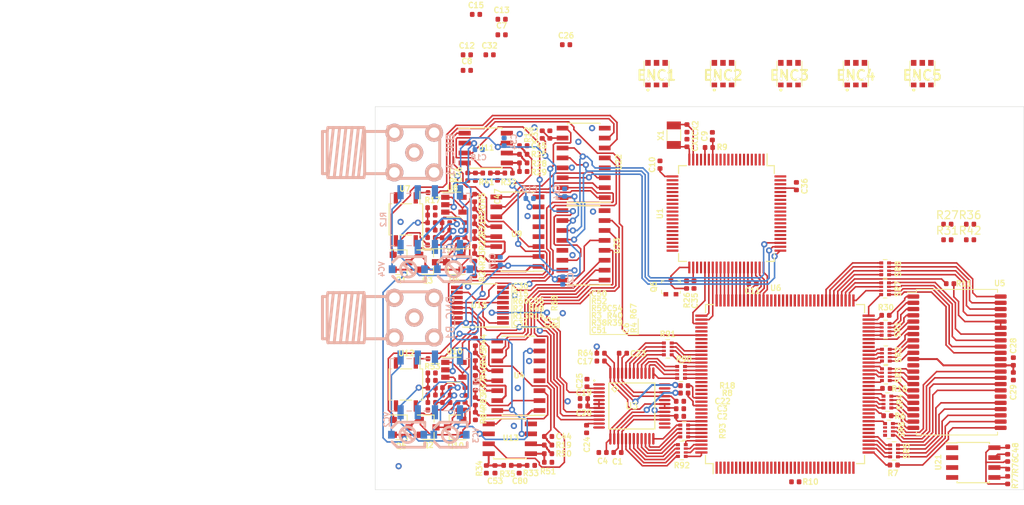
<source format=kicad_pcb>
(kicad_pcb (version 20171130) (host pcbnew 6.0.0-rc1-unknown-f2ccad3~66~ubuntu16.04.1)
  (layers (0 F.Cu signal) (1 In1.Cu signal hide) (2 In2.Cu signal hide) (31 B.Cu signal) (34 B.Paste user) (35 F.Paste user) (36 B.SilkS user) (37 F.SilkS user) (38 B.Mask user) (39 F.Mask user) (44 Edge.Cuts user))
  (net 0 "")
  (net 1 AGND)
  (net 2 ADC_REFOUT_1.25V)
  (net 3 "Net-(C24-Pad1)")
  (net 4 "Net-(C25-Pad1)")
  (net 5 "Net-(C30-Pad2)")
  (net 6 "Net-(C31-Pad1)")
  (net 7 "Net-(C44-Pad2)")
  (net 8 "Net-(C45-Pad2)")
  (net 9 "Net-(C46-Pad2)")
  (net 10 "Net-(C47-Pad2)")
  (net 11 "Net-(C50-Pad2)")
  (net 12 "Net-(C51-Pad1)")
  (net 13 "Net-(C53-Pad2)")
  (net 14 "Net-(C54-Pad1)")
  (net 15 "Net-(C55-Pad1)")
  (net 16 "Net-(C80-Pad2)")
  (net 17 "Net-(CX1-Pad1)")
  (net 18 "Net-(CX2-Pad1)")
  (net 19 "Net-(R5-Pad2)")
  (net 20 "Net-(R20-Pad2)")
  (net 21 A9)
  (net 22 "Net-(R6-Pad1)")
  (net 23 "Net-(R7-Pad2)")
  (net 24 A10)
  (net 25 "Net-(R64-Pad1)")
  (net 26 "Net-(R10-Pad1)")
  (net 27 "Net-(R11-Pad2)")
  (net 28 "Net-(R13-Pad1)")
  (net 29 "Net-(R16-Pad1)")
  (net 30 "Net-(R18-Pad1)")
  (net 31 "Net-(R19-Pad1)")
  (net 32 "Net-(R20-Pad1)")
  (net 33 "Net-(R21-Pad1)")
  (net 34 "Net-(R22-Pad1)")
  (net 35 "Net-(R23-Pad1)")
  (net 36 "Net-(R25-Pad1)")
  (net 37 "Net-(R28-Pad1)")
  (net 38 A0)
  (net 39 "Net-(R30-Pad1)")
  (net 40 PWM_A)
  (net 41 "Net-(R44-Pad2)")
  (net 42 "Net-(R44-Pad1)")
  (net 43 "Net-(R45-Pad1)")
  (net 44 "Net-(R46-Pad1)")
  (net 45 "Net-(R47-Pad1)")
  (net 46 "Net-(R50-Pad1)")
  (net 47 "Net-(R67-Pad2)")
  (net 48 "Net-(R67-Pad1)")
  (net 49 "Net-(R68-Pad2)")
  (net 50 "Net-(R68-Pad1)")
  (net 51 "Net-(R83-Pad1)")
  (net 52 AD3)
  (net 53 AD2)
  (net 54 AD0)
  (net 55 AD1)
  (net 56 "Net-(R90-Pad4)")
  (net 57 "Net-(R90-Pad2)")
  (net 58 "Net-(R90-Pad3)")
  (net 59 "Net-(R90-Pad1)")
  (net 60 AD7)
  (net 61 AD6)
  (net 62 AD4)
  (net 63 AD5)
  (net 64 "Net-(R91-Pad4)")
  (net 65 "Net-(R91-Pad2)")
  (net 66 "Net-(R91-Pad3)")
  (net 67 "Net-(R91-Pad1)")
  (net 68 AD11)
  (net 69 AD10)
  (net 70 AD8)
  (net 71 AD9)
  (net 72 "Net-(R92-Pad4)")
  (net 73 "Net-(R92-Pad2)")
  (net 74 "Net-(R92-Pad3)")
  (net 75 "Net-(R92-Pad1)")
  (net 76 AD15)
  (net 77 AD14)
  (net 78 AD12)
  (net 79 AD13)
  (net 80 "Net-(R93-Pad4)")
  (net 81 "Net-(R93-Pad2)")
  (net 82 "Net-(R93-Pad3)")
  (net 83 "Net-(R93-Pad1)")
  (net 84 "Net-(RL1-Pad5)")
  (net 85 "Net-(RL2-Pad5)")
  (net 86 A4)
  (net 87 A2)
  (net 88 A3)
  (net 89 A1)
  (net 90 D3)
  (net 91 D1)
  (net 92 D2)
  (net 93 D0)
  (net 94 D7)
  (net 95 D5)
  (net 96 D6)
  (net 97 D4)
  (net 98 A8)
  (net 99 A6)
  (net 100 A7)
  (net 101 A5)
  (net 102 A11)
  (net 103 A12)
  (net 104 A14)
  (net 105 A13)
  (net 106 D8)
  (net 107 D9)
  (net 108 D11)
  (net 109 D10)
  (net 110 A15)
  (net 111 A17)
  (net 112 A16)
  (net 113 O_E)
  (net 114 Q1)
  (net 115 Q0)
  (net 116 RD)
  (net 117 RS)
  (net 118 Q7)
  (net 119 Q6)
  (net 120 Q5)
  (net 121 Q4)
  (net 122 Q3)
  (net 123 Q2)
  (net 124 WR)
  (net 125 +3.3VA)
  (net 126 S2)
  (net 127 S1)
  (net 128 0B)
  (net 129 1B)
  (net 130 2B)
  (net 131 -3.3VA)
  (net 132 "Net-(U13-Pad1)")
  (net 133 DGND)
  (net 134 2A)
  (net 135 1A)
  (net 136 0A)
  (net 137 "Net-(U11-Pad1)")
  (net 138 "Net-(BNC_A1-Pad1)")
  (net 139 "Net-(BNC_B1-Pad1)")
  (net 140 RL_B0)
  (net 141 RL_A0)
  (net 142 D12)
  (net 143 D13)
  (net 144 D15)
  (net 145 D14)
  (net 146 "Net-(R17-Pad2)")
  (net 147 "Net-(R53-Pad2)")
  (net 148 "Net-(SR1-Pad5)")
  (net 149 "Net-(SR1-Pad6)")
  (net 150 "Net-(SR1-Pad8)")
  (net 151 "Net-(SR1-Pad7)")
  (net 152 "Net-(SR2-Pad5)")
  (net 153 "Net-(SR2-Pad6)")
  (net 154 "Net-(SR2-Pad8)")
  (net 155 "Net-(SR2-Pad7)")
  (net 156 "Net-(SR3-Pad5)")
  (net 157 "Net-(SR3-Pad6)")
  (net 158 "Net-(SR3-Pad8)")
  (net 159 "Net-(SR3-Pad7)")
  (net 160 "Net-(SR4-Pad5)")
  (net 161 "Net-(SR4-Pad6)")
  (net 162 "Net-(SR4-Pad8)")
  (net 163 "Net-(SR4-Pad7)")
  (net 164 "Net-(SR5-Pad4)")
  (net 165 "Net-(SR5-Pad2)")
  (net 166 "Net-(SR5-Pad3)")
  (net 167 "Net-(SR5-Pad1)")
  (net 168 "Net-(SR6-Pad4)")
  (net 169 "Net-(SR6-Pad2)")
  (net 170 "Net-(SR6-Pad3)")
  (net 171 "Net-(SR6-Pad1)")
  (net 172 "Net-(SR7-Pad4)")
  (net 173 "Net-(SR7-Pad2)")
  (net 174 "Net-(SR7-Pad3)")
  (net 175 "Net-(SR7-Pad1)")
  (net 176 "Net-(SR8-Pad2)")
  (net 177 "Net-(SR8-Pad3)")
  (net 178 "Net-(SR8-Pad4)")
  (net 179 "Net-(C5-Pad2)")
  (net 180 "Net-(C6-Pad2)")
  (net 181 "Net-(C15-Pad2)")
  (net 182 "Net-(C12-Pad2)")
  (net 183 "Net-(C33-Pad2)")
  (net 184 "Net-(Q1-Pad3)")
  (net 185 +2.7V)
  (net 186 "Net-(Q10-Pad1)")
  (net 187 "Net-(R2-Pad1)")
  (net 188 "Net-(R3-Pad2)")
  (net 189 "Net-(R3-Pad1)")
  (net 190 "Net-(U22-Pad9)")
  (net 191 "Net-(C9-Pad1)")
  (net 192 "Net-(Q6-Pad3)")
  (net 193 SCL)
  (net 194 SDA)
  (net 195 SPI_SCK)
  (net 196 SPI_CS)
  (net 197 SPI_MOSI)
  (net 198 PWM_B)
  (net 199 WR_SRAM_RDY)
  (net 200 TDO)
  (net 201 TCK)
  (net 202 TDI)
  (net 203 TMS)
  (net 204 OCA)
  (net 205 RL_CA)
  (net 206 RL_CB)
  (net 207 PDN_A-)
  (net 208 INTERL)
  (net 209 PDN_B-)
  (net 210 BCLK)
  (net 211 ACLK)
  (net 212 OE_S-)
  (net 213 CLK_S)
  (net 214 CE_S-)
  (net 215 WE_S-)
  (net 216 AINB-)
  (net 217 AINA-)
  (net 218 OCB)
  (net 219 PWMA)
  (net 220 PWMB)
  (module Package_SO:SOIC-16_3.9x9.9mm_P1.27mm (layer F.Cu) (at 90.674056 66.196864 180)
    (fp_text reference U22 (at -4.475944 0.096864 270) (layer F.SilkS) (effects (font (size 0.7 0.7))))
    (fp_text value 74HC595)
    (pad 16 smd rect (at 2.7 -4.445 180) (size 1.5 0.6) (layers F.Cu F.Paste F.Mask) (net 125 +3.3VA))
    (pad 15 smd rect (at 2.7 -3.175 180) (size 1.5 0.6) (layers F.Cu F.Paste F.Mask) (net 218 OCB))
    (pad 14 smd rect (at 2.7 -1.905 180) (size 1.5 0.6) (layers F.Cu F.Paste F.Mask) (net 197 SPI_MOSI))
    (pad 13 smd rect (at 2.7 -0.635 180) (size 1.5 0.6) (layers F.Cu F.Paste F.Mask) (net 1 AGND))
    (pad 12 smd rect (at 2.7 0.635 180) (size 1.5 0.6) (layers F.Cu F.Paste F.Mask) (net 196 SPI_CS))
    (pad 11 smd rect (at 2.7 1.905 180) (size 1.5 0.6) (layers F.Cu F.Paste F.Mask) (net 195 SPI_SCK))
    (pad 10 smd rect (at 2.7 3.175 180) (size 1.5 0.6) (layers F.Cu F.Paste F.Mask) (net 183 "Net-(C33-Pad2)"))
    (pad 9 smd rect (at 2.7 4.445 180) (size 1.5 0.6) (layers F.Cu F.Paste F.Mask) (net 190 "Net-(U22-Pad9)"))
    (pad 8 smd rect (at -2.7 4.445 180) (size 1.5 0.6) (layers F.Cu F.Paste F.Mask) (net 1 AGND))
    (pad 7 smd rect (at -2.7 3.175 180) (size 1.5 0.6) (layers F.Cu F.Paste F.Mask) (net 204 OCA))
    (pad 6 smd rect (at -2.7 1.905 180) (size 1.5 0.6) (layers F.Cu F.Paste F.Mask) (net 205 RL_CA))
    (pad 5 smd rect (at -2.7 0.635 180) (size 1.5 0.6) (layers F.Cu F.Paste F.Mask) (net 206 RL_CB))
    (pad 4 smd rect (at -2.7 -0.635 180) (size 1.5 0.6) (layers F.Cu F.Paste F.Mask))
    (pad 3 smd rect (at -2.7 -1.905 180) (size 1.5 0.6) (layers F.Cu F.Paste F.Mask) (net 134 2A))
    (pad 2 smd rect (at -2.7 -3.175 180) (size 1.5 0.6) (layers F.Cu F.Paste F.Mask) (net 135 1A))
    (pad 1 smd rect (at -2.7 -4.445 180) (size 1.5 0.6) (layers F.Cu F.Paste F.Mask) (net 136 0A))
  )
  (module Resistor_SMD:R_0402_1005Metric (layer F.Cu) (at 140.115001 76.035001)
    (fp_text reference R42 (at 0 -1.17) (layer F.SilkS))
    (fp_text value 1k)
    (pad 2 smd roundrect (at 0.485 0) (size 0.59 0.64) (layers F.Cu F.Paste F.Mask) (net 200 TDO))
    (pad 1 smd roundrect (at -0.485 0) (size 0.59 0.64) (layers F.Cu F.Paste F.Mask) (net 185 +2.7V))
  )
  (module Resistor_SMD:R_0402_1005Metric (layer F.Cu) (at 140.115001 74.045001)
    (fp_text reference R36 (at 0 -1.17) (layer F.SilkS))
    (fp_text value 1k)
    (pad 2 smd roundrect (at 0.485 0) (size 0.59 0.64) (layers F.Cu F.Paste F.Mask) (net 201 TCK))
    (pad 1 smd roundrect (at -0.485 0) (size 0.59 0.64) (layers F.Cu F.Paste F.Mask) (net 133 DGND))
  )
  (module Resistor_SMD:R_0402_1005Metric (layer F.Cu) (at 137.205001 76.035001)
    (fp_text reference R31 (at 0 -1.17) (layer F.SilkS))
    (fp_text value 1k)
    (pad 2 smd roundrect (at 0.485 0) (size 0.59 0.64) (layers F.Cu F.Paste F.Mask) (net 202 TDI))
    (pad 1 smd roundrect (at -0.485 0) (size 0.59 0.64) (layers F.Cu F.Paste F.Mask) (net 185 +2.7V))
  )
  (module Resistor_SMD:R_0402_1005Metric (layer F.Cu) (at 137.205001 74.045001)
    (fp_text reference R27 (at 0 -1.17) (layer F.SilkS))
    (fp_text value 1k)
    (pad 2 smd roundrect (at 0.485 0) (size 0.59 0.64) (layers F.Cu F.Paste F.Mask) (net 203 TMS))
    (pad 1 smd roundrect (at -0.485 0) (size 0.59 0.64) (layers F.Cu F.Paste F.Mask) (net 185 +2.7V))
  )
  (module SVM3A012A0A00R00:SVM3A012A0A00R00 (layer F.Cu) (at 134 55)
    (fp_text reference ENC5 (at 0 0) (layer F.SilkS) (effects (font (size 1.27 1.27) (thickness 0.254))))
    (fp_text value SVM3A012A0A00R00 hide)
    (pad 8 thru_hole circle (at 1.1 0.425 90) (size 0.325 0.325) (drill 0.65) (layers *.Cu *.Mask F.SilkS))
    (pad 7 thru_hole circle (at -1.1 0.425 90) (size 0.325 0.325) (drill 0.65) (layers *.Cu *.Mask F.SilkS))
    (pad 6 smd rect (at 1.1 -1.6) (size 0.7 0.75) (layers F.Cu F.Paste F.Mask))
    (pad 5 smd rect (at 0 -1.6) (size 0.7 0.75) (layers F.Cu F.Paste F.Mask))
    (pad 4 smd rect (at -1.1 -1.6) (size 0.7 0.75) (layers F.Cu F.Paste F.Mask))
    (pad 3 smd rect (at 1.1 1.225 90) (size 0.6 0.7) (layers F.Cu F.Paste F.Mask))
    (pad 2 smd rect (at 0 1.225 90) (size 0.6 0.7) (layers F.Cu F.Paste F.Mask))
    (pad 1 smd rect (at -1.1 1.225 90) (size 0.6 0.7) (layers F.Cu F.Paste F.Mask))
  )
  (module SVM3A012A0A00R00:SVM3A012A0A00R00 (layer F.Cu) (at 125.5 55)
    (fp_text reference ENC4 (at 0 0) (layer F.SilkS) (effects (font (size 1.27 1.27) (thickness 0.254))))
    (fp_text value SVM3A012A0A00R00 hide)
    (pad 8 thru_hole circle (at 1.1 0.425 90) (size 0.325 0.325) (drill 0.65) (layers *.Cu *.Mask F.SilkS))
    (pad 7 thru_hole circle (at -1.1 0.425 90) (size 0.325 0.325) (drill 0.65) (layers *.Cu *.Mask F.SilkS))
    (pad 6 smd rect (at 1.1 -1.6) (size 0.7 0.75) (layers F.Cu F.Paste F.Mask))
    (pad 5 smd rect (at 0 -1.6) (size 0.7 0.75) (layers F.Cu F.Paste F.Mask))
    (pad 4 smd rect (at -1.1 -1.6) (size 0.7 0.75) (layers F.Cu F.Paste F.Mask))
    (pad 3 smd rect (at 1.1 1.225 90) (size 0.6 0.7) (layers F.Cu F.Paste F.Mask))
    (pad 2 smd rect (at 0 1.225 90) (size 0.6 0.7) (layers F.Cu F.Paste F.Mask))
    (pad 1 smd rect (at -1.1 1.225 90) (size 0.6 0.7) (layers F.Cu F.Paste F.Mask))
  )
  (module SVM3A012A0A00R00:SVM3A012A0A00R00 (layer F.Cu) (at 117 55)
    (fp_text reference ENC3 (at 0 0) (layer F.SilkS) (effects (font (size 1.27 1.27) (thickness 0.254))))
    (fp_text value SVM3A012A0A00R00 hide)
    (pad 8 thru_hole circle (at 1.1 0.425 90) (size 0.325 0.325) (drill 0.65) (layers *.Cu *.Mask F.SilkS))
    (pad 7 thru_hole circle (at -1.1 0.425 90) (size 0.325 0.325) (drill 0.65) (layers *.Cu *.Mask F.SilkS))
    (pad 6 smd rect (at 1.1 -1.6) (size 0.7 0.75) (layers F.Cu F.Paste F.Mask))
    (pad 5 smd rect (at 0 -1.6) (size 0.7 0.75) (layers F.Cu F.Paste F.Mask))
    (pad 4 smd rect (at -1.1 -1.6) (size 0.7 0.75) (layers F.Cu F.Paste F.Mask))
    (pad 3 smd rect (at 1.1 1.225 90) (size 0.6 0.7) (layers F.Cu F.Paste F.Mask))
    (pad 2 smd rect (at 0 1.225 90) (size 0.6 0.7) (layers F.Cu F.Paste F.Mask))
    (pad 1 smd rect (at -1.1 1.225 90) (size 0.6 0.7) (layers F.Cu F.Paste F.Mask))
  )
  (module SVM3A012A0A00R00:SVM3A012A0A00R00 (layer F.Cu) (at 108.5 55)
    (fp_text reference ENC2 (at 0 0) (layer F.SilkS) (effects (font (size 1.27 1.27) (thickness 0.254))))
    (fp_text value SVM3A012A0A00R00 hide)
    (pad 8 thru_hole circle (at 1.1 0.425 90) (size 0.325 0.325) (drill 0.65) (layers *.Cu *.Mask F.SilkS))
    (pad 7 thru_hole circle (at -1.1 0.425 90) (size 0.325 0.325) (drill 0.65) (layers *.Cu *.Mask F.SilkS))
    (pad 6 smd rect (at 1.1 -1.6) (size 0.7 0.75) (layers F.Cu F.Paste F.Mask))
    (pad 5 smd rect (at 0 -1.6) (size 0.7 0.75) (layers F.Cu F.Paste F.Mask))
    (pad 4 smd rect (at -1.1 -1.6) (size 0.7 0.75) (layers F.Cu F.Paste F.Mask))
    (pad 3 smd rect (at 1.1 1.225 90) (size 0.6 0.7) (layers F.Cu F.Paste F.Mask))
    (pad 2 smd rect (at 0 1.225 90) (size 0.6 0.7) (layers F.Cu F.Paste F.Mask))
    (pad 1 smd rect (at -1.1 1.225 90) (size 0.6 0.7) (layers F.Cu F.Paste F.Mask))
  )
  (module SVM3A012A0A00R00:SVM3A012A0A00R00 (layer F.Cu) (at 100 55)
    (fp_text reference ENC1 (at 0 0) (layer F.SilkS) (effects (font (size 1.27 1.27) (thickness 0.254))))
    (fp_text value SVM3A012A0A00R00 hide)
    (pad 8 thru_hole circle (at 1.1 0.425 90) (size 0.325 0.325) (drill 0.65) (layers *.Cu *.Mask F.SilkS))
    (pad 7 thru_hole circle (at -1.1 0.425 90) (size 0.325 0.325) (drill 0.65) (layers *.Cu *.Mask F.SilkS))
    (pad 6 smd rect (at 1.1 -1.6) (size 0.7 0.75) (layers F.Cu F.Paste F.Mask))
    (pad 5 smd rect (at 0 -1.6) (size 0.7 0.75) (layers F.Cu F.Paste F.Mask))
    (pad 4 smd rect (at -1.1 -1.6) (size 0.7 0.75) (layers F.Cu F.Paste F.Mask))
    (pad 3 smd rect (at 1.1 1.225 90) (size 0.6 0.7) (layers F.Cu F.Paste F.Mask))
    (pad 2 smd rect (at 0 1.225 90) (size 0.6 0.7) (layers F.Cu F.Paste F.Mask))
    (pad 1 smd rect (at -1.1 1.225 90) (size 0.6 0.7) (layers F.Cu F.Paste F.Mask))
  )
  (module Package_QFP:LQFP-80_12x12mm_P0.5mm (layer F.Cu) (at 108.941265 72.677626 270)
    (fp_text reference U1 (at 0 8.5 270) (layer F.SilkS) (effects (font (size 0.7 0.7))))
    (fp_text value LPC175x)
    (pad 80 smd rect (at -4.75 -6.9) (size 1.5 0.28) (layers F.Cu F.Paste F.Mask))
    (pad 79 smd rect (at -4.25 -6.9) (size 1.5 0.28) (layers F.Cu F.Paste F.Mask))
    (pad 78 smd rect (at -3.75 -6.9) (size 1.5 0.28) (layers F.Cu F.Paste F.Mask) (net 133 DGND))
    (pad 77 smd rect (at -3.25 -6.9) (size 1.5 0.28) (layers F.Cu F.Paste F.Mask) (net 185 +2.7V))
    (pad 76 smd rect (at -2.75 -6.9) (size 1.5 0.28) (layers F.Cu F.Paste F.Mask))
    (pad 75 smd rect (at -2.25 -6.9) (size 1.5 0.28) (layers F.Cu F.Paste F.Mask))
    (pad 74 smd rect (at -1.75 -6.9) (size 1.5 0.28) (layers F.Cu F.Paste F.Mask))
    (pad 73 smd rect (at -1.25 -6.9) (size 1.5 0.28) (layers F.Cu F.Paste F.Mask))
    (pad 72 smd rect (at -0.75 -6.9) (size 1.5 0.28) (layers F.Cu F.Paste F.Mask))
    (pad 71 smd rect (at -0.25 -6.9) (size 1.5 0.28) (layers F.Cu F.Paste F.Mask))
    (pad 70 smd rect (at 0.25 -6.9) (size 1.5 0.28) (layers F.Cu F.Paste F.Mask))
    (pad 69 smd rect (at 0.75 -6.9) (size 1.5 0.28) (layers F.Cu F.Paste F.Mask))
    (pad 68 smd rect (at 1.25 -6.9) (size 1.5 0.28) (layers F.Cu F.Paste F.Mask))
    (pad 67 smd rect (at 1.75 -6.9) (size 1.5 0.28) (layers F.Cu F.Paste F.Mask) (net 185 +2.7V))
    (pad 66 smd rect (at 2.25 -6.9) (size 1.5 0.28) (layers F.Cu F.Paste F.Mask) (net 133 DGND))
    (pad 65 smd rect (at 2.75 -6.9) (size 1.5 0.28) (layers F.Cu F.Paste F.Mask))
    (pad 64 smd rect (at 3.25 -6.9) (size 1.5 0.28) (layers F.Cu F.Paste F.Mask))
    (pad 63 smd rect (at 3.75 -6.9) (size 1.5 0.28) (layers F.Cu F.Paste F.Mask) (net 195 SPI_SCK))
    (pad 62 smd rect (at 4.25 -6.9) (size 1.5 0.28) (layers F.Cu F.Paste F.Mask) (net 196 SPI_CS))
    (pad 61 smd rect (at 4.75 -6.9) (size 1.5 0.28) (layers F.Cu F.Paste F.Mask) (net 197 SPI_MOSI))
    (pad 60 smd rect (at 6.9 -4.75 270) (size 1.5 0.28) (layers F.Cu F.Paste F.Mask) (net 219 PWMA))
    (pad 59 smd rect (at 6.9 -4.25 270) (size 1.5 0.28) (layers F.Cu F.Paste F.Mask) (net 220 PWMB))
    (pad 58 smd rect (at 6.9 -3.75 270) (size 1.5 0.28) (layers F.Cu F.Paste F.Mask) (net 115 Q0))
    (pad 57 smd rect (at 6.9 -3.25 270) (size 1.5 0.28) (layers F.Cu F.Paste F.Mask) (net 133 DGND))
    (pad 56 smd rect (at 6.9 -2.75 270) (size 1.5 0.28) (layers F.Cu F.Paste F.Mask) (net 185 +2.7V))
    (pad 55 smd rect (at 6.9 -2.25 270) (size 1.5 0.28) (layers F.Cu F.Paste F.Mask) (net 114 Q1))
    (pad 54 smd rect (at 6.9 -1.75 270) (size 1.5 0.28) (layers F.Cu F.Paste F.Mask) (net 123 Q2))
    (pad 53 smd rect (at 6.9 -1.25 270) (size 1.5 0.28) (layers F.Cu F.Paste F.Mask) (net 122 Q3))
    (pad 52 smd rect (at 6.9 -0.75 270) (size 1.5 0.28) (layers F.Cu F.Paste F.Mask) (net 121 Q4))
    (pad 51 smd rect (at 6.9 -0.25 270) (size 1.5 0.28) (layers F.Cu F.Paste F.Mask) (net 120 Q5))
    (pad 50 smd rect (at 6.9 0.25 270) (size 1.5 0.28) (layers F.Cu F.Paste F.Mask) (net 119 Q6))
    (pad 49 smd rect (at 6.9 0.75 270) (size 1.5 0.28) (layers F.Cu F.Paste F.Mask) (net 118 Q7))
    (pad 48 smd rect (at 6.9 1.25 270) (size 1.5 0.28) (layers F.Cu F.Paste F.Mask) (net 116 RD))
    (pad 47 smd rect (at 6.9 1.75 270) (size 1.5 0.28) (layers F.Cu F.Paste F.Mask) (net 124 WR))
    (pad 46 smd rect (at 6.9 2.25 270) (size 1.5 0.28) (layers F.Cu F.Paste F.Mask) (net 117 RS))
    (pad 45 smd rect (at 6.9 2.75 270) (size 1.5 0.28) (layers F.Cu F.Paste F.Mask) (net 199 WR_SRAM_RDY))
    (pad 44 smd rect (at 6.9 3.25 270) (size 1.5 0.28) (layers F.Cu F.Paste F.Mask))
    (pad 43 smd rect (at 6.9 3.75 270) (size 1.5 0.28) (layers F.Cu F.Paste F.Mask) (net 133 DGND))
    (pad 42 smd rect (at 6.9 4.25 270) (size 1.5 0.28) (layers F.Cu F.Paste F.Mask) (net 185 +2.7V))
    (pad 41 smd rect (at 6.9 4.75 270) (size 1.5 0.28) (layers F.Cu F.Paste F.Mask) (net 192 "Net-(Q6-Pad3)"))
    (pad 40 smd rect (at 4.75 6.9) (size 1.5 0.28) (layers F.Cu F.Paste F.Mask) (net 193 SCL))
    (pad 39 smd rect (at 4.25 6.9) (size 1.5 0.28) (layers F.Cu F.Paste F.Mask) (net 194 SDA))
    (pad 38 smd rect (at 3.75 6.9) (size 1.5 0.28) (layers F.Cu F.Paste F.Mask))
    (pad 37 smd rect (at 3.25 6.9) (size 1.5 0.28) (layers F.Cu F.Paste F.Mask))
    (pad 36 smd rect (at 2.75 6.9) (size 1.5 0.28) (layers F.Cu F.Paste F.Mask))
    (pad 35 smd rect (at 2.25 6.9) (size 1.5 0.28) (layers F.Cu F.Paste F.Mask))
    (pad 34 smd rect (at 1.75 6.9) (size 1.5 0.28) (layers F.Cu F.Paste F.Mask) (net 185 +2.7V))
    (pad 33 smd rect (at 1.25 6.9) (size 1.5 0.28) (layers F.Cu F.Paste F.Mask) (net 133 DGND))
    (pad 32 smd rect (at 0.75 6.9) (size 1.5 0.28) (layers F.Cu F.Paste F.Mask))
    (pad 31 smd rect (at 0.25 6.9) (size 1.5 0.28) (layers F.Cu F.Paste F.Mask))
    (pad 30 smd rect (at -0.25 6.9) (size 1.5 0.28) (layers F.Cu F.Paste F.Mask))
    (pad 29 smd rect (at -0.75 6.9) (size 1.5 0.28) (layers F.Cu F.Paste F.Mask))
    (pad 28 smd rect (at -1.25 6.9) (size 1.5 0.28) (layers F.Cu F.Paste F.Mask))
    (pad 27 smd rect (at -1.75 6.9) (size 1.5 0.28) (layers F.Cu F.Paste F.Mask))
    (pad 26 smd rect (at -2.25 6.9) (size 1.5 0.28) (layers F.Cu F.Paste F.Mask))
    (pad 25 smd rect (at -2.75 6.9) (size 1.5 0.28) (layers F.Cu F.Paste F.Mask))
    (pad 24 smd rect (at -3.25 6.9) (size 1.5 0.28) (layers F.Cu F.Paste F.Mask) (net 133 DGND))
    (pad 23 smd rect (at -3.75 6.9) (size 1.5 0.28) (layers F.Cu F.Paste F.Mask))
    (pad 22 smd rect (at -4.25 6.9) (size 1.5 0.28) (layers F.Cu F.Paste F.Mask))
    (pad 21 smd rect (at -4.75 6.9) (size 1.5 0.28) (layers F.Cu F.Paste F.Mask) (net 185 +2.7V))
    (pad 20 smd rect (at -6.9 4.75 270) (size 1.5 0.28) (layers F.Cu F.Paste F.Mask) (net 17 "Net-(CX1-Pad1)"))
    (pad 19 smd rect (at -6.9 4.25 270) (size 1.5 0.28) (layers F.Cu F.Paste F.Mask) (net 18 "Net-(CX2-Pad1)"))
    (pad 18 smd rect (at -6.9 3.75 270) (size 1.5 0.28) (layers F.Cu F.Paste F.Mask))
    (pad 17 smd rect (at -6.9 3.25 270) (size 1.5 0.28) (layers F.Cu F.Paste F.Mask))
    (pad 16 smd rect (at -6.9 2.75 270) (size 1.5 0.28) (layers F.Cu F.Paste F.Mask) (net 185 +2.7V))
    (pad 15 smd rect (at -6.9 2.25 270) (size 1.5 0.28) (layers F.Cu F.Paste F.Mask))
    (pad 14 smd rect (at -6.9 1.75 270) (size 1.5 0.28) (layers F.Cu F.Paste F.Mask) (net 191 "Net-(C9-Pad1)"))
    (pad 13 smd rect (at -6.9 1.25 270) (size 1.5 0.28) (layers F.Cu F.Paste F.Mask))
    (pad 12 smd rect (at -6.9 0.75 270) (size 1.5 0.28) (layers F.Cu F.Paste F.Mask) (net 133 DGND))
    (pad 11 smd rect (at -6.9 0.25 270) (size 1.5 0.28) (layers F.Cu F.Paste F.Mask))
    (pad 10 smd rect (at -6.9 -0.25 270) (size 1.5 0.28) (layers F.Cu F.Paste F.Mask) (net 185 +2.7V))
    (pad 9 smd rect (at -6.9 -0.75 270) (size 1.5 0.28) (layers F.Cu F.Paste F.Mask) (net 133 DGND))
    (pad 8 smd rect (at -6.9 -1.25 270) (size 1.5 0.28) (layers F.Cu F.Paste F.Mask) (net 185 +2.7V))
    (pad 7 smd rect (at -6.9 -1.75 270) (size 1.5 0.28) (layers F.Cu F.Paste F.Mask))
    (pad 6 smd rect (at -6.9 -2.25 270) (size 1.5 0.28) (layers F.Cu F.Paste F.Mask))
    (pad 5 smd rect (at -6.9 -2.75 270) (size 1.5 0.28) (layers F.Cu F.Paste F.Mask))
    (pad 4 smd rect (at -6.9 -3.25 270) (size 1.5 0.28) (layers F.Cu F.Paste F.Mask))
    (pad 3 smd rect (at -6.9 -3.75 270) (size 1.5 0.28) (layers F.Cu F.Paste F.Mask))
    (pad 2 smd rect (at -6.9 -4.25 270) (size 1.5 0.28) (layers F.Cu F.Paste F.Mask))
    (pad 1 smd rect (at -6.9 -4.75 270) (size 1.5 0.28) (layers F.Cu F.Paste F.Mask))
  )
  (module Resistor_SMD:R_0402_1005Metric (layer F.Cu) (at 103.841265 81.777626 270)
    (fp_text reference R26 (at 2 -0.05 270) (layer F.SilkS) (effects (font (size 0.7 0.7))))
    (fp_text value 10k)
    (pad 2 smd roundrect (at 0.485 0 270) (size 0.59 0.64) (layers F.Cu F.Paste F.Mask) (net 192 "Net-(Q6-Pad3)"))
    (pad 1 smd roundrect (at -0.485 0 270) (size 0.59 0.64) (layers F.Cu F.Paste F.Mask) (net 185 +2.7V))
  )
  (module Resistor_SMD:R_0402_1005Metric (layer F.Cu) (at 106.691265 64.227626 180)
    (fp_text reference R9 (at -1.7 0.05 180) (layer F.SilkS) (effects (font (size 0.7 0.7))))
    (fp_text value 10k)
    (pad 2 smd roundrect (at 0.485 0 180) (size 0.59 0.64) (layers F.Cu F.Paste F.Mask) (net 185 +2.7V))
    (pad 1 smd roundrect (at -0.485 0 180) (size 0.59 0.64) (layers F.Cu F.Paste F.Mask) (net 191 "Net-(C9-Pad1)"))
  )
  (module digikey-footprints:SOT-323 (layer F.Cu) (at 101.841265 82.077626 90)
    (fp_text reference Q6 (at 0.025 -2.2 90) (layer F.SilkS) (effects (font (size 0.7 0.7))))
    (fp_text value MMBT3904WT1G)
    (pad 3 smd rect (at 0.925 0 90) (size 0.55 0.6) (layers F.Cu F.Paste F.Mask) (net 192 "Net-(Q6-Pad3)"))
    (pad 2 smd rect (at -0.925 0.65 90) (size 0.55 0.6) (layers F.Cu F.Paste F.Mask) (net 133 DGND))
    (pad 1 smd rect (at -0.925 -0.65 90) (size 0.55 0.6) (layers F.Cu F.Paste F.Mask))
  )
  (module Capacitor_SMD:C_0402_1005Metric (layer F.Cu) (at 117.891265 69.177626 270)
    (fp_text reference C36 (at 0 -1.05 270) (layer F.SilkS) (effects (font (size 0.7 0.7))))
    (fp_text value 100nF)
    (pad 2 smd roundrect (at 0.485 0 270) (size 0.59 0.64) (layers F.Cu F.Paste F.Mask) (net 185 +2.7V))
    (pad 1 smd roundrect (at -0.485 0 270) (size 0.59 0.64) (layers F.Cu F.Paste F.Mask) (net 133 DGND))
  )
  (module Capacitor_SMD:C_0402_1005Metric (layer F.Cu) (at 104.791265 81.777626 270)
    (fp_text reference C35 (at 2.05 -0.1 270) (layer F.SilkS) (effects (font (size 0.7 0.7))))
    (fp_text value 100nF)
    (pad 2 smd roundrect (at 0.485 0 270) (size 0.59 0.64) (layers F.Cu F.Paste F.Mask) (net 133 DGND))
    (pad 1 smd roundrect (at -0.485 0 270) (size 0.59 0.64) (layers F.Cu F.Paste F.Mask) (net 185 +2.7V))
  )
  (module Capacitor_SMD:C_0402_1005Metric (layer F.Cu) (at 112.29 81.65)
    (fp_text reference C11 (at -0.02 0.92) (layer F.SilkS) (effects (font (size 0.7 0.7))))
    (fp_text value 100nF)
    (pad 2 smd roundrect (at 0.485 0) (size 0.59 0.64) (layers F.Cu F.Paste F.Mask) (net 133 DGND))
    (pad 1 smd roundrect (at -0.485 0) (size 0.59 0.64) (layers F.Cu F.Paste F.Mask) (net 185 +2.7V))
  )
  (module Capacitor_SMD:C_0402_1005Metric (layer F.Cu) (at 100.441265 66.427626 270)
    (fp_text reference C10 (at 0 1 270) (layer F.SilkS) (effects (font (size 0.7 0.7))))
    (fp_text value 100nF)
    (pad 2 smd roundrect (at 0.485 0 270) (size 0.59 0.64) (layers F.Cu F.Paste F.Mask) (net 185 +2.7V))
    (pad 1 smd roundrect (at -0.485 0 270) (size 0.59 0.64) (layers F.Cu F.Paste F.Mask) (net 133 DGND))
  )
  (module Capacitor_SMD:C_0402_1005Metric (layer F.Cu) (at 107.141265 62.777626 90)
    (fp_text reference C9 (at 0 -1 90) (layer F.SilkS) (effects (font (size 0.7 0.7))))
    (fp_text value 100nF)
    (pad 2 smd roundrect (at 0.485 0 90) (size 0.59 0.64) (layers F.Cu F.Paste F.Mask) (net 133 DGND))
    (pad 1 smd roundrect (at -0.485 0 90) (size 0.59 0.64) (layers F.Cu F.Paste F.Mask) (net 191 "Net-(C9-Pad1)"))
  )
  (module Relay_SMD:Relay_DPDT_Omron_G6K-2F-Y (layer B.Cu) (at 71.047044 73.448331 90)
    (fp_text reference RL2 (at 0 -6 90) (layer B.SilkS) (effects (font (size 0.7 0.7)) (justify mirror)))
    (fp_text value G6KU-2)
    (pad 1 smd rect (at -3.5 3.8 90) (size 1.8 0.8) (layers B.Cu B.Paste B.Mask) (net 131 -3.3VA))
    (pad 2 smd rect (at -3.5 0.6 90) (size 1.8 0.8) (layers B.Cu B.Paste B.Mask) (net 15 "Net-(C55-Pad1)"))
    (pad 3 smd rect (at -3.5 -1.6 90) (size 1.8 0.8) (layers B.Cu B.Paste B.Mask) (net 49 "Net-(R68-Pad2)"))
    (pad 4 smd rect (at -3.5 -3.8 90) (size 1.8 0.8) (layers B.Cu B.Paste B.Mask) (net 5 "Net-(C30-Pad2)"))
    (pad 5 smd rect (at 3.5 -3.8 90) (size 1.8 0.8) (layers B.Cu B.Paste B.Mask) (net 85 "Net-(RL2-Pad5)"))
    (pad 6 smd rect (at 3.5 -1.6 90) (size 1.8 0.8) (layers B.Cu B.Paste B.Mask) (net 1 AGND))
    (pad 7 smd rect (at 3.5 0.6 90) (size 1.8 0.8) (layers B.Cu B.Paste B.Mask))
    (pad 8 smd rect (at 3.5 3.8 90) (size 1.8 0.8) (layers B.Cu B.Paste B.Mask) (net 141 RL_A0))
  )
  (module Resistor_SMD:R_0402_1005Metric (layer F.Cu) (at 75.5 97.325 90)
    (fp_text reference R4 (at 10.045 21.61 90) (layer F.SilkS) (effects (font (size 0.7 0.7))))
    (fp_text value 10k)
    (pad 2 smd roundrect (at 0.485 0 90) (size 0.59 0.64) (layers F.Cu F.Paste F.Mask) (net 186 "Net-(Q10-Pad1)"))
    (pad 1 smd roundrect (at -0.485 0 90) (size 0.59 0.64) (layers F.Cu F.Paste F.Mask) (net 131 -3.3VA))
  )
  (module Capacitor_SMD:C_0402_1005Metric (layer F.Cu) (at 74.575 97.325 270)
    (fp_text reference C6 (at -9.995 -21.535 270) (layer F.SilkS) (effects (font (size 0.7 0.7))))
    (fp_text value 100uF)
    (pad 2 smd roundrect (at 0.485 0 270) (size 0.59 0.64) (layers F.Cu F.Paste F.Mask) (net 180 "Net-(C6-Pad2)"))
    (pad 1 smd roundrect (at -0.485 0 270) (size 0.59 0.64) (layers F.Cu F.Paste F.Mask) (net 140 RL_B0))
  )
  (module w_conn_rf:sma_90_r300.124.403 (layer B.Cu) (at 64.7582 64.875 90)
    (fp_text reference BNC_A1 (at -0.35 8.8668 90) (layer B.SilkS) (effects (justify mirror)))
    (fp_text value BNCPTH hide)
    (pad 2 thru_hole circle (at 2.54 1.7018 90) (size 2.3 2.3) (drill 1.35) (layers *.Cu *.Mask B.SilkS) (net 1 AGND))
    (pad 2 thru_hole circle (at -2.54 1.7018 90) (size 2.3 2.3) (drill 1.35) (layers *.Cu *.Mask B.SilkS) (net 1 AGND))
    (pad 2 thru_hole circle (at -2.54 6.7818 90) (size 2.3 2.3) (drill 1.35) (layers *.Cu *.Mask B.SilkS) (net 1 AGND))
    (pad 2 thru_hole circle (at 2.54 6.7818 90) (size 2.3 2.3) (drill 1.35) (layers *.Cu *.Mask B.SilkS) (net 1 AGND))
    (pad 1 thru_hole circle (at 0 4.2418 90) (size 2.3 2.3) (drill 1.35) (layers *.Cu *.Mask B.SilkS) (net 138 "Net-(BNC_A1-Pad1)"))
  )
  (module Package_SO:SOIC-16_3.9x9.9mm_P1.27mm (layer F.Cu) (at 90.65 76.75 180)
    (fp_text reference U23 (at -4.3 -0.05 270) (layer F.SilkS) (effects (font (size 0.7 0.7))))
    (fp_text value 74HC595)
    (pad 16 smd rect (at 2.7 -4.445 180) (size 1.5 0.6) (layers F.Cu F.Paste F.Mask) (net 125 +3.3VA))
    (pad 15 smd rect (at 2.7 -3.175 180) (size 1.5 0.6) (layers F.Cu F.Paste F.Mask) (net 207 PDN_A-))
    (pad 14 smd rect (at 2.7 -1.905 180) (size 1.5 0.6) (layers F.Cu F.Paste F.Mask) (net 190 "Net-(U22-Pad9)"))
    (pad 13 smd rect (at 2.7 -0.635 180) (size 1.5 0.6) (layers F.Cu F.Paste F.Mask) (net 1 AGND))
    (pad 12 smd rect (at 2.7 0.635 180) (size 1.5 0.6) (layers F.Cu F.Paste F.Mask) (net 196 SPI_CS))
    (pad 11 smd rect (at 2.7 1.905 180) (size 1.5 0.6) (layers F.Cu F.Paste F.Mask) (net 195 SPI_SCK))
    (pad 10 smd rect (at 2.7 3.175 180) (size 1.5 0.6) (layers F.Cu F.Paste F.Mask) (net 125 +3.3VA))
    (pad 9 smd rect (at 2.7 4.445 180) (size 1.5 0.6) (layers F.Cu F.Paste F.Mask))
    (pad 8 smd rect (at -2.7 4.445 180) (size 1.5 0.6) (layers F.Cu F.Paste F.Mask) (net 1 AGND))
    (pad 7 smd rect (at -2.7 3.175 180) (size 1.5 0.6) (layers F.Cu F.Paste F.Mask) (net 127 S1))
    (pad 6 smd rect (at -2.7 1.905 180) (size 1.5 0.6) (layers F.Cu F.Paste F.Mask) (net 126 S2))
    (pad 5 smd rect (at -2.7 0.635 180) (size 1.5 0.6) (layers F.Cu F.Paste F.Mask) (net 208 INTERL))
    (pad 4 smd rect (at -2.7 -0.635 180) (size 1.5 0.6) (layers F.Cu F.Paste F.Mask) (net 209 PDN_B-))
    (pad 3 smd rect (at -2.7 -1.905 180) (size 1.5 0.6) (layers F.Cu F.Paste F.Mask) (net 130 2B))
    (pad 2 smd rect (at -2.7 -3.175 180) (size 1.5 0.6) (layers F.Cu F.Paste F.Mask) (net 129 1B))
    (pad 1 smd rect (at -2.7 -4.445 180) (size 1.5 0.6) (layers F.Cu F.Paste F.Mask) (net 128 0B))
  )
  (module Resistor_SMD:R_0402_1005Metric (layer F.Cu) (at 85.375 62.575 270)
    (fp_text reference R12 (at 0.025 1.875 270) (layer F.SilkS) (effects (font (size 0.7 0.7))))
    (fp_text value 100k)
    (pad 2 smd roundrect (at 0.485 0 270) (size 0.59 0.64) (layers F.Cu F.Paste F.Mask) (net 125 +3.3VA))
    (pad 1 smd roundrect (at -0.485 0 270) (size 0.59 0.64) (layers F.Cu F.Paste F.Mask) (net 183 "Net-(C33-Pad2)"))
  )
  (module Resistor_SMD:R_0402_1005Metric (layer F.Cu) (at 71.225 95.9 180)
    (fp_text reference R3 (at -21.091667 10.16 180) (layer F.SilkS) (effects (font (size 0.7 0.7))))
    (fp_text value "330k 1%")
    (pad 2 smd roundrect (at 0.485 0 180) (size 0.59 0.64) (layers F.Cu F.Paste F.Mask) (net 188 "Net-(R3-Pad2)"))
    (pad 1 smd roundrect (at -0.485 0 180) (size 0.59 0.64) (layers F.Cu F.Paste F.Mask) (net 189 "Net-(R3-Pad1)"))
  )
  (module Resistor_SMD:R_0402_1005Metric (layer F.Cu) (at 71.197044 74.798331 180)
    (fp_text reference R2 (at -11.079623 -10.031669) (layer F.SilkS) (effects (font (size 0.7 0.7))))
    (fp_text value "330k 1%")
    (pad 2 smd roundrect (at 0.485 0 180) (size 0.59 0.64) (layers F.Cu F.Paste F.Mask) (net 28 "Net-(R13-Pad1)"))
    (pad 1 smd roundrect (at -0.485 0 180) (size 0.59 0.64) (layers F.Cu F.Paste F.Mask) (net 187 "Net-(R2-Pad1)"))
  )
  (module Resistor_SMD:R_0402_1005Metric (layer F.Cu) (at 75.475 76.225 90)
    (fp_text reference R1 (at -10.315 11.575 90) (layer F.SilkS) (effects (font (size 0.7 0.7))))
    (fp_text value 10k)
    (pad 2 smd roundrect (at 0.485 0 90) (size 0.59 0.64) (layers F.Cu F.Paste F.Mask) (net 184 "Net-(Q1-Pad3)"))
    (pad 1 smd roundrect (at -0.485 0 90) (size 0.59 0.64) (layers F.Cu F.Paste F.Mask) (net 131 -3.3VA))
  )
  (module Package_TO_SOT_SMD:SOT-23 (layer F.Cu) (at 67.332288 100.031353)
    (fp_text reference Q5 (at 0 2.4) (layer F.SilkS) (effects (font (size 0.7 0.7))))
    (fp_text value IRLML6401TRPBF)
    (pad 3 smd rect (at 1 0) (size 0.9 0.8) (layers F.Cu F.Paste F.Mask) (net 186 "Net-(Q10-Pad1)"))
    (pad 2 smd rect (at -1 0.95) (size 0.9 0.8) (layers F.Cu F.Paste F.Mask) (net 185 +2.7V))
    (pad 1 smd rect (at -1 -0.95) (size 0.9 0.8) (layers F.Cu F.Paste F.Mask) (net 206 RL_CB))
  )
  (module Package_TO_SOT_SMD:SOT-23 (layer F.Cu) (at 74.110318 78.908587 180)
    (fp_text reference Q4 (at -0.039682 -2.291413 180) (layer F.SilkS) (effects (font (size 0.7 0.7))))
    (fp_text value IRLML2502TRPBF)
    (pad 3 smd rect (at 1 0 180) (size 0.9 0.8) (layers F.Cu F.Paste F.Mask) (net 179 "Net-(C5-Pad2)"))
    (pad 2 smd rect (at -1 0.95 180) (size 0.9 0.8) (layers F.Cu F.Paste F.Mask) (net 131 -3.3VA))
    (pad 1 smd rect (at -1 -0.95 180) (size 0.9 0.8) (layers F.Cu F.Paste F.Mask) (net 184 "Net-(Q1-Pad3)"))
  )
  (module Package_TO_SOT_SMD:SOT-23 (layer F.Cu) (at 70.710318 78.908587)
    (fp_text reference Q3 (at -0.010318 2.341413) (layer F.SilkS) (effects (font (size 0.7 0.7))))
    (fp_text value IRLML6401TRPBF)
    (pad 3 smd rect (at 1 0) (size 0.9 0.8) (layers F.Cu F.Paste F.Mask) (net 179 "Net-(C5-Pad2)"))
    (pad 2 smd rect (at -1 0.95) (size 0.9 0.8) (layers F.Cu F.Paste F.Mask) (net 185 +2.7V))
    (pad 1 smd rect (at -1 -0.95) (size 0.9 0.8) (layers F.Cu F.Paste F.Mask) (net 184 "Net-(Q1-Pad3)"))
  )
  (module Package_TO_SOT_SMD:SOT-23 (layer F.Cu) (at 67.310318 78.908587)
    (fp_text reference Q1 (at 0.014682 2.266413) (layer F.SilkS) (effects (font (size 0.7 0.7))))
    (fp_text value IRLML6401TRPBF)
    (pad 3 smd rect (at 1 0) (size 0.9 0.8) (layers F.Cu F.Paste F.Mask) (net 184 "Net-(Q1-Pad3)"))
    (pad 2 smd rect (at -1 0.95) (size 0.9 0.8) (layers F.Cu F.Paste F.Mask) (net 185 +2.7V))
    (pad 1 smd rect (at -1 -0.95) (size 0.9 0.8) (layers F.Cu F.Paste F.Mask) (net 205 RL_CA))
  )
  (module Capacitor_SMD:C_0402_1005Metric (layer B.Cu) (at 80.5 63.5 270)
    (fp_text reference C34 (at 0 -1.25 270) (layer B.SilkS) (effects (font (size 0.7 0.7)) (justify mirror)))
    (fp_text value 100nF)
    (pad 2 smd roundrect (at 0.485 0 270) (size 0.59 0.64) (layers B.Cu B.Paste B.Mask) (net 125 +3.3VA))
    (pad 1 smd roundrect (at -0.485 0 270) (size 0.59 0.64) (layers B.Cu B.Paste B.Mask) (net 1 AGND))
  )
  (module Capacitor_SMD:C_0402_1005Metric (layer F.Cu) (at 86.35 62.575 270)
    (fp_text reference C33 (at 0 1.9 270) (layer F.SilkS) (effects (font (size 0.7 0.7))))
    (fp_text value 2.2uF)
    (pad 2 smd roundrect (at 0.485 0 270) (size 0.59 0.64) (layers F.Cu F.Paste F.Mask) (net 183 "Net-(C33-Pad2)"))
    (pad 1 smd roundrect (at -0.485 0 270) (size 0.59 0.64) (layers F.Cu F.Paste F.Mask) (net 1 AGND))
  )
  (module Capacitor_SMD:C_0402_1005Metric (layer F.Cu) (at 78.640001 52.370001)
    (fp_text reference C32 (at 0 -1.17) (layer F.SilkS) (effects (font (size 0.7 0.7))))
    (fp_text value 100nF)
    (pad 2 smd roundrect (at 0.485 0) (size 0.59 0.64) (layers F.Cu F.Paste F.Mask) (net 1 AGND))
    (pad 1 smd roundrect (at -0.485 0) (size 0.59 0.64) (layers F.Cu F.Paste F.Mask) (net 131 -3.3VA))
  )
  (module Capacitor_SMD:C_0402_1005Metric (layer B.Cu) (at 80 78.75 90)
    (fp_text reference C27 (at 0 -1 90) (layer B.SilkS) (effects (font (size 0.7 0.7)) (justify mirror)))
    (fp_text value 100nF)
    (pad 2 smd roundrect (at 0.485 0 90) (size 0.59 0.64) (layers B.Cu B.Paste B.Mask) (net 1 AGND))
    (pad 1 smd roundrect (at -0.485 0 90) (size 0.59 0.64) (layers B.Cu B.Paste B.Mask) (net 125 +3.3VA))
  )
  (module Capacitor_SMD:C_0402_1005Metric (layer F.Cu) (at 88.425 51.075)
    (fp_text reference C26 (at 0 -1.17) (layer F.SilkS) (effects (font (size 0.7 0.7))))
    (fp_text value 100nF)
    (pad 2 smd roundrect (at 0.485 0) (size 0.59 0.64) (layers F.Cu F.Paste F.Mask) (net 1 AGND))
    (pad 1 smd roundrect (at -0.485 0) (size 0.59 0.64) (layers F.Cu F.Paste F.Mask) (net 131 -3.3VA))
  )
  (module Capacitor_SMD:C_0402_1005Metric (layer B.Cu) (at 88 81.25 270)
    (fp_text reference C21 (at 0 -1 270) (layer B.SilkS) (effects (font (size 0.7 0.7)) (justify mirror)))
    (fp_text value 100nF)
    (pad 2 smd roundrect (at 0.485 0 270) (size 0.59 0.64) (layers B.Cu B.Paste B.Mask) (net 1 AGND))
    (pad 1 smd roundrect (at -0.485 0 270) (size 0.59 0.64) (layers B.Cu B.Paste B.Mask) (net 125 +3.3VA))
  )
  (module Capacitor_SMD:C_0402_1005Metric (layer B.Cu) (at 77.25 64.5 180)
    (fp_text reference C18 (at 0 -1 180) (layer B.SilkS) (effects (font (size 0.7 0.7)) (justify mirror)))
    (fp_text value 100nF)
    (pad 2 smd roundrect (at 0.485 0 180) (size 0.59 0.64) (layers B.Cu B.Paste B.Mask) (net 131 -3.3VA))
    (pad 1 smd roundrect (at -0.485 0 180) (size 0.59 0.64) (layers B.Cu B.Paste B.Mask) (net 1 AGND))
  )
  (module Capacitor_SMD:C_0402_1005Metric (layer B.Cu) (at 83.765 70.75 180)
    (fp_text reference C16 (at 0 1.17 180) (layer B.SilkS) (effects (font (size 0.7 0.7)) (justify mirror)))
    (fp_text value 100nF)
    (pad 2 smd roundrect (at 0.485 0 180) (size 0.59 0.64) (layers B.Cu B.Paste B.Mask) (net 131 -3.3VA))
    (pad 1 smd roundrect (at -0.485 0 180) (size 0.59 0.64) (layers B.Cu B.Paste B.Mask) (net 1 AGND))
  )
  (module Capacitor_SMD:C_0402_1005Metric (layer F.Cu) (at 76.9 47.2)
    (fp_text reference C15 (at 0 -1.17) (layer F.SilkS) (effects (font (size 0.7 0.7))))
    (fp_text value 100nF)
    (pad 2 smd roundrect (at 0.485 0) (size 0.59 0.64) (layers F.Cu F.Paste F.Mask) (net 181 "Net-(C15-Pad2)"))
    (pad 1 smd roundrect (at -0.485 0) (size 0.59 0.64) (layers F.Cu F.Paste F.Mask) (net 125 +3.3VA))
  )
  (module Capacitor_SMD:C_0402_1005Metric (layer B.Cu) (at 88.25 70 90)
    (fp_text reference C14 (at 0 -1 90) (layer B.SilkS) (effects (font (size 0.7 0.7)) (justify mirror)))
    (fp_text value 100nF)
    (pad 2 smd roundrect (at 0.485 0 90) (size 0.59 0.64) (layers B.Cu B.Paste B.Mask) (net 1 AGND))
    (pad 1 smd roundrect (at -0.485 0 90) (size 0.59 0.64) (layers B.Cu B.Paste B.Mask) (net 125 +3.3VA))
  )
  (module Capacitor_SMD:C_0402_1005Metric (layer F.Cu) (at 80.180001 47.820001)
    (fp_text reference C13 (at 0 -1.17) (layer F.SilkS) (effects (font (size 0.7 0.7))))
    (fp_text value 100nF)
    (pad 2 smd roundrect (at 0.485 0) (size 0.59 0.64) (layers F.Cu F.Paste F.Mask) (net 182 "Net-(C12-Pad2)"))
    (pad 1 smd roundrect (at -0.485 0) (size 0.59 0.64) (layers F.Cu F.Paste F.Mask) (net 131 -3.3VA))
  )
  (module Capacitor_SMD:C_0402_1005Metric (layer F.Cu) (at 75.730001 52.370001)
    (fp_text reference C12 (at 0 -1.17) (layer F.SilkS) (effects (font (size 0.7 0.7))))
    (fp_text value 100nF)
    (pad 2 smd roundrect (at 0.485 0) (size 0.59 0.64) (layers F.Cu F.Paste F.Mask) (net 182 "Net-(C12-Pad2)"))
    (pad 1 smd roundrect (at -0.485 0) (size 0.59 0.64) (layers F.Cu F.Paste F.Mask) (net 125 +3.3VA))
  )
  (module Capacitor_SMD:C_0402_1005Metric (layer F.Cu) (at 75.730001 54.360001)
    (fp_text reference C8 (at 0 -1.17) (layer F.SilkS) (effects (font (size 0.7 0.7))))
    (fp_text value 100nF)
    (pad 2 smd roundrect (at 0.485 0) (size 0.59 0.64) (layers F.Cu F.Paste F.Mask) (net 181 "Net-(C15-Pad2)"))
    (pad 1 smd roundrect (at -0.485 0) (size 0.59 0.64) (layers F.Cu F.Paste F.Mask) (net 131 -3.3VA))
  )
  (module Capacitor_SMD:C_0402_1005Metric (layer F.Cu) (at 80.180001 49.810001)
    (fp_text reference C7 (at 0 -1.17) (layer F.SilkS) (effects (font (size 0.7 0.7))))
    (fp_text value 100nF)
    (pad 2 smd roundrect (at 0.485 0) (size 0.59 0.64) (layers F.Cu F.Paste F.Mask) (net 181 "Net-(C15-Pad2)"))
    (pad 1 smd roundrect (at -0.485 0) (size 0.59 0.64) (layers F.Cu F.Paste F.Mask) (net 125 +3.3VA))
  )
  (module Capacitor_SMD:C_0402_1005Metric (layer F.Cu) (at 74.55 76.225 270)
    (fp_text reference C5 (at 10.315 -11.55 270) (layer F.SilkS) (effects (font (size 0.7 0.7))))
    (fp_text value 100uF)
    (pad 2 smd roundrect (at 0.485 0 270) (size 0.59 0.64) (layers F.Cu F.Paste F.Mask) (net 179 "Net-(C5-Pad2)"))
    (pad 1 smd roundrect (at -0.485 0 270) (size 0.59 0.64) (layers F.Cu F.Paste F.Mask) (net 141 RL_A0))
  )
  (module Package_SO:TSSOP-16_4.4x5mm_P0.65mm (layer F.Cu) (at 77.4 84.4 180)
    (fp_text reference U15 (at 0.1 0 180) (layer F.SilkS) (effects (font (size 0.7 0.7))))
    (fp_text value 74HC4052SO)
    (pad 16 smd rect (at 2.95 -2.275 180) (size 1.5 0.45) (layers F.Cu F.Paste F.Mask) (net 125 +3.3VA))
    (pad 15 smd rect (at 2.95 -1.625 180) (size 1.5 0.45) (layers F.Cu F.Paste F.Mask) (net 1 AGND))
    (pad 14 smd rect (at 2.95 -0.975 180) (size 1.5 0.45) (layers F.Cu F.Paste F.Mask) (net 7 "Net-(C44-Pad2)"))
    (pad 13 smd rect (at 2.95 -0.325 180) (size 1.5 0.45) (layers F.Cu F.Paste F.Mask) (net 216 AINB-))
    (pad 12 smd rect (at 2.95 0.325 180) (size 1.5 0.45) (layers F.Cu F.Paste F.Mask) (net 8 "Net-(C45-Pad2)"))
    (pad 11 smd rect (at 2.95 0.975 180) (size 1.5 0.45) (layers F.Cu F.Paste F.Mask) (net 1 AGND))
    (pad 10 smd rect (at 2.95 1.625 180) (size 1.5 0.45) (layers F.Cu F.Paste F.Mask) (net 208 INTERL))
    (pad 9 smd rect (at 2.95 2.275 180) (size 1.5 0.45) (layers F.Cu F.Paste F.Mask) (net 1 AGND))
    (pad 8 smd rect (at -2.95 2.275 180) (size 1.5 0.45) (layers F.Cu F.Paste F.Mask) (net 1 AGND))
    (pad 7 smd rect (at -2.95 1.625 180) (size 1.5 0.45) (layers F.Cu F.Paste F.Mask) (net 1 AGND))
    (pad 6 smd rect (at -2.95 0.975 180) (size 1.5 0.45) (layers F.Cu F.Paste F.Mask) (net 1 AGND))
    (pad 5 smd rect (at -2.95 0.325 180) (size 1.5 0.45) (layers F.Cu F.Paste F.Mask) (net 8 "Net-(C45-Pad2)"))
    (pad 4 smd rect (at -2.95 -0.325 180) (size 1.5 0.45) (layers F.Cu F.Paste F.Mask) (net 1 AGND))
    (pad 3 smd rect (at -2.95 -0.975 180) (size 1.5 0.45) (layers F.Cu F.Paste F.Mask) (net 217 AINA-))
    (pad 2 smd rect (at -2.95 -1.625 180) (size 1.5 0.45) (layers F.Cu F.Paste F.Mask) (net 1 AGND))
    (pad 1 smd rect (at -2.95 -2.275 180) (size 1.5 0.45) (layers F.Cu F.Paste F.Mask) (net 8 "Net-(C45-Pad2)"))
  )
  (module Package_TO_SOT_SMD:SOT-23 (layer F.Cu) (at 74.232288 100.031353 180)
    (fp_text reference Q10 (at -0.092712 -2.343647 180) (layer F.SilkS) (effects (font (size 0.7 0.7))))
    (fp_text value IRLML2502TRPBF)
    (pad 3 smd rect (at 1 0 180) (size 0.9 0.8) (layers F.Cu F.Paste F.Mask) (net 180 "Net-(C6-Pad2)"))
    (pad 2 smd rect (at -1 0.95 180) (size 0.9 0.8) (layers F.Cu F.Paste F.Mask) (net 131 -3.3VA))
    (pad 1 smd rect (at -1 -0.95 180) (size 0.9 0.8) (layers F.Cu F.Paste F.Mask) (net 186 "Net-(Q10-Pad1)"))
  )
  (module Package_TO_SOT_SMD:SOT-23 (layer F.Cu) (at 70.782288 100.031353)
    (fp_text reference Q2 (at -0.010244 2.266978) (layer F.SilkS) (effects (font (size 0.7 0.7))))
    (fp_text value IRLML6401TRPBF)
    (pad 3 smd rect (at 1 0) (size 0.9 0.8) (layers F.Cu F.Paste F.Mask) (net 180 "Net-(C6-Pad2)"))
    (pad 2 smd rect (at -1 0.95) (size 0.9 0.8) (layers F.Cu F.Paste F.Mask) (net 185 +2.7V))
    (pad 1 smd rect (at -1 -0.95) (size 0.9 0.8) (layers F.Cu F.Paste F.Mask) (net 186 "Net-(Q10-Pad1)"))
  )
  (module w_conn_rf:sma_90_r300.124.403 (layer B.Cu) (at 64.7582 86 90)
    (fp_text reference BNC_B1 (at -0.075 8.8668 90) (layer B.SilkS) (effects (justify mirror)))
    (fp_text value BNCPTH hide)
    (pad 2 thru_hole circle (at 2.54 1.7018 90) (size 2.3 2.3) (drill 1.35) (layers *.Cu *.Mask B.SilkS) (net 1 AGND))
    (pad 2 thru_hole circle (at -2.54 1.7018 90) (size 2.3 2.3) (drill 1.35) (layers *.Cu *.Mask B.SilkS) (net 1 AGND))
    (pad 2 thru_hole circle (at -2.54 6.7818 90) (size 2.3 2.3) (drill 1.35) (layers *.Cu *.Mask B.SilkS) (net 1 AGND))
    (pad 2 thru_hole circle (at 2.54 6.7818 90) (size 2.3 2.3) (drill 1.35) (layers *.Cu *.Mask B.SilkS) (net 1 AGND))
    (pad 1 thru_hole circle (at 0 4.2418 90) (size 2.3 2.3) (drill 1.35) (layers *.Cu *.Mask B.SilkS) (net 139 "Net-(BNC_B1-Pad1)"))
  )
  (module manuf:MURATA-TZC3P (layer B.Cu) (at 68.237947 79.800286)
    (fp_text reference VC4 (at -3.4 0.000049 -90) (layer B.SilkS) (effects (font (size 0.7 0.7)) (justify mirror)))
    (fp_text value 2-10pF)
    (pad 2 smd rect (at 2.075 0) (size 0.85 1) (layers B.Cu B.Paste B.Mask) (net 181 "Net-(C15-Pad2)"))
    (pad 1 smd rect (at -2.075 0) (size 0.85 1) (layers B.Cu B.Paste B.Mask) (net 85 "Net-(RL2-Pad5)"))
  )
  (module Package_SO:SOP-4_3.8x4.1mm_P2.54mm (layer F.Cu) (at 67.930665 94.550287 270)
    (fp_text reference U12 (at -4.000287 -0.069335) (layer F.SilkS) (effects (font (size 0.7 0.7))))
    (fp_text value CPC1035NTR)
    (pad 4 smd rect (at 2.75 -1.27 270) (size 1.45 0.55) (layers F.Cu F.Paste F.Mask) (net 12 "Net-(C51-Pad1)"))
    (pad 3 smd rect (at 2.75 1.27 270) (size 1.45 0.55) (layers F.Cu F.Paste F.Mask) (net 139 "Net-(BNC_B1-Pad1)"))
    (pad 2 smd rect (at -2.75 1.27 270) (size 1.45 0.55) (layers F.Cu F.Paste F.Mask) (net 1 AGND))
    (pad 1 smd rect (at -2.75 -1.27 270) (size 1.45 0.55) (layers F.Cu F.Paste F.Mask) (net 147 "Net-(R53-Pad2)"))
  )
  (module Package_SO:SOP-4_3.8x4.1mm_P2.54mm (layer F.Cu) (at 67.922044 73.423331 270)
    (fp_text reference U7 (at -3.923331 0.122044) (layer F.SilkS) (effects (font (size 0.7 0.7))))
    (fp_text value CPC1035NTR)
    (pad 4 smd rect (at 2.75 -1.27 270) (size 1.45 0.55) (layers F.Cu F.Paste F.Mask) (net 6 "Net-(C31-Pad1)"))
    (pad 3 smd rect (at 2.75 1.27 270) (size 1.45 0.55) (layers F.Cu F.Paste F.Mask) (net 138 "Net-(BNC_A1-Pad1)"))
    (pad 2 smd rect (at -2.75 1.27 270) (size 1.45 0.55) (layers F.Cu F.Paste F.Mask) (net 1 AGND))
    (pad 1 smd rect (at -2.75 -1.27 270) (size 1.45 0.55) (layers F.Cu F.Paste F.Mask) (net 146 "Net-(R17-Pad2)"))
  )
  (module Resistor_SMD:R_0402_1005Metric (layer F.Cu) (at 71.25 91.25 180)
    (fp_text reference R53 (at -0.075 -1 180) (layer F.SilkS) (effects (font (size 0.7 0.7))))
    (fp_text value 1k)
    (pad 2 smd roundrect (at 0.485 0 180) (size 0.59 0.64) (layers F.Cu F.Paste F.Mask) (net 147 "Net-(R53-Pad2)"))
    (pad 1 smd roundrect (at -0.485 0 180) (size 0.59 0.64) (layers F.Cu F.Paste F.Mask) (net 218 OCB))
  )
  (module Resistor_SMD:R_0402_1005Metric (layer F.Cu) (at 71.25 70 180)
    (fp_text reference R17 (at -0.098331 -0.977956 180) (layer F.SilkS) (effects (font (size 0.7 0.7))))
    (fp_text value 1k)
    (pad 2 smd roundrect (at 0.485 0 180) (size 0.59 0.64) (layers F.Cu F.Paste F.Mask) (net 146 "Net-(R17-Pad2)"))
    (pad 1 smd roundrect (at -0.485 0 180) (size 0.59 0.64) (layers F.Cu F.Paste F.Mask) (net 204 OCA))
  )
  (module manuf:MURATA-TZC3P (layer B.Cu) (at 73.575 100.975)
    (fp_text reference VC3 (at 3.309097 0.077618 -90) (layer B.SilkS) (effects (font (size 0.7 0.7)) (justify mirror)))
    (fp_text value 10-30pF)
    (pad 2 smd rect (at 2.075 0) (size 0.85 1) (layers B.Cu B.Paste B.Mask) (net 11 "Net-(C50-Pad2)"))
    (pad 1 smd rect (at -2.075 0) (size 0.85 1) (layers B.Cu B.Paste B.Mask) (net 182 "Net-(C12-Pad2)"))
  )
  (module manuf:MURATA-TZC3P (layer B.Cu) (at 68.15 100.975)
    (fp_text reference VC2 (at -2.659146 -1.928255 -270) (layer B.SilkS) (effects (font (size 0.7 0.7)) (justify mirror)))
    (fp_text value 2-10pF)
    (pad 2 smd rect (at 2.075 0) (size 0.85 1) (layers B.Cu B.Paste B.Mask) (net 182 "Net-(C12-Pad2)"))
    (pad 1 smd rect (at -2.075 0) (size 0.85 1) (layers B.Cu B.Paste B.Mask) (net 84 "Net-(RL1-Pad5)"))
  )
  (module manuf:MURATA-TZC3P (layer B.Cu) (at 74.037947 79.800286)
    (fp_text reference VC1 (at -0.590903 -2.451955) (layer B.SilkS) (effects (font (size 0.7 0.7)) (justify mirror)))
    (fp_text value 10-30pF)
    (pad 2 smd rect (at 2.075 0) (size 0.85 1) (layers B.Cu B.Paste B.Mask) (net 5 "Net-(C30-Pad2)"))
    (pad 1 smd rect (at -2.075 0) (size 0.85 1) (layers B.Cu B.Paste B.Mask) (net 181 "Net-(C15-Pad2)"))
  )
  (module Crystal:Crystal_SMD_3215-2Pin_3.2x1.5mm (layer F.Cu) (at 102.209508 62.653165 90)
    (fp_text reference X1 (at -0.024461 -1.668243 90) (layer F.SilkS) (effects (font (size 0.7 0.7))))
    (fp_text value 10MHz)
    (pad 2 smd rect (at -1.25 0 90) (size 1 1.8) (layers F.Cu F.Paste F.Mask) (net 17 "Net-(CX1-Pad1)"))
    (pad 1 smd rect (at 1.25 0 90) (size 1 1.8) (layers F.Cu F.Paste F.Mask) (net 18 "Net-(CX2-Pad1)"))
  )
  (module Package_SO:SOIC-8_3.9x4.9mm_P1.27mm (layer F.Cu) (at 140.523043 104.540439)
    (fp_text reference U21 (at -4.473043 -0.040439 90) (layer F.SilkS) (effects (font (size 0.7 0.7))))
    (fp_text value 24LC64)
    (pad 8 smd rect (at 2.7 -1.905) (size 1.55 0.6) (layers F.Cu F.Paste F.Mask) (net 185 +2.7V))
    (pad 7 smd rect (at 2.7 -0.635) (size 1.55 0.6) (layers F.Cu F.Paste F.Mask) (net 133 DGND))
    (pad 6 smd rect (at 2.7 0.635) (size 1.55 0.6) (layers F.Cu F.Paste F.Mask) (net 193 SCL))
    (pad 5 smd rect (at 2.7 1.905) (size 1.55 0.6) (layers F.Cu F.Paste F.Mask) (net 194 SDA))
    (pad 4 smd rect (at -2.7 1.905) (size 1.55 0.6) (layers F.Cu F.Paste F.Mask) (net 133 DGND))
    (pad 3 smd rect (at -2.7 0.635) (size 1.55 0.6) (layers F.Cu F.Paste F.Mask) (net 133 DGND))
    (pad 2 smd rect (at -2.7 -0.635) (size 1.55 0.6) (layers F.Cu F.Paste F.Mask) (net 133 DGND))
    (pad 1 smd rect (at -2.7 -1.905) (size 1.55 0.6) (layers F.Cu F.Paste F.Mask) (net 133 DGND))
  )
  (module Package_SO:SOIC-8_3.9x4.9mm_P1.27mm (layer F.Cu) (at 81.225 101.5)
    (fp_text reference U13 (at 0.125 -0.1) (layer F.SilkS) (effects (font (size 0.7 0.7))))
    (fp_text value AD8129)
    (pad 8 smd rect (at 2.7 -1.905) (size 1.55 0.6) (layers F.Cu F.Paste F.Mask) (net 1 AGND))
    (pad 7 smd rect (at 2.7 -0.635) (size 1.55 0.6) (layers F.Cu F.Paste F.Mask) (net 125 +3.3VA))
    (pad 6 smd rect (at 2.7 0.635) (size 1.55 0.6) (layers F.Cu F.Paste F.Mask) (net 31 "Net-(R19-Pad1)"))
    (pad 5 smd rect (at 2.7 1.905) (size 1.55 0.6) (layers F.Cu F.Paste F.Mask) (net 46 "Net-(R50-Pad1)"))
    (pad 4 smd rect (at -2.7 1.905) (size 1.55 0.6) (layers F.Cu F.Paste F.Mask) (net 13 "Net-(C53-Pad2)"))
    (pad 3 smd rect (at -2.7 0.635) (size 1.55 0.6) (layers F.Cu F.Paste F.Mask) (net 209 PDN_B-))
    (pad 2 smd rect (at -2.7 -0.635) (size 1.55 0.6) (layers F.Cu F.Paste F.Mask) (net 131 -3.3VA))
    (pad 1 smd rect (at -2.7 -1.905) (size 1.55 0.6) (layers F.Cu F.Paste F.Mask) (net 132 "Net-(U13-Pad1)"))
  )
  (module Package_SO:SOIC-8_3.9x4.9mm_P1.27mm (layer F.Cu) (at 78.15 64.3)
    (fp_text reference U11 (at 0.05 -0.05) (layer F.SilkS) (effects (font (size 0.7 0.7))))
    (fp_text value AD8129)
    (pad 8 smd rect (at 2.7 -1.905) (size 1.55 0.6) (layers F.Cu F.Paste F.Mask) (net 1 AGND))
    (pad 7 smd rect (at 2.7 -0.635) (size 1.55 0.6) (layers F.Cu F.Paste F.Mask) (net 125 +3.3VA))
    (pad 6 smd rect (at 2.7 0.635) (size 1.55 0.6) (layers F.Cu F.Paste F.Mask) (net 36 "Net-(R25-Pad1)"))
    (pad 5 smd rect (at 2.7 1.905) (size 1.55 0.6) (layers F.Cu F.Paste F.Mask) (net 37 "Net-(R28-Pad1)"))
    (pad 4 smd rect (at -2.7 1.905) (size 1.55 0.6) (layers F.Cu F.Paste F.Mask) (net 9 "Net-(C46-Pad2)"))
    (pad 3 smd rect (at -2.7 0.635) (size 1.55 0.6) (layers F.Cu F.Paste F.Mask) (net 207 PDN_A-))
    (pad 2 smd rect (at -2.7 -0.635) (size 1.55 0.6) (layers F.Cu F.Paste F.Mask) (net 131 -3.3VA))
    (pad 1 smd rect (at -2.7 -1.905) (size 1.55 0.6) (layers F.Cu F.Paste F.Mask) (net 137 "Net-(U11-Pad1)"))
  )
  (module Package_TO_SOT_SMD:SOT-23-5 (layer F.Cu) (at 74.075 92.675)
    (fp_text reference U10 (at 0.075 -2.375 180) (layer F.SilkS) (effects (font (size 0.7 0.7))))
    (fp_text value AD8065ART)
    (pad 5 smd rect (at 1.1 -0.95) (size 1.06 0.65) (layers F.Cu F.Paste F.Mask) (net 125 +3.3VA))
    (pad 4 smd rect (at 1.1 0.95) (size 1.06 0.65) (layers F.Cu F.Paste F.Mask) (net 41 "Net-(R44-Pad2)"))
    (pad 3 smd rect (at -1.1 0.95) (size 1.06 0.65) (layers F.Cu F.Paste F.Mask) (net 48 "Net-(R67-Pad1)"))
    (pad 2 smd rect (at -1.1 0) (size 1.06 0.65) (layers F.Cu F.Paste F.Mask) (net 131 -3.3VA))
    (pad 1 smd rect (at -1.1 -0.95) (size 1.06 0.65) (layers F.Cu F.Paste F.Mask) (net 41 "Net-(R44-Pad2)"))
  )
  (module Package_SO:SOIC-16_3.9x9.9mm_P1.27mm (layer F.Cu) (at 82.2 75 180)
    (fp_text reference U9 (at 0.1 -0.3 180) (layer F.SilkS) (effects (font (size 0.7 0.7))))
    (fp_text value 74HC4051)
    (pad 16 smd rect (at 2.7 -4.445 180) (size 1.5 0.6) (layers F.Cu F.Paste F.Mask) (net 125 +3.3VA))
    (pad 15 smd rect (at 2.7 -3.175 180) (size 1.5 0.6) (layers F.Cu F.Paste F.Mask) (net 32 "Net-(R20-Pad1)"))
    (pad 14 smd rect (at 2.7 -1.905 180) (size 1.5 0.6) (layers F.Cu F.Paste F.Mask) (net 33 "Net-(R21-Pad1)"))
    (pad 13 smd rect (at 2.7 -0.635 180) (size 1.5 0.6) (layers F.Cu F.Paste F.Mask) (net 20 "Net-(R20-Pad2)"))
    (pad 12 smd rect (at 2.7 0.635 180) (size 1.5 0.6) (layers F.Cu F.Paste F.Mask) (net 19 "Net-(R5-Pad2)"))
    (pad 11 smd rect (at 2.7 1.905 180) (size 1.5 0.6) (layers F.Cu F.Paste F.Mask) (net 136 0A))
    (pad 10 smd rect (at 2.7 3.175 180) (size 1.5 0.6) (layers F.Cu F.Paste F.Mask) (net 135 1A))
    (pad 9 smd rect (at 2.7 4.445 180) (size 1.5 0.6) (layers F.Cu F.Paste F.Mask) (net 134 2A))
    (pad 8 smd rect (at -2.7 4.445 180) (size 1.5 0.6) (layers F.Cu F.Paste F.Mask) (net 1 AGND))
    (pad 7 smd rect (at -2.7 3.175 180) (size 1.5 0.6) (layers F.Cu F.Paste F.Mask) (net 131 -3.3VA))
    (pad 6 smd rect (at -2.7 1.905 180) (size 1.5 0.6) (layers F.Cu F.Paste F.Mask) (net 1 AGND))
    (pad 5 smd rect (at -2.7 0.635 180) (size 1.5 0.6) (layers F.Cu F.Paste F.Mask) (net 1 AGND))
    (pad 4 smd rect (at -2.7 -0.635 180) (size 1.5 0.6) (layers F.Cu F.Paste F.Mask) (net 1 AGND))
    (pad 3 smd rect (at -2.7 -1.905 180) (size 1.5 0.6) (layers F.Cu F.Paste F.Mask) (net 137 "Net-(U11-Pad1)"))
    (pad 2 smd rect (at -2.7 -3.175 180) (size 1.5 0.6) (layers F.Cu F.Paste F.Mask) (net 34 "Net-(R22-Pad1)"))
    (pad 1 smd rect (at -2.7 -4.445 180) (size 1.5 0.6) (layers F.Cu F.Paste F.Mask) (net 35 "Net-(R23-Pad1)"))
  )
  (module Package_TO_SOT_SMD:SOT-23-5 (layer F.Cu) (at 74.072044 71.548331)
    (fp_text reference U8 (at -0.172044 -2.148331 180) (layer F.SilkS) (effects (font (size 0.7 0.7))))
    (fp_text value AD8065ART)
    (pad 5 smd rect (at 1.1 -0.95) (size 1.06 0.65) (layers F.Cu F.Paste F.Mask) (net 125 +3.3VA))
    (pad 4 smd rect (at 1.1 0.95) (size 1.06 0.65) (layers F.Cu F.Paste F.Mask) (net 19 "Net-(R5-Pad2)"))
    (pad 3 smd rect (at -1.1 0.95) (size 1.06 0.65) (layers F.Cu F.Paste F.Mask) (net 50 "Net-(R68-Pad1)"))
    (pad 2 smd rect (at -1.1 0) (size 1.06 0.65) (layers F.Cu F.Paste F.Mask) (net 131 -3.3VA))
    (pad 1 smd rect (at -1.1 -0.95) (size 1.06 0.65) (layers F.Cu F.Paste F.Mask) (net 19 "Net-(R5-Pad2)"))
  )
  (module Package_QFP:LQFP-144_20x20mm_P0.5mm (layer F.Cu) (at 116.438324 94.49875 90)
    (fp_text reference U6 (at 12.29875 -1.188324 180) (layer F.SilkS) (effects (font (size 0.7 0.7))))
    (fp_text value EPM570T144C5N)
    (pad 144 smd rect (at -8.75 -10.7 180) (size 1.55 0.3) (layers F.Cu F.Paste F.Mask) (net 76 AD15))
    (pad 143 smd rect (at -8.25 -10.7 180) (size 1.55 0.3) (layers F.Cu F.Paste F.Mask) (net 77 AD14))
    (pad 142 smd rect (at -7.75 -10.7 180) (size 1.55 0.3) (layers F.Cu F.Paste F.Mask) (net 79 AD13))
    (pad 141 smd rect (at -7.25 -10.7 180) (size 1.55 0.3) (layers F.Cu F.Paste F.Mask) (net 78 AD12))
    (pad 140 smd rect (at -6.75 -10.7 180) (size 1.55 0.3) (layers F.Cu F.Paste F.Mask) (net 68 AD11))
    (pad 139 smd rect (at -6.25 -10.7 180) (size 1.55 0.3) (layers F.Cu F.Paste F.Mask) (net 69 AD10))
    (pad 138 smd rect (at -5.75 -10.7 180) (size 1.55 0.3) (layers F.Cu F.Paste F.Mask) (net 71 AD9))
    (pad 137 smd rect (at -5.25 -10.7 180) (size 1.55 0.3) (layers F.Cu F.Paste F.Mask) (net 70 AD8))
    (pad 136 smd rect (at -4.75 -10.7 180) (size 1.55 0.3) (layers F.Cu F.Paste F.Mask) (net 185 +2.7V))
    (pad 135 smd rect (at -4.25 -10.7 180) (size 1.55 0.3) (layers F.Cu F.Paste F.Mask) (net 133 DGND))
    (pad 134 smd rect (at -3.75 -10.7 180) (size 1.55 0.3) (layers F.Cu F.Paste F.Mask))
    (pad 133 smd rect (at -3.25 -10.7 180) (size 1.55 0.3) (layers F.Cu F.Paste F.Mask))
    (pad 132 smd rect (at -2.75 -10.7 180) (size 1.55 0.3) (layers F.Cu F.Paste F.Mask) (net 210 BCLK))
    (pad 131 smd rect (at -2.25 -10.7 180) (size 1.55 0.3) (layers F.Cu F.Paste F.Mask))
    (pad 130 smd rect (at -1.75 -10.7 180) (size 1.55 0.3) (layers F.Cu F.Paste F.Mask) (net 211 ACLK))
    (pad 129 smd rect (at -1.25 -10.7 180) (size 1.55 0.3) (layers F.Cu F.Paste F.Mask))
    (pad 128 smd rect (at -0.75 -10.7 180) (size 1.55 0.3) (layers F.Cu F.Paste F.Mask) (net 133 DGND))
    (pad 127 smd rect (at -0.25 -10.7 180) (size 1.55 0.3) (layers F.Cu F.Paste F.Mask))
    (pad 126 smd rect (at 0.25 -10.7 180) (size 1.55 0.3) (layers F.Cu F.Paste F.Mask) (net 185 +2.7V))
    (pad 125 smd rect (at 0.75 -10.7 180) (size 1.55 0.3) (layers F.Cu F.Paste F.Mask) (net 54 AD0))
    (pad 124 smd rect (at 1.25 -10.7 180) (size 1.55 0.3) (layers F.Cu F.Paste F.Mask) (net 55 AD1))
    (pad 123 smd rect (at 1.75 -10.7 180) (size 1.55 0.3) (layers F.Cu F.Paste F.Mask) (net 53 AD2))
    (pad 122 smd rect (at 2.25 -10.7 180) (size 1.55 0.3) (layers F.Cu F.Paste F.Mask) (net 52 AD3))
    (pad 121 smd rect (at 2.75 -10.7 180) (size 1.55 0.3) (layers F.Cu F.Paste F.Mask) (net 62 AD4))
    (pad 120 smd rect (at 3.25 -10.7 180) (size 1.55 0.3) (layers F.Cu F.Paste F.Mask) (net 63 AD5))
    (pad 119 smd rect (at 3.75 -10.7 180) (size 1.55 0.3) (layers F.Cu F.Paste F.Mask) (net 61 AD6))
    (pad 118 smd rect (at 4.25 -10.7 180) (size 1.55 0.3) (layers F.Cu F.Paste F.Mask) (net 60 AD7))
    (pad 117 smd rect (at 4.75 -10.7 180) (size 1.55 0.3) (layers F.Cu F.Paste F.Mask))
    (pad 116 smd rect (at 5.25 -10.7 180) (size 1.55 0.3) (layers F.Cu F.Paste F.Mask) (net 185 +2.7V))
    (pad 115 smd rect (at 5.75 -10.7 180) (size 1.55 0.3) (layers F.Cu F.Paste F.Mask) (net 133 DGND))
    (pad 114 smd rect (at 6.25 -10.7 180) (size 1.55 0.3) (layers F.Cu F.Paste F.Mask) (net 40 PWM_A))
    (pad 113 smd rect (at 6.75 -10.7 180) (size 1.55 0.3) (layers F.Cu F.Paste F.Mask))
    (pad 112 smd rect (at 7.25 -10.7 180) (size 1.55 0.3) (layers F.Cu F.Paste F.Mask))
    (pad 111 smd rect (at 7.75 -10.7 180) (size 1.55 0.3) (layers F.Cu F.Paste F.Mask) (net 199 WR_SRAM_RDY))
    (pad 110 smd rect (at 8.25 -10.7 180) (size 1.55 0.3) (layers F.Cu F.Paste F.Mask) (net 124 WR))
    (pad 109 smd rect (at 8.75 -10.7 180) (size 1.55 0.3) (layers F.Cu F.Paste F.Mask) (net 117 RS))
    (pad 108 smd rect (at 10.7 -8.75 90) (size 1.55 0.3) (layers F.Cu F.Paste F.Mask) (net 116 RD))
    (pad 107 smd rect (at 10.7 -8.25 90) (size 1.55 0.3) (layers F.Cu F.Paste F.Mask) (net 118 Q7))
    (pad 106 smd rect (at 10.7 -7.75 90) (size 1.55 0.3) (layers F.Cu F.Paste F.Mask) (net 119 Q6))
    (pad 105 smd rect (at 10.7 -7.25 90) (size 1.55 0.3) (layers F.Cu F.Paste F.Mask) (net 120 Q5))
    (pad 104 smd rect (at 10.7 -6.75 90) (size 1.55 0.3) (layers F.Cu F.Paste F.Mask) (net 121 Q4))
    (pad 103 smd rect (at 10.7 -6.25 90) (size 1.55 0.3) (layers F.Cu F.Paste F.Mask) (net 122 Q3))
    (pad 102 smd rect (at 10.7 -5.75 90) (size 1.55 0.3) (layers F.Cu F.Paste F.Mask) (net 123 Q2))
    (pad 101 smd rect (at 10.7 -5.25 90) (size 1.55 0.3) (layers F.Cu F.Paste F.Mask) (net 114 Q1))
    (pad 100 smd rect (at 10.7 -4.75 90) (size 1.55 0.3) (layers F.Cu F.Paste F.Mask) (net 185 +2.7V))
    (pad 99 smd rect (at 10.7 -4.25 90) (size 1.55 0.3) (layers F.Cu F.Paste F.Mask) (net 133 DGND))
    (pad 98 smd rect (at 10.7 -3.75 90) (size 1.55 0.3) (layers F.Cu F.Paste F.Mask) (net 115 Q0))
    (pad 97 smd rect (at 10.7 -3.25 90) (size 1.55 0.3) (layers F.Cu F.Paste F.Mask) (net 220 PWMB))
    (pad 96 smd rect (at 10.7 -2.75 90) (size 1.55 0.3) (layers F.Cu F.Paste F.Mask) (net 219 PWMA))
    (pad 95 smd rect (at 10.7 -2.25 90) (size 1.55 0.3) (layers F.Cu F.Paste F.Mask))
    (pad 94 smd rect (at 10.7 -1.75 90) (size 1.55 0.3) (layers F.Cu F.Paste F.Mask))
    (pad 93 smd rect (at 10.7 -1.25 90) (size 1.55 0.3) (layers F.Cu F.Paste F.Mask))
    (pad 92 smd rect (at 10.7 -0.75 90) (size 1.55 0.3) (layers F.Cu F.Paste F.Mask) (net 133 DGND))
    (pad 91 smd rect (at 10.7 -0.25 90) (size 1.55 0.3) (layers F.Cu F.Paste F.Mask))
    (pad 90 smd rect (at 10.7 0.25 90) (size 1.55 0.3) (layers F.Cu F.Paste F.Mask) (net 185 +2.7V))
    (pad 89 smd rect (at 10.7 0.75 90) (size 1.55 0.3) (layers F.Cu F.Paste F.Mask))
    (pad 88 smd rect (at 10.7 1.25 90) (size 1.55 0.3) (layers F.Cu F.Paste F.Mask))
    (pad 87 smd rect (at 10.7 1.75 90) (size 1.55 0.3) (layers F.Cu F.Paste F.Mask))
    (pad 86 smd rect (at 10.7 2.25 90) (size 1.55 0.3) (layers F.Cu F.Paste F.Mask))
    (pad 85 smd rect (at 10.7 2.75 90) (size 1.55 0.3) (layers F.Cu F.Paste F.Mask))
    (pad 84 smd rect (at 10.7 3.25 90) (size 1.55 0.3) (layers F.Cu F.Paste F.Mask))
    (pad 83 smd rect (at 10.7 3.75 90) (size 1.55 0.3) (layers F.Cu F.Paste F.Mask) (net 133 DGND))
    (pad 82 smd rect (at 10.7 4.25 90) (size 1.55 0.3) (layers F.Cu F.Paste F.Mask) (net 185 +2.7V))
    (pad 81 smd rect (at 10.7 4.75 90) (size 1.55 0.3) (layers F.Cu F.Paste F.Mask))
    (pad 80 smd rect (at 10.7 5.25 90) (size 1.55 0.3) (layers F.Cu F.Paste F.Mask) (net 111 A17))
    (pad 79 smd rect (at 10.7 5.75 90) (size 1.55 0.3) (layers F.Cu F.Paste F.Mask) (net 112 A16))
    (pad 78 smd rect (at 10.7 6.25 90) (size 1.55 0.3) (layers F.Cu F.Paste F.Mask) (net 110 A15))
    (pad 77 smd rect (at 10.7 6.75 90) (size 1.55 0.3) (layers F.Cu F.Paste F.Mask) (net 212 OE_S-))
    (pad 76 smd rect (at 10.7 7.25 90) (size 1.55 0.3) (layers F.Cu F.Paste F.Mask) (net 213 CLK_S))
    (pad 75 smd rect (at 10.7 7.75 90) (size 1.55 0.3) (layers F.Cu F.Paste F.Mask) (net 144 D15))
    (pad 74 smd rect (at 10.7 8.25 90) (size 1.55 0.3) (layers F.Cu F.Paste F.Mask) (net 145 D14))
    (pad 73 smd rect (at 10.7 8.75 90) (size 1.55 0.3) (layers F.Cu F.Paste F.Mask) (net 143 D13))
    (pad 72 smd rect (at 8.75 10.7 180) (size 1.55 0.3) (layers F.Cu F.Paste F.Mask) (net 142 D12))
    (pad 71 smd rect (at 8.25 10.7 180) (size 1.55 0.3) (layers F.Cu F.Paste F.Mask) (net 38 A0))
    (pad 70 smd rect (at 7.75 10.7 180) (size 1.55 0.3) (layers F.Cu F.Paste F.Mask) (net 89 A1))
    (pad 69 smd rect (at 7.25 10.7 180) (size 1.55 0.3) (layers F.Cu F.Paste F.Mask) (net 87 A2))
    (pad 68 smd rect (at 6.75 10.7 180) (size 1.55 0.3) (layers F.Cu F.Paste F.Mask) (net 88 A3))
    (pad 67 smd rect (at 6.25 10.7 180) (size 1.55 0.3) (layers F.Cu F.Paste F.Mask) (net 86 A4))
    (pad 66 smd rect (at 5.75 10.7 180) (size 1.55 0.3) (layers F.Cu F.Paste F.Mask) (net 214 CE_S-))
    (pad 65 smd rect (at 5.25 10.7 180) (size 1.55 0.3) (layers F.Cu F.Paste F.Mask) (net 133 DGND))
    (pad 64 smd rect (at 4.75 10.7 180) (size 1.55 0.3) (layers F.Cu F.Paste F.Mask) (net 185 +2.7V))
    (pad 63 smd rect (at 4.25 10.7 180) (size 1.55 0.3) (layers F.Cu F.Paste F.Mask) (net 93 D0))
    (pad 62 smd rect (at 3.75 10.7 180) (size 1.55 0.3) (layers F.Cu F.Paste F.Mask) (net 91 D1))
    (pad 61 smd rect (at 3.25 10.7 180) (size 1.55 0.3) (layers F.Cu F.Paste F.Mask) (net 92 D2))
    (pad 60 smd rect (at 2.75 10.7 180) (size 1.55 0.3) (layers F.Cu F.Paste F.Mask) (net 90 D3))
    (pad 59 smd rect (at 2.25 10.7 180) (size 1.55 0.3) (layers F.Cu F.Paste F.Mask) (net 97 D4))
    (pad 58 smd rect (at 1.75 10.7 180) (size 1.55 0.3) (layers F.Cu F.Paste F.Mask) (net 95 D5))
    (pad 57 smd rect (at 1.25 10.7 180) (size 1.55 0.3) (layers F.Cu F.Paste F.Mask) (net 96 D6))
    (pad 56 smd rect (at 0.75 10.7 180) (size 1.55 0.3) (layers F.Cu F.Paste F.Mask) (net 185 +2.7V))
    (pad 55 smd rect (at 0.25 10.7 180) (size 1.55 0.3) (layers F.Cu F.Paste F.Mask) (net 94 D7))
    (pad 54 smd rect (at -0.25 10.7 180) (size 1.55 0.3) (layers F.Cu F.Paste F.Mask) (net 133 DGND))
    (pad 53 smd rect (at -0.75 10.7 180) (size 1.55 0.3) (layers F.Cu F.Paste F.Mask) (net 215 WE_S-))
    (pad 52 smd rect (at -1.25 10.7 180) (size 1.55 0.3) (layers F.Cu F.Paste F.Mask) (net 101 A5))
    (pad 51 smd rect (at -1.75 10.7 180) (size 1.55 0.3) (layers F.Cu F.Paste F.Mask) (net 99 A6))
    (pad 50 smd rect (at -2.25 10.7 180) (size 1.55 0.3) (layers F.Cu F.Paste F.Mask) (net 100 A7))
    (pad 49 smd rect (at -2.75 10.7 180) (size 1.55 0.3) (layers F.Cu F.Paste F.Mask) (net 98 A8))
    (pad 48 smd rect (at -3.25 10.7 180) (size 1.55 0.3) (layers F.Cu F.Paste F.Mask) (net 21 A9))
    (pad 47 smd rect (at -3.75 10.7 180) (size 1.55 0.3) (layers F.Cu F.Paste F.Mask) (net 133 DGND))
    (pad 46 smd rect (at -4.25 10.7 180) (size 1.55 0.3) (layers F.Cu F.Paste F.Mask) (net 185 +2.7V))
    (pad 45 smd rect (at -4.75 10.7 180) (size 1.55 0.3) (layers F.Cu F.Paste F.Mask) (net 108 D11))
    (pad 44 smd rect (at -5.25 10.7 180) (size 1.55 0.3) (layers F.Cu F.Paste F.Mask) (net 109 D10))
    (pad 43 smd rect (at -5.75 10.7 180) (size 1.55 0.3) (layers F.Cu F.Paste F.Mask) (net 107 D9))
    (pad 42 smd rect (at -6.25 10.7 180) (size 1.55 0.3) (layers F.Cu F.Paste F.Mask) (net 106 D8))
    (pad 41 smd rect (at -6.75 10.7 180) (size 1.55 0.3) (layers F.Cu F.Paste F.Mask) (net 104 A14))
    (pad 40 smd rect (at -7.25 10.7 180) (size 1.55 0.3) (layers F.Cu F.Paste F.Mask) (net 105 A13))
    (pad 39 smd rect (at -7.75 10.7 180) (size 1.55 0.3) (layers F.Cu F.Paste F.Mask) (net 103 A12))
    (pad 38 smd rect (at -8.25 10.7 180) (size 1.55 0.3) (layers F.Cu F.Paste F.Mask) (net 102 A11))
    (pad 37 smd rect (at -8.75 10.7 180) (size 1.55 0.3) (layers F.Cu F.Paste F.Mask) (net 24 A10))
    (pad 36 smd rect (at -10.7 8.75 90) (size 1.55 0.3) (layers F.Cu F.Paste F.Mask) (net 200 TDO))
    (pad 35 smd rect (at -10.7 8.25 90) (size 1.55 0.3) (layers F.Cu F.Paste F.Mask) (net 201 TCK))
    (pad 34 smd rect (at -10.7 7.75 90) (size 1.55 0.3) (layers F.Cu F.Paste F.Mask) (net 202 TDI))
    (pad 33 smd rect (at -10.7 7.25 90) (size 1.55 0.3) (layers F.Cu F.Paste F.Mask) (net 203 TMS))
    (pad 32 smd rect (at -10.7 6.75 90) (size 1.55 0.3) (layers F.Cu F.Paste F.Mask))
    (pad 31 smd rect (at -10.7 6.25 90) (size 1.55 0.3) (layers F.Cu F.Paste F.Mask))
    (pad 30 smd rect (at -10.7 5.75 90) (size 1.55 0.3) (layers F.Cu F.Paste F.Mask))
    (pad 29 smd rect (at -10.7 5.25 90) (size 1.55 0.3) (layers F.Cu F.Paste F.Mask))
    (pad 28 smd rect (at -10.7 4.75 90) (size 1.55 0.3) (layers F.Cu F.Paste F.Mask))
    (pad 27 smd rect (at -10.7 4.25 90) (size 1.55 0.3) (layers F.Cu F.Paste F.Mask))
    (pad 26 smd rect (at -10.7 3.75 90) (size 1.55 0.3) (layers F.Cu F.Paste F.Mask) (net 133 DGND))
    (pad 25 smd rect (at -10.7 3.25 90) (size 1.55 0.3) (layers F.Cu F.Paste F.Mask) (net 185 +2.7V))
    (pad 24 smd rect (at -10.7 2.75 90) (size 1.55 0.3) (layers F.Cu F.Paste F.Mask))
    (pad 23 smd rect (at -10.7 2.25 90) (size 1.55 0.3) (layers F.Cu F.Paste F.Mask))
    (pad 22 smd rect (at -10.7 1.75 90) (size 1.55 0.3) (layers F.Cu F.Paste F.Mask))
    (pad 21 smd rect (at -10.7 1.25 90) (size 1.55 0.3) (layers F.Cu F.Paste F.Mask))
    (pad 20 smd rect (at -10.7 0.75 90) (size 1.55 0.3) (layers F.Cu F.Paste F.Mask) (net 26 "Net-(R10-Pad1)"))
    (pad 19 smd rect (at -10.7 0.25 90) (size 1.55 0.3) (layers F.Cu F.Paste F.Mask) (net 185 +2.7V))
    (pad 18 smd rect (at -10.7 -0.25 90) (size 1.55 0.3) (layers F.Cu F.Paste F.Mask))
    (pad 17 smd rect (at -10.7 -0.75 90) (size 1.55 0.3) (layers F.Cu F.Paste F.Mask) (net 133 DGND))
    (pad 16 smd rect (at -10.7 -1.25 90) (size 1.55 0.3) (layers F.Cu F.Paste F.Mask))
    (pad 15 smd rect (at -10.7 -1.75 90) (size 1.55 0.3) (layers F.Cu F.Paste F.Mask))
    (pad 14 smd rect (at -10.7 -2.25 90) (size 1.55 0.3) (layers F.Cu F.Paste F.Mask))
    (pad 13 smd rect (at -10.7 -2.75 90) (size 1.55 0.3) (layers F.Cu F.Paste F.Mask))
    (pad 12 smd rect (at -10.7 -3.25 90) (size 1.55 0.3) (layers F.Cu F.Paste F.Mask))
    (pad 11 smd rect (at -10.7 -3.75 90) (size 1.55 0.3) (layers F.Cu F.Paste F.Mask))
    (pad 10 smd rect (at -10.7 -4.25 90) (size 1.55 0.3) (layers F.Cu F.Paste F.Mask) (net 133 DGND))
    (pad 9 smd rect (at -10.7 -4.75 90) (size 1.55 0.3) (layers F.Cu F.Paste F.Mask) (net 185 +2.7V))
    (pad 8 smd rect (at -10.7 -5.25 90) (size 1.55 0.3) (layers F.Cu F.Paste F.Mask))
    (pad 7 smd rect (at -10.7 -5.75 90) (size 1.55 0.3) (layers F.Cu F.Paste F.Mask))
    (pad 6 smd rect (at -10.7 -6.25 90) (size 1.55 0.3) (layers F.Cu F.Paste F.Mask))
    (pad 5 smd rect (at -10.7 -6.75 90) (size 1.55 0.3) (layers F.Cu F.Paste F.Mask))
    (pad 4 smd rect (at -10.7 -7.25 90) (size 1.55 0.3) (layers F.Cu F.Paste F.Mask))
    (pad 3 smd rect (at -10.7 -7.75 90) (size 1.55 0.3) (layers F.Cu F.Paste F.Mask))
    (pad 2 smd rect (at -10.7 -8.25 90) (size 1.55 0.3) (layers F.Cu F.Paste F.Mask))
    (pad 1 smd rect (at -10.7 -8.75 90) (size 1.55 0.3) (layers F.Cu F.Paste F.Mask) (net 198 PWM_B))
  )
  (module Package_SO:TSOP-II-44_10.16x18.41mm_P0.8mm (layer F.Cu) (at 138.438324 91.69875)
    (fp_text reference U5 (at 5.461676 -10.09875) (layer F.SilkS) (effects (font (size 0.7 0.7))))
    (fp_text value CY7C1041DV33-10ZSXI)
    (pad 44 smd roundrect (at 5.5875 -8.4) (size 1.525 0.55) (layers F.Cu F.Paste F.Mask) (net 178 "Net-(SR8-Pad4)"))
    (pad 43 smd roundrect (at 5.5875 -7.6) (size 1.525 0.55) (layers F.Cu F.Paste F.Mask) (net 177 "Net-(SR8-Pad3)"))
    (pad 42 smd roundrect (at 5.5875 -6.8) (size 1.525 0.55) (layers F.Cu F.Paste F.Mask) (net 176 "Net-(SR8-Pad2)"))
    (pad 41 smd roundrect (at 5.5875 -6) (size 1.525 0.55) (layers F.Cu F.Paste F.Mask) (net 113 O_E))
    (pad 40 smd roundrect (at 5.5875 -5.2) (size 1.525 0.55) (layers F.Cu F.Paste F.Mask) (net 27 "Net-(R11-Pad2)"))
    (pad 39 smd roundrect (at 5.5875 -4.4) (size 1.525 0.55) (layers F.Cu F.Paste F.Mask) (net 27 "Net-(R11-Pad2)"))
    (pad 38 smd roundrect (at 5.5875 -3.6) (size 1.525 0.55) (layers F.Cu F.Paste F.Mask) (net 172 "Net-(SR7-Pad4)"))
    (pad 37 smd roundrect (at 5.5875 -2.8) (size 1.525 0.55) (layers F.Cu F.Paste F.Mask) (net 174 "Net-(SR7-Pad3)"))
    (pad 36 smd roundrect (at 5.5875 -2) (size 1.525 0.55) (layers F.Cu F.Paste F.Mask) (net 173 "Net-(SR7-Pad2)"))
    (pad 35 smd roundrect (at 5.5875 -1.2) (size 1.525 0.55) (layers F.Cu F.Paste F.Mask) (net 175 "Net-(SR7-Pad1)"))
    (pad 34 smd roundrect (at 5.5875 -0.4) (size 1.525 0.55) (layers F.Cu F.Paste F.Mask) (net 133 DGND))
    (pad 33 smd roundrect (at 5.5875 0.4) (size 1.525 0.55) (layers F.Cu F.Paste F.Mask) (net 185 +2.7V))
    (pad 32 smd roundrect (at 5.5875 1.2) (size 1.525 0.55) (layers F.Cu F.Paste F.Mask) (net 168 "Net-(SR6-Pad4)"))
    (pad 31 smd roundrect (at 5.5875 2) (size 1.525 0.55) (layers F.Cu F.Paste F.Mask) (net 170 "Net-(SR6-Pad3)"))
    (pad 30 smd roundrect (at 5.5875 2.8) (size 1.525 0.55) (layers F.Cu F.Paste F.Mask) (net 169 "Net-(SR6-Pad2)"))
    (pad 29 smd roundrect (at 5.5875 3.6) (size 1.525 0.55) (layers F.Cu F.Paste F.Mask) (net 171 "Net-(SR6-Pad1)"))
    (pad 28 smd roundrect (at 5.5875 4.4) (size 1.525 0.55) (layers F.Cu F.Paste F.Mask))
    (pad 27 smd roundrect (at 5.5875 5.2) (size 1.525 0.55) (layers F.Cu F.Paste F.Mask) (net 164 "Net-(SR5-Pad4)"))
    (pad 26 smd roundrect (at 5.5875 6) (size 1.525 0.55) (layers F.Cu F.Paste F.Mask) (net 166 "Net-(SR5-Pad3)"))
    (pad 25 smd roundrect (at 5.5875 6.8) (size 1.525 0.55) (layers F.Cu F.Paste F.Mask) (net 165 "Net-(SR5-Pad2)"))
    (pad 24 smd roundrect (at 5.5875 7.6) (size 1.525 0.55) (layers F.Cu F.Paste F.Mask) (net 167 "Net-(SR5-Pad1)"))
    (pad 23 smd roundrect (at 5.5875 8.4) (size 1.525 0.55) (layers F.Cu F.Paste F.Mask) (net 23 "Net-(R7-Pad2)"))
    (pad 22 smd roundrect (at -5.5875 8.4) (size 1.525 0.55) (layers F.Cu F.Paste F.Mask) (net 22 "Net-(R6-Pad1)"))
    (pad 21 smd roundrect (at -5.5875 7.6) (size 1.525 0.55) (layers F.Cu F.Paste F.Mask) (net 160 "Net-(SR4-Pad5)"))
    (pad 20 smd roundrect (at -5.5875 6.8) (size 1.525 0.55) (layers F.Cu F.Paste F.Mask) (net 161 "Net-(SR4-Pad6)"))
    (pad 19 smd roundrect (at -5.5875 6) (size 1.525 0.55) (layers F.Cu F.Paste F.Mask) (net 163 "Net-(SR4-Pad7)"))
    (pad 18 smd roundrect (at -5.5875 5.2) (size 1.525 0.55) (layers F.Cu F.Paste F.Mask) (net 162 "Net-(SR4-Pad8)"))
    (pad 17 smd roundrect (at -5.5875 4.4) (size 1.525 0.55) (layers F.Cu F.Paste F.Mask) (net 29 "Net-(R16-Pad1)"))
    (pad 16 smd roundrect (at -5.5875 3.6) (size 1.525 0.55) (layers F.Cu F.Paste F.Mask) (net 156 "Net-(SR3-Pad5)"))
    (pad 15 smd roundrect (at -5.5875 2.8) (size 1.525 0.55) (layers F.Cu F.Paste F.Mask) (net 157 "Net-(SR3-Pad6)"))
    (pad 14 smd roundrect (at -5.5875 2) (size 1.525 0.55) (layers F.Cu F.Paste F.Mask) (net 159 "Net-(SR3-Pad7)"))
    (pad 13 smd roundrect (at -5.5875 1.2) (size 1.525 0.55) (layers F.Cu F.Paste F.Mask) (net 158 "Net-(SR3-Pad8)"))
    (pad 12 smd roundrect (at -5.5875 0.4) (size 1.525 0.55) (layers F.Cu F.Paste F.Mask) (net 133 DGND))
    (pad 11 smd roundrect (at -5.5875 -0.4) (size 1.525 0.55) (layers F.Cu F.Paste F.Mask) (net 185 +2.7V))
    (pad 10 smd roundrect (at -5.5875 -1.2) (size 1.525 0.55) (layers F.Cu F.Paste F.Mask) (net 152 "Net-(SR2-Pad5)"))
    (pad 9 smd roundrect (at -5.5875 -2) (size 1.525 0.55) (layers F.Cu F.Paste F.Mask) (net 153 "Net-(SR2-Pad6)"))
    (pad 8 smd roundrect (at -5.5875 -2.8) (size 1.525 0.55) (layers F.Cu F.Paste F.Mask) (net 155 "Net-(SR2-Pad7)"))
    (pad 7 smd roundrect (at -5.5875 -3.6) (size 1.525 0.55) (layers F.Cu F.Paste F.Mask) (net 154 "Net-(SR2-Pad8)"))
    (pad 6 smd roundrect (at -5.5875 -4.4) (size 1.525 0.55) (layers F.Cu F.Paste F.Mask) (net 214 CE_S-))
    (pad 5 smd roundrect (at -5.5875 -5.2) (size 1.525 0.55) (layers F.Cu F.Paste F.Mask) (net 148 "Net-(SR1-Pad5)"))
    (pad 4 smd roundrect (at -5.5875 -6) (size 1.525 0.55) (layers F.Cu F.Paste F.Mask) (net 149 "Net-(SR1-Pad6)"))
    (pad 3 smd roundrect (at -5.5875 -6.8) (size 1.525 0.55) (layers F.Cu F.Paste F.Mask) (net 151 "Net-(SR1-Pad7)"))
    (pad 2 smd roundrect (at -5.5875 -7.6) (size 1.525 0.55) (layers F.Cu F.Paste F.Mask) (net 150 "Net-(SR1-Pad8)"))
    (pad 1 smd roundrect (at -5.5875 -8.4) (size 1.525 0.55) (layers F.Cu F.Paste F.Mask) (net 39 "Net-(R30-Pad1)"))
  )
  (module Package_SO:SOIC-16_3.9x9.9mm_P1.27mm (layer F.Cu) (at 82.325 93.435 180)
    (fp_text reference U4 (at -0.1 0.035 180) (layer F.SilkS) (effects (font (size 0.7 0.7))))
    (fp_text value 74HC4051)
    (pad 16 smd rect (at 2.7 -4.445 180) (size 1.5 0.6) (layers F.Cu F.Paste F.Mask) (net 125 +3.3VA))
    (pad 15 smd rect (at 2.7 -3.175 180) (size 1.5 0.6) (layers F.Cu F.Paste F.Mask) (net 43 "Net-(R45-Pad1)"))
    (pad 14 smd rect (at 2.7 -1.905 180) (size 1.5 0.6) (layers F.Cu F.Paste F.Mask) (net 44 "Net-(R46-Pad1)"))
    (pad 13 smd rect (at 2.7 -0.635 180) (size 1.5 0.6) (layers F.Cu F.Paste F.Mask) (net 42 "Net-(R44-Pad1)"))
    (pad 12 smd rect (at 2.7 0.635 180) (size 1.5 0.6) (layers F.Cu F.Paste F.Mask) (net 41 "Net-(R44-Pad2)"))
    (pad 11 smd rect (at 2.7 1.905 180) (size 1.5 0.6) (layers F.Cu F.Paste F.Mask) (net 128 0B))
    (pad 10 smd rect (at 2.7 3.175 180) (size 1.5 0.6) (layers F.Cu F.Paste F.Mask) (net 129 1B))
    (pad 9 smd rect (at 2.7 4.445 180) (size 1.5 0.6) (layers F.Cu F.Paste F.Mask) (net 130 2B))
    (pad 8 smd rect (at -2.7 4.445 180) (size 1.5 0.6) (layers F.Cu F.Paste F.Mask) (net 1 AGND))
    (pad 7 smd rect (at -2.7 3.175 180) (size 1.5 0.6) (layers F.Cu F.Paste F.Mask) (net 131 -3.3VA))
    (pad 6 smd rect (at -2.7 1.905 180) (size 1.5 0.6) (layers F.Cu F.Paste F.Mask) (net 1 AGND))
    (pad 5 smd rect (at -2.7 0.635 180) (size 1.5 0.6) (layers F.Cu F.Paste F.Mask) (net 1 AGND))
    (pad 4 smd rect (at -2.7 -0.635 180) (size 1.5 0.6) (layers F.Cu F.Paste F.Mask) (net 1 AGND))
    (pad 3 smd rect (at -2.7 -1.905 180) (size 1.5 0.6) (layers F.Cu F.Paste F.Mask) (net 132 "Net-(U13-Pad1)"))
    (pad 2 smd rect (at -2.7 -3.175 180) (size 1.5 0.6) (layers F.Cu F.Paste F.Mask) (net 45 "Net-(R47-Pad1)"))
    (pad 1 smd rect (at -2.7 -4.445 180) (size 1.5 0.6) (layers F.Cu F.Paste F.Mask) (net 51 "Net-(R83-Pad1)"))
  )
  (module IPC7351-Nominal:QFP50P900X900X160-48 (layer F.Cu) (at 96.838324 97.29875)
    (fp_text reference U3 (at 0 0) (layer F.SilkS) (effects (font (size 0.8 0.8))))
    (fp_text value AD9288BSTZ-100)
    (pad 48 smd oval (at -2.75 -4.2) (size 0.3 1.5) (layers F.Cu F.Paste F.Mask) (net 185 +2.7V))
    (pad 47 smd oval (at -2.25 -4.2) (size 0.3 1.5) (layers F.Cu F.Paste F.Mask) (net 30 "Net-(R18-Pad1)"))
    (pad 46 smd oval (at -1.75 -4.2) (size 0.3 1.5) (layers F.Cu F.Paste F.Mask) (net 185 +2.7V))
    (pad 45 smd oval (at -1.25 -4.2) (size 0.3 1.5) (layers F.Cu F.Paste F.Mask) (net 1 AGND))
    (pad 44 smd oval (at -0.75 -4.2) (size 0.3 1.5) (layers F.Cu F.Paste F.Mask) (net 67 "Net-(R91-Pad1)"))
    (pad 43 smd oval (at -0.25 -4.2) (size 0.3 1.5) (layers F.Cu F.Paste F.Mask) (net 65 "Net-(R91-Pad2)"))
    (pad 42 smd oval (at 0.25 -4.2) (size 0.3 1.5) (layers F.Cu F.Paste F.Mask) (net 66 "Net-(R91-Pad3)"))
    (pad 41 smd oval (at 0.75 -4.2) (size 0.3 1.5) (layers F.Cu F.Paste F.Mask) (net 64 "Net-(R91-Pad4)"))
    (pad 40 smd oval (at 1.25 -4.2) (size 0.3 1.5) (layers F.Cu F.Paste F.Mask) (net 59 "Net-(R90-Pad1)"))
    (pad 39 smd oval (at 1.75 -4.2) (size 0.3 1.5) (layers F.Cu F.Paste F.Mask) (net 57 "Net-(R90-Pad2)"))
    (pad 38 smd oval (at 2.25 -4.2) (size 0.3 1.5) (layers F.Cu F.Paste F.Mask) (net 58 "Net-(R90-Pad3)"))
    (pad 37 smd oval (at 2.75 -4.2) (size 0.3 1.5) (layers F.Cu F.Paste F.Mask) (net 56 "Net-(R90-Pad4)"))
    (pad 36 smd oval (at 4.2 -2.75) (size 1.5 0.3) (layers F.Cu F.Paste F.Mask))
    (pad 35 smd oval (at 4.2 -2.25) (size 1.5 0.3) (layers F.Cu F.Paste F.Mask))
    (pad 34 smd oval (at 4.2 -1.75) (size 1.5 0.3) (layers F.Cu F.Paste F.Mask) (net 133 DGND))
    (pad 33 smd oval (at 4.2 -1.25) (size 1.5 0.3) (layers F.Cu F.Paste F.Mask) (net 185 +2.7V))
    (pad 32 smd oval (at 4.2 -0.75) (size 1.5 0.3) (layers F.Cu F.Paste F.Mask) (net 133 DGND))
    (pad 31 smd oval (at 4.2 -0.25) (size 1.5 0.3) (layers F.Cu F.Paste F.Mask) (net 185 +2.7V))
    (pad 30 smd oval (at 4.2 0.25) (size 1.5 0.3) (layers F.Cu F.Paste F.Mask) (net 185 +2.7V))
    (pad 29 smd oval (at 4.2 0.75) (size 1.5 0.3) (layers F.Cu F.Paste F.Mask) (net 133 DGND))
    (pad 28 smd oval (at 4.2 1.25) (size 1.5 0.3) (layers F.Cu F.Paste F.Mask) (net 185 +2.7V))
    (pad 27 smd oval (at 4.2 1.75) (size 1.5 0.3) (layers F.Cu F.Paste F.Mask) (net 133 DGND))
    (pad 26 smd oval (at 4.2 2.25) (size 1.5 0.3) (layers F.Cu F.Paste F.Mask))
    (pad 25 smd oval (at 4.2 2.75) (size 1.5 0.3) (layers F.Cu F.Paste F.Mask))
    (pad 24 smd oval (at 2.75 4.2) (size 0.3 1.5) (layers F.Cu F.Paste F.Mask) (net 83 "Net-(R93-Pad1)"))
    (pad 23 smd oval (at 2.25 4.2) (size 0.3 1.5) (layers F.Cu F.Paste F.Mask) (net 81 "Net-(R93-Pad2)"))
    (pad 22 smd oval (at 1.75 4.2) (size 0.3 1.5) (layers F.Cu F.Paste F.Mask) (net 82 "Net-(R93-Pad3)"))
    (pad 21 smd oval (at 1.25 4.2) (size 0.3 1.5) (layers F.Cu F.Paste F.Mask) (net 80 "Net-(R93-Pad4)"))
    (pad 20 smd oval (at 0.75 4.2) (size 0.3 1.5) (layers F.Cu F.Paste F.Mask) (net 75 "Net-(R92-Pad1)"))
    (pad 19 smd oval (at 0.25 4.2) (size 0.3 1.5) (layers F.Cu F.Paste F.Mask) (net 73 "Net-(R92-Pad2)"))
    (pad 18 smd oval (at -0.25 4.2) (size 0.3 1.5) (layers F.Cu F.Paste F.Mask) (net 74 "Net-(R92-Pad3)"))
    (pad 17 smd oval (at -0.75 4.2) (size 0.3 1.5) (layers F.Cu F.Paste F.Mask) (net 72 "Net-(R92-Pad4)"))
    (pad 16 smd oval (at -1.25 4.2) (size 0.3 1.5) (layers F.Cu F.Paste F.Mask) (net 1 AGND))
    (pad 15 smd oval (at -1.75 4.2) (size 0.3 1.5) (layers F.Cu F.Paste F.Mask) (net 185 +2.7V))
    (pad 14 smd oval (at -2.25 4.2) (size 0.3 1.5) (layers F.Cu F.Paste F.Mask) (net 25 "Net-(R64-Pad1)"))
    (pad 13 smd oval (at -2.75 4.2) (size 0.3 1.5) (layers F.Cu F.Paste F.Mask) (net 185 +2.7V))
    (pad 12 smd oval (at -4.2 2.75) (size 1.5 0.3) (layers F.Cu F.Paste F.Mask) (net 1 AGND))
    (pad 11 smd oval (at -4.2 2.25) (size 1.5 0.3) (layers F.Cu F.Paste F.Mask) (net 3 "Net-(C24-Pad1)"))
    (pad 10 smd oval (at -4.2 1.75) (size 1.5 0.3) (layers F.Cu F.Paste F.Mask) (net 216 AINB-))
    (pad 9 smd oval (at -4.2 1.25) (size 1.5 0.3) (layers F.Cu F.Paste F.Mask) (net 126 S2))
    (pad 8 smd oval (at -4.2 0.75) (size 1.5 0.3) (layers F.Cu F.Paste F.Mask) (net 127 S1))
    (pad 7 smd oval (at -4.2 0.25) (size 1.5 0.3) (layers F.Cu F.Paste F.Mask) (net 2 ADC_REFOUT_1.25V))
    (pad 6 smd oval (at -4.2 -0.25) (size 1.5 0.3) (layers F.Cu F.Paste F.Mask) (net 2 ADC_REFOUT_1.25V))
    (pad 5 smd oval (at -4.2 -0.75) (size 1.5 0.3) (layers F.Cu F.Paste F.Mask) (net 2 ADC_REFOUT_1.25V))
    (pad 4 smd oval (at -4.2 -1.25) (size 1.5 0.3) (layers F.Cu F.Paste F.Mask) (net 1 AGND))
    (pad 3 smd oval (at -4.2 -1.75) (size 1.5 0.3) (layers F.Cu F.Paste F.Mask) (net 217 AINA-))
    (pad 2 smd oval (at -4.2 -2.25) (size 1.5 0.3) (layers F.Cu F.Paste F.Mask) (net 4 "Net-(C25-Pad1)"))
    (pad 1 smd oval (at -4.2 -2.75) (size 1.5 0.3) (layers F.Cu F.Paste F.Mask) (net 1 AGND))
  )
  (module Resistor_SMD:R_Array_Convex_4x0402 (layer F.Cu) (at 129.25 79.75 180)
    (fp_text reference SR8 (at -1.65 0 270) (layer F.SilkS) (effects (font (size 0.7 0.7))))
    (fp_text value 22)
    (pad 5 smd rect (at 0.5 0.75 180) (size 0.5 0.4) (layers F.Cu F.Paste F.Mask) (net 111 A17))
    (pad 6 smd rect (at 0.5 0.25 180) (size 0.5 0.3) (layers F.Cu F.Paste F.Mask) (net 112 A16))
    (pad 8 smd rect (at 0.5 -0.75 180) (size 0.5 0.4) (layers F.Cu F.Paste F.Mask) (net 212 OE_S-))
    (pad 7 smd rect (at 0.5 -0.25 180) (size 0.5 0.3) (layers F.Cu F.Paste F.Mask) (net 110 A15))
    (pad 4 smd rect (at -0.5 0.75 180) (size 0.5 0.4) (layers F.Cu F.Paste F.Mask) (net 178 "Net-(SR8-Pad4)"))
    (pad 2 smd rect (at -0.5 -0.25 180) (size 0.5 0.3) (layers F.Cu F.Paste F.Mask) (net 176 "Net-(SR8-Pad2)"))
    (pad 3 smd rect (at -0.5 0.25 180) (size 0.5 0.3) (layers F.Cu F.Paste F.Mask) (net 177 "Net-(SR8-Pad3)"))
    (pad 1 smd rect (at -0.5 -0.75 180) (size 0.5 0.4) (layers F.Cu F.Paste F.Mask) (net 113 O_E))
  )
  (module Resistor_SMD:R_Array_Convex_4x0402 (layer F.Cu) (at 129.238324 82.29875 180)
    (fp_text reference SR7 (at -1.65 0 270) (layer F.SilkS) (effects (font (size 0.7 0.7))))
    (fp_text value 22)
    (pad 5 smd rect (at 0.5 0.75 180) (size 0.5 0.4) (layers F.Cu F.Paste F.Mask) (net 144 D15))
    (pad 6 smd rect (at 0.5 0.25 180) (size 0.5 0.3) (layers F.Cu F.Paste F.Mask) (net 145 D14))
    (pad 8 smd rect (at 0.5 -0.75 180) (size 0.5 0.4) (layers F.Cu F.Paste F.Mask) (net 142 D12))
    (pad 7 smd rect (at 0.5 -0.25 180) (size 0.5 0.3) (layers F.Cu F.Paste F.Mask) (net 143 D13))
    (pad 4 smd rect (at -0.5 0.75 180) (size 0.5 0.4) (layers F.Cu F.Paste F.Mask) (net 172 "Net-(SR7-Pad4)"))
    (pad 2 smd rect (at -0.5 -0.25 180) (size 0.5 0.3) (layers F.Cu F.Paste F.Mask) (net 173 "Net-(SR7-Pad2)"))
    (pad 3 smd rect (at -0.5 0.25 180) (size 0.5 0.3) (layers F.Cu F.Paste F.Mask) (net 174 "Net-(SR7-Pad3)"))
    (pad 1 smd rect (at -0.5 -0.75 180) (size 0.5 0.4) (layers F.Cu F.Paste F.Mask) (net 175 "Net-(SR7-Pad1)"))
  )
  (module Resistor_SMD:R_Array_Convex_4x0402 (layer F.Cu) (at 129.738324 100.29875 180)
    (fp_text reference SR6 (at -1.6 0 270) (layer F.SilkS) (effects (font (size 0.7 0.7))))
    (fp_text value 22)
    (pad 5 smd rect (at 0.5 0.75 180) (size 0.5 0.4) (layers F.Cu F.Paste F.Mask) (net 108 D11))
    (pad 6 smd rect (at 0.5 0.25 180) (size 0.5 0.3) (layers F.Cu F.Paste F.Mask) (net 109 D10))
    (pad 8 smd rect (at 0.5 -0.75 180) (size 0.5 0.4) (layers F.Cu F.Paste F.Mask) (net 106 D8))
    (pad 7 smd rect (at 0.5 -0.25 180) (size 0.5 0.3) (layers F.Cu F.Paste F.Mask) (net 107 D9))
    (pad 4 smd rect (at -0.5 0.75 180) (size 0.5 0.4) (layers F.Cu F.Paste F.Mask) (net 168 "Net-(SR6-Pad4)"))
    (pad 2 smd rect (at -0.5 -0.25 180) (size 0.5 0.3) (layers F.Cu F.Paste F.Mask) (net 169 "Net-(SR6-Pad2)"))
    (pad 3 smd rect (at -0.5 0.25 180) (size 0.5 0.3) (layers F.Cu F.Paste F.Mask) (net 170 "Net-(SR6-Pad3)"))
    (pad 1 smd rect (at -0.5 -0.75 180) (size 0.5 0.4) (layers F.Cu F.Paste F.Mask) (net 171 "Net-(SR6-Pad1)"))
  )
  (module Resistor_SMD:R_Array_Convex_4x0402 (layer F.Cu) (at 130.388324 103.04875 180)
    (fp_text reference SR5 (at -1.6 0 270) (layer F.SilkS) (effects (font (size 0.7 0.7))))
    (fp_text value 22)
    (pad 5 smd rect (at 0.5 0.75 180) (size 0.5 0.4) (layers F.Cu F.Paste F.Mask) (net 104 A14))
    (pad 6 smd rect (at 0.5 0.25 180) (size 0.5 0.3) (layers F.Cu F.Paste F.Mask) (net 105 A13))
    (pad 8 smd rect (at 0.5 -0.75 180) (size 0.5 0.4) (layers F.Cu F.Paste F.Mask) (net 102 A11))
    (pad 7 smd rect (at 0.5 -0.25 180) (size 0.5 0.3) (layers F.Cu F.Paste F.Mask) (net 103 A12))
    (pad 4 smd rect (at -0.5 0.75 180) (size 0.5 0.4) (layers F.Cu F.Paste F.Mask) (net 164 "Net-(SR5-Pad4)"))
    (pad 2 smd rect (at -0.5 -0.25 180) (size 0.5 0.3) (layers F.Cu F.Paste F.Mask) (net 165 "Net-(SR5-Pad2)"))
    (pad 3 smd rect (at -0.5 0.25 180) (size 0.5 0.3) (layers F.Cu F.Paste F.Mask) (net 166 "Net-(SR5-Pad3)"))
    (pad 1 smd rect (at -0.5 -0.75 180) (size 0.5 0.4) (layers F.Cu F.Paste F.Mask) (net 167 "Net-(SR5-Pad1)"))
  )
  (module Resistor_SMD:R_Array_Convex_4x0402 (layer F.Cu) (at 129.538324 96.79875)
    (fp_text reference SR4 (at 1.6 0 90) (layer F.SilkS) (effects (font (size 0.7 0.7))))
    (fp_text value 22)
    (pad 5 smd rect (at 0.5 0.75) (size 0.5 0.4) (layers F.Cu F.Paste F.Mask) (net 160 "Net-(SR4-Pad5)"))
    (pad 6 smd rect (at 0.5 0.25) (size 0.5 0.3) (layers F.Cu F.Paste F.Mask) (net 161 "Net-(SR4-Pad6)"))
    (pad 8 smd rect (at 0.5 -0.75) (size 0.5 0.4) (layers F.Cu F.Paste F.Mask) (net 162 "Net-(SR4-Pad8)"))
    (pad 7 smd rect (at 0.5 -0.25) (size 0.5 0.3) (layers F.Cu F.Paste F.Mask) (net 163 "Net-(SR4-Pad7)"))
    (pad 4 smd rect (at -0.5 0.75) (size 0.5 0.4) (layers F.Cu F.Paste F.Mask) (net 98 A8))
    (pad 2 smd rect (at -0.5 -0.25) (size 0.5 0.3) (layers F.Cu F.Paste F.Mask) (net 99 A6))
    (pad 3 smd rect (at -0.5 0.25) (size 0.5 0.3) (layers F.Cu F.Paste F.Mask) (net 100 A7))
    (pad 1 smd rect (at -0.5 -0.75) (size 0.5 0.4) (layers F.Cu F.Paste F.Mask) (net 101 A5))
  )
  (module Resistor_SMD:R_Array_Convex_4x0402 (layer F.Cu) (at 129.338324 93.29875)
    (fp_text reference SR3 (at 1.6 0.05 90) (layer F.SilkS) (effects (font (size 0.7 0.7))))
    (fp_text value 22)
    (pad 5 smd rect (at 0.5 0.75) (size 0.5 0.4) (layers F.Cu F.Paste F.Mask) (net 156 "Net-(SR3-Pad5)"))
    (pad 6 smd rect (at 0.5 0.25) (size 0.5 0.3) (layers F.Cu F.Paste F.Mask) (net 157 "Net-(SR3-Pad6)"))
    (pad 8 smd rect (at 0.5 -0.75) (size 0.5 0.4) (layers F.Cu F.Paste F.Mask) (net 158 "Net-(SR3-Pad8)"))
    (pad 7 smd rect (at 0.5 -0.25) (size 0.5 0.3) (layers F.Cu F.Paste F.Mask) (net 159 "Net-(SR3-Pad7)"))
    (pad 4 smd rect (at -0.5 0.75) (size 0.5 0.4) (layers F.Cu F.Paste F.Mask) (net 94 D7))
    (pad 2 smd rect (at -0.5 -0.25) (size 0.5 0.3) (layers F.Cu F.Paste F.Mask) (net 95 D5))
    (pad 3 smd rect (at -0.5 0.25) (size 0.5 0.3) (layers F.Cu F.Paste F.Mask) (net 96 D6))
    (pad 1 smd rect (at -0.5 -0.75) (size 0.5 0.4) (layers F.Cu F.Paste F.Mask) (net 97 D4))
  )
  (module Resistor_SMD:R_Array_Convex_4x0402 (layer F.Cu) (at 129.338324 90.79875)
    (fp_text reference SR2 (at 1.6 -0.05 90) (layer F.SilkS) (effects (font (size 0.7 0.7))))
    (fp_text value 22)
    (pad 5 smd rect (at 0.5 0.75) (size 0.5 0.4) (layers F.Cu F.Paste F.Mask) (net 152 "Net-(SR2-Pad5)"))
    (pad 6 smd rect (at 0.5 0.25) (size 0.5 0.3) (layers F.Cu F.Paste F.Mask) (net 153 "Net-(SR2-Pad6)"))
    (pad 8 smd rect (at 0.5 -0.75) (size 0.5 0.4) (layers F.Cu F.Paste F.Mask) (net 154 "Net-(SR2-Pad8)"))
    (pad 7 smd rect (at 0.5 -0.25) (size 0.5 0.3) (layers F.Cu F.Paste F.Mask) (net 155 "Net-(SR2-Pad7)"))
    (pad 4 smd rect (at -0.5 0.75) (size 0.5 0.4) (layers F.Cu F.Paste F.Mask) (net 90 D3))
    (pad 2 smd rect (at -0.5 -0.25) (size 0.5 0.3) (layers F.Cu F.Paste F.Mask) (net 91 D1))
    (pad 3 smd rect (at -0.5 0.25) (size 0.5 0.3) (layers F.Cu F.Paste F.Mask) (net 92 D2))
    (pad 1 smd rect (at -0.5 -0.75) (size 0.5 0.4) (layers F.Cu F.Paste F.Mask) (net 93 D0))
  )
  (module Resistor_SMD:R_Array_Convex_4x0402 (layer F.Cu) (at 129.3 87.5)
    (fp_text reference SR1 (at 1.55 0 90) (layer F.SilkS) (effects (font (size 0.7 0.7))))
    (fp_text value 22)
    (pad 5 smd rect (at 0.5 0.75) (size 0.5 0.4) (layers F.Cu F.Paste F.Mask) (net 148 "Net-(SR1-Pad5)"))
    (pad 6 smd rect (at 0.5 0.25) (size 0.5 0.3) (layers F.Cu F.Paste F.Mask) (net 149 "Net-(SR1-Pad6)"))
    (pad 8 smd rect (at 0.5 -0.75) (size 0.5 0.4) (layers F.Cu F.Paste F.Mask) (net 150 "Net-(SR1-Pad8)"))
    (pad 7 smd rect (at 0.5 -0.25) (size 0.5 0.3) (layers F.Cu F.Paste F.Mask) (net 151 "Net-(SR1-Pad7)"))
    (pad 4 smd rect (at -0.5 0.75) (size 0.5 0.4) (layers F.Cu F.Paste F.Mask) (net 86 A4))
    (pad 2 smd rect (at -0.5 -0.25) (size 0.5 0.3) (layers F.Cu F.Paste F.Mask) (net 87 A2))
    (pad 3 smd rect (at -0.5 0.25) (size 0.5 0.3) (layers F.Cu F.Paste F.Mask) (net 88 A3))
    (pad 1 smd rect (at -0.5 -0.75) (size 0.5 0.4) (layers F.Cu F.Paste F.Mask) (net 89 A1))
  )
  (module Relay_SMD:Relay_DPDT_Omron_G6K-2F-Y (layer B.Cu) (at 71.05 94.6 90)
    (fp_text reference RL1 (at 0 6 90) (layer B.SilkS) (effects (font (size 0.7 0.7)) (justify mirror)))
    (fp_text value G6KU-2)
    (pad 1 smd rect (at -3.5 3.8 90) (size 1.8 0.8) (layers B.Cu B.Paste B.Mask) (net 131 -3.3VA))
    (pad 2 smd rect (at -3.5 0.6 90) (size 1.8 0.8) (layers B.Cu B.Paste B.Mask) (net 14 "Net-(C54-Pad1)"))
    (pad 3 smd rect (at -3.5 -1.6 90) (size 1.8 0.8) (layers B.Cu B.Paste B.Mask) (net 47 "Net-(R67-Pad2)"))
    (pad 4 smd rect (at -3.5 -3.8 90) (size 1.8 0.8) (layers B.Cu B.Paste B.Mask) (net 11 "Net-(C50-Pad2)"))
    (pad 5 smd rect (at 3.5 -3.8 90) (size 1.8 0.8) (layers B.Cu B.Paste B.Mask) (net 84 "Net-(RL1-Pad5)"))
    (pad 6 smd rect (at 3.5 -1.6 90) (size 1.8 0.8) (layers B.Cu B.Paste B.Mask) (net 1 AGND))
    (pad 7 smd rect (at 3.5 0.6 90) (size 1.8 0.8) (layers B.Cu B.Paste B.Mask))
    (pad 8 smd rect (at 3.5 3.8 90) (size 1.8 0.8) (layers B.Cu B.Paste B.Mask) (net 140 RL_B0))
  )
  (module Resistor_SMD:R_Array_Convex_4x0402 (layer F.Cu) (at 103.538324 100.49875)
    (fp_text reference R93 (at 4.911676 0.00125 90) (layer F.SilkS) (effects (font (size 0.7 0.7))))
    (fp_text value 22)
    (pad 5 smd rect (at 0.5 0.75) (size 0.5 0.4) (layers F.Cu F.Paste F.Mask) (net 68 AD11))
    (pad 6 smd rect (at 0.5 0.25) (size 0.5 0.3) (layers F.Cu F.Paste F.Mask) (net 69 AD10))
    (pad 8 smd rect (at 0.5 -0.75) (size 0.5 0.4) (layers F.Cu F.Paste F.Mask) (net 70 AD8))
    (pad 7 smd rect (at 0.5 -0.25) (size 0.5 0.3) (layers F.Cu F.Paste F.Mask) (net 71 AD9))
    (pad 4 smd rect (at -0.5 0.75) (size 0.5 0.4) (layers F.Cu F.Paste F.Mask) (net 80 "Net-(R93-Pad4)"))
    (pad 2 smd rect (at -0.5 -0.25) (size 0.5 0.3) (layers F.Cu F.Paste F.Mask) (net 81 "Net-(R93-Pad2)"))
    (pad 3 smd rect (at -0.5 0.25) (size 0.5 0.3) (layers F.Cu F.Paste F.Mask) (net 82 "Net-(R93-Pad3)"))
    (pad 1 smd rect (at -0.5 -0.75) (size 0.5 0.4) (layers F.Cu F.Paste F.Mask) (net 83 "Net-(R93-Pad1)"))
  )
  (module Resistor_SMD:R_Array_Convex_4x0402 (layer F.Cu) (at 103.238324 102.99875)
    (fp_text reference R92 (at 0 1.9) (layer F.SilkS) (effects (font (size 0.7 0.7))))
    (fp_text value 22)
    (pad 5 smd rect (at 0.5 0.75) (size 0.5 0.4) (layers F.Cu F.Paste F.Mask) (net 76 AD15))
    (pad 6 smd rect (at 0.5 0.25) (size 0.5 0.3) (layers F.Cu F.Paste F.Mask) (net 77 AD14))
    (pad 8 smd rect (at 0.5 -0.75) (size 0.5 0.4) (layers F.Cu F.Paste F.Mask) (net 78 AD12))
    (pad 7 smd rect (at 0.5 -0.25) (size 0.5 0.3) (layers F.Cu F.Paste F.Mask) (net 79 AD13))
    (pad 4 smd rect (at -0.5 0.75) (size 0.5 0.4) (layers F.Cu F.Paste F.Mask) (net 72 "Net-(R92-Pad4)"))
    (pad 2 smd rect (at -0.5 -0.25) (size 0.5 0.3) (layers F.Cu F.Paste F.Mask) (net 73 "Net-(R92-Pad2)"))
    (pad 3 smd rect (at -0.5 0.25) (size 0.5 0.3) (layers F.Cu F.Paste F.Mask) (net 74 "Net-(R92-Pad3)"))
    (pad 1 smd rect (at -0.5 -0.75) (size 0.5 0.4) (layers F.Cu F.Paste F.Mask) (net 75 "Net-(R92-Pad1)"))
  )
  (module Resistor_SMD:R_Array_Convex_4x0402 (layer F.Cu) (at 101.438324 89.99875)
    (fp_text reference R91 (at 0 -1.9) (layer F.SilkS) (effects (font (size 0.7 0.7))))
    (fp_text value 22)
    (pad 5 smd rect (at 0.5 0.75) (size 0.5 0.4) (layers F.Cu F.Paste F.Mask) (net 62 AD4))
    (pad 6 smd rect (at 0.5 0.25) (size 0.5 0.3) (layers F.Cu F.Paste F.Mask) (net 63 AD5))
    (pad 8 smd rect (at 0.5 -0.75) (size 0.5 0.4) (layers F.Cu F.Paste F.Mask) (net 60 AD7))
    (pad 7 smd rect (at 0.5 -0.25) (size 0.5 0.3) (layers F.Cu F.Paste F.Mask) (net 61 AD6))
    (pad 4 smd rect (at -0.5 0.75) (size 0.5 0.4) (layers F.Cu F.Paste F.Mask) (net 64 "Net-(R91-Pad4)"))
    (pad 2 smd rect (at -0.5 -0.25) (size 0.5 0.3) (layers F.Cu F.Paste F.Mask) (net 65 "Net-(R91-Pad2)"))
    (pad 3 smd rect (at -0.5 0.25) (size 0.5 0.3) (layers F.Cu F.Paste F.Mask) (net 66 "Net-(R91-Pad3)"))
    (pad 1 smd rect (at -0.5 -0.75) (size 0.5 0.4) (layers F.Cu F.Paste F.Mask) (net 67 "Net-(R91-Pad1)"))
  )
  (module Resistor_SMD:R_Array_Convex_4x0402 (layer F.Cu) (at 103.138324 92.99875)
    (fp_text reference R90 (at 0.361676 -1.69875) (layer F.SilkS) (effects (font (size 0.7 0.7))))
    (fp_text value 22)
    (pad 5 smd rect (at 0.5 0.75) (size 0.5 0.4) (layers F.Cu F.Paste F.Mask) (net 54 AD0))
    (pad 6 smd rect (at 0.5 0.25) (size 0.5 0.3) (layers F.Cu F.Paste F.Mask) (net 55 AD1))
    (pad 8 smd rect (at 0.5 -0.75) (size 0.5 0.4) (layers F.Cu F.Paste F.Mask) (net 52 AD3))
    (pad 7 smd rect (at 0.5 -0.25) (size 0.5 0.3) (layers F.Cu F.Paste F.Mask) (net 53 AD2))
    (pad 4 smd rect (at -0.5 0.75) (size 0.5 0.4) (layers F.Cu F.Paste F.Mask) (net 56 "Net-(R90-Pad4)"))
    (pad 2 smd rect (at -0.5 -0.25) (size 0.5 0.3) (layers F.Cu F.Paste F.Mask) (net 57 "Net-(R90-Pad2)"))
    (pad 3 smd rect (at -0.5 0.25) (size 0.5 0.3) (layers F.Cu F.Paste F.Mask) (net 58 "Net-(R90-Pad3)"))
    (pad 1 smd rect (at -0.5 -0.75) (size 0.5 0.4) (layers F.Cu F.Paste F.Mask) (net 59 "Net-(R90-Pad1)"))
  )
  (module Resistor_SMD:R_0402_1005Metric (layer F.Cu) (at 76.825 98.6 90)
    (fp_text reference R84 (at 0 1.03 90) (layer F.SilkS) (effects (font (size 0.7 0.7))))
    (fp_text value "20 1%")
    (pad 2 smd roundrect (at 0.485 0 90) (size 0.59 0.64) (layers F.Cu F.Paste F.Mask) (net 51 "Net-(R83-Pad1)"))
    (pad 1 smd roundrect (at -0.485 0 90) (size 0.59 0.64) (layers F.Cu F.Paste F.Mask) (net 1 AGND))
  )
  (module Resistor_SMD:R_0402_1005Metric (layer F.Cu) (at 76.825 96.7 90)
    (fp_text reference R83 (at 0 1.03 90) (layer F.SilkS) (effects (font (size 0.7 0.7))))
    (fp_text value "30 1%")
    (pad 2 smd roundrect (at 0.485 0 90) (size 0.59 0.64) (layers F.Cu F.Paste F.Mask) (net 45 "Net-(R47-Pad1)"))
    (pad 1 smd roundrect (at -0.485 0 90) (size 0.59 0.64) (layers F.Cu F.Paste F.Mask) (net 51 "Net-(R83-Pad1)"))
  )
  (module Resistor_SMD:R_0402_1005Metric (layer F.Cu) (at 144.923043 106.790439 270)
    (fp_text reference R77 (at 0.1 -0.95 270) (layer F.SilkS) (effects (font (size 0.7 0.7))))
    (fp_text value 10k)
    (pad 2 smd roundrect (at 0.485 0 270) (size 0.59 0.64) (layers F.Cu F.Paste F.Mask) (net 185 +2.7V))
    (pad 1 smd roundrect (at -0.485 0 270) (size 0.59 0.64) (layers F.Cu F.Paste F.Mask) (net 194 SDA))
  )
  (module Resistor_SMD:R_0402_1005Metric (layer F.Cu) (at 144.923043 104.890439 90)
    (fp_text reference R76 (at -0.05 0.985 90) (layer F.SilkS) (effects (font (size 0.7 0.7))))
    (fp_text value 10k)
    (pad 2 smd roundrect (at 0.485 0 90) (size 0.59 0.64) (layers F.Cu F.Paste F.Mask) (net 185 +2.7V))
    (pad 1 smd roundrect (at -0.485 0 90) (size 0.59 0.64) (layers F.Cu F.Paste F.Mask) (net 193 SCL))
  )
  (module Resistor_SMD:R_0402_1005Metric (layer F.Cu) (at 75.447044 74.323331 270)
    (fp_text reference R68 (at 9.816669 -11.502956 270) (layer F.SilkS) (effects (font (size 0.7 0.7))))
    (fp_text value 1k)
    (pad 2 smd roundrect (at 0.485 0 270) (size 0.59 0.64) (layers F.Cu F.Paste F.Mask) (net 49 "Net-(R68-Pad2)"))
    (pad 1 smd roundrect (at -0.485 0 270) (size 0.59 0.64) (layers F.Cu F.Paste F.Mask) (net 50 "Net-(R68-Pad1)"))
  )
  (module Resistor_SMD:R_0402_1005Metric (layer F.Cu) (at 75.5 95.45 270)
    (fp_text reference R67 (at -10.27 -21.56 270) (layer F.SilkS) (effects (font (size 0.7 0.7))))
    (fp_text value 1k)
    (pad 2 smd roundrect (at 0.485 0 270) (size 0.59 0.64) (layers F.Cu F.Paste F.Mask) (net 47 "Net-(R67-Pad2)"))
    (pad 1 smd roundrect (at -0.485 0 270) (size 0.59 0.64) (layers F.Cu F.Paste F.Mask) (net 48 "Net-(R67-Pad1)"))
  )
  (module Resistor_SMD:R_0402_1005Metric (layer F.Cu) (at 92.85 90.55)
    (fp_text reference R64 (at -1.95 0) (layer F.SilkS) (effects (font (size 0.7 0.7))))
    (fp_text value NO)
    (pad 2 smd roundrect (at 0.485 0) (size 0.59 0.64) (layers F.Cu F.Paste F.Mask) (net 30 "Net-(R18-Pad1)"))
    (pad 1 smd roundrect (at -0.485 0) (size 0.59 0.64) (layers F.Cu F.Paste F.Mask) (net 25 "Net-(R64-Pad1)"))
  )
  (module Resistor_SMD:R_0402_1005Metric (layer F.Cu) (at 71.197044 73.848331)
    (fp_text reference R60 (at 11.412956 10.031669) (layer F.SilkS) (effects (font (size 0.7 0.7))))
    (fp_text value "330k 1%")
    (pad 2 smd roundrect (at 0.485 0) (size 0.59 0.64) (layers F.Cu F.Paste F.Mask) (net 187 "Net-(R2-Pad1)"))
    (pad 1 smd roundrect (at -0.485 0) (size 0.59 0.64) (layers F.Cu F.Paste F.Mask) (net 5 "Net-(C30-Pad2)"))
  )
  (module Resistor_SMD:R_0402_1005Metric (layer F.Cu) (at 71.230665 95)
    (fp_text reference R59 (at 21.419335 -10.19) (layer F.SilkS) (effects (font (size 0.7 0.7))))
    (fp_text value "330k 1%")
    (pad 2 smd roundrect (at 0.485 0) (size 0.59 0.64) (layers F.Cu F.Paste F.Mask) (net 189 "Net-(R3-Pad1)"))
    (pad 1 smd roundrect (at -0.485 0) (size 0.59 0.64) (layers F.Cu F.Paste F.Mask) (net 11 "Net-(C50-Pad2)"))
  )
  (module Resistor_SMD:R_0402_1005Metric (layer F.Cu) (at 71.225 94.025 180)
    (fp_text reference R52 (at -21.425 10.145 180) (layer F.SilkS) (effects (font (size 0.7 0.7))))
    (fp_text value "10k 1%")
    (pad 2 smd roundrect (at 0.485 0 180) (size 0.59 0.64) (layers F.Cu F.Paste F.Mask) (net 11 "Net-(C50-Pad2)"))
    (pad 1 smd roundrect (at -0.485 0 180) (size 0.59 0.64) (layers F.Cu F.Paste F.Mask) (net 1 AGND))
  )
  (module Resistor_SMD:R_0402_1005Metric (layer F.Cu) (at 86.125 104.5 180)
    (fp_text reference R51 (at 0 -1.17 180) (layer F.SilkS) (effects (font (size 0.7 0.7))))
    (fp_text value "300 1%")
    (pad 2 smd roundrect (at 0.485 0 180) (size 0.59 0.64) (layers F.Cu F.Paste F.Mask) (net 46 "Net-(R50-Pad1)"))
    (pad 1 smd roundrect (at -0.485 0 180) (size 0.59 0.64) (layers F.Cu F.Paste F.Mask) (net 1 AGND))
  )
  (module Resistor_SMD:R_0402_1005Metric (layer F.Cu) (at 86.125 103.4)
    (fp_text reference R50 (at 2 0) (layer F.SilkS) (effects (font (size 0.7 0.7))))
    (fp_text value "2.7k 1%")
    (pad 2 smd roundrect (at 0.485 0) (size 0.59 0.64) (layers F.Cu F.Paste F.Mask) (net 31 "Net-(R19-Pad1)"))
    (pad 1 smd roundrect (at -0.485 0) (size 0.59 0.64) (layers F.Cu F.Paste F.Mask) (net 46 "Net-(R50-Pad1)"))
  )
  (module Resistor_SMD:R_0402_1005Metric (layer F.Cu) (at 73.047044 74.798331)
    (fp_text reference R48 (at 11.552956 10.031669) (layer F.SilkS) (effects (font (size 0.7 0.7))))
    (fp_text value 33k)
    (pad 2 smd roundrect (at 0.485 0) (size 0.59 0.64) (layers F.Cu F.Paste F.Mask) (net 181 "Net-(C15-Pad2)"))
    (pad 1 smd roundrect (at -0.485 0) (size 0.59 0.64) (layers F.Cu F.Paste F.Mask) (net 15 "Net-(C55-Pad1)"))
  )
  (module Resistor_SMD:R_0402_1005Metric (layer F.Cu) (at 76.825 94.8 90)
    (fp_text reference R47 (at 0 1 90) (layer F.SilkS) (effects (font (size 0.7 0.7))))
    (fp_text value "49.9 1%")
    (pad 2 smd roundrect (at 0.485 0 90) (size 0.59 0.64) (layers F.Cu F.Paste F.Mask) (net 44 "Net-(R46-Pad1)"))
    (pad 1 smd roundrect (at -0.485 0 90) (size 0.59 0.64) (layers F.Cu F.Paste F.Mask) (net 45 "Net-(R47-Pad1)"))
  )
  (module Resistor_SMD:R_0402_1005Metric (layer F.Cu) (at 76.825 92.9 90)
    (fp_text reference R46 (at 0 1.03 90) (layer F.SilkS) (effects (font (size 0.7 0.7))))
    (fp_text value "100 1%")
    (pad 2 smd roundrect (at 0.485 0 90) (size 0.59 0.64) (layers F.Cu F.Paste F.Mask) (net 43 "Net-(R45-Pad1)"))
    (pad 1 smd roundrect (at -0.485 0 90) (size 0.59 0.64) (layers F.Cu F.Paste F.Mask) (net 44 "Net-(R46-Pad1)"))
  )
  (module Resistor_SMD:R_0402_1005Metric (layer F.Cu) (at 76.825 91 90)
    (fp_text reference R45 (at 0 1.03 90) (layer F.SilkS) (effects (font (size 0.7 0.7))))
    (fp_text value "300 1%")
    (pad 2 smd roundrect (at 0.485 0 90) (size 0.59 0.64) (layers F.Cu F.Paste F.Mask) (net 42 "Net-(R44-Pad1)"))
    (pad 1 smd roundrect (at -0.485 0 90) (size 0.59 0.64) (layers F.Cu F.Paste F.Mask) (net 43 "Net-(R45-Pad1)"))
  )
  (module Resistor_SMD:R_0402_1005Metric (layer F.Cu) (at 76.825 89.1 90)
    (fp_text reference R44 (at 0 1.03 90) (layer F.SilkS) (effects (font (size 0.7 0.7))))
    (fp_text value "499 1%")
    (pad 2 smd roundrect (at 0.485 0 90) (size 0.59 0.64) (layers F.Cu F.Paste F.Mask) (net 41 "Net-(R44-Pad2)"))
    (pad 1 smd roundrect (at -0.485 0 90) (size 0.59 0.64) (layers F.Cu F.Paste F.Mask) (net 42 "Net-(R44-Pad1)"))
  )
  (module Resistor_SMD:R_0402_1005Metric (layer F.Cu) (at 78.25 67.5 180)
    (fp_text reference R41 (at 0 -1.17 180) (layer F.SilkS) (effects (font (size 0.7 0.7))))
    (fp_text value 18k)
    (pad 2 smd roundrect (at 0.485 0 180) (size 0.59 0.64) (layers F.Cu F.Paste F.Mask) (net 9 "Net-(C46-Pad2)"))
    (pad 1 smd roundrect (at -0.485 0 180) (size 0.59 0.64) (layers F.Cu F.Paste F.Mask) (net 10 "Net-(C47-Pad2)"))
  )
  (module Resistor_SMD:R_0402_1005Metric (layer F.Cu) (at 73.1 95.9)
    (fp_text reference R40 (at 21.55 -10.165) (layer F.SilkS) (effects (font (size 0.7 0.7))))
    (fp_text value 33k)
    (pad 2 smd roundrect (at 0.485 0) (size 0.59 0.64) (layers F.Cu F.Paste F.Mask) (net 182 "Net-(C12-Pad2)"))
    (pad 1 smd roundrect (at -0.485 0) (size 0.59 0.64) (layers F.Cu F.Paste F.Mask) (net 14 "Net-(C54-Pad1)"))
  )
  (module Resistor_SMD:R_0402_1005Metric (layer F.Cu) (at 73.1 96.85)
    (fp_text reference R39 (at 21.55 -10.19) (layer F.SilkS) (effects (font (size 0.7 0.7))))
    (fp_text value 300)
    (pad 2 smd roundrect (at 0.485 0) (size 0.59 0.64) (layers F.Cu F.Paste F.Mask) (net 12 "Net-(C51-Pad1)"))
    (pad 1 smd roundrect (at -0.485 0) (size 0.59 0.64) (layers F.Cu F.Paste F.Mask) (net 182 "Net-(C12-Pad2)"))
  )
  (module Resistor_SMD:R_0402_1005Metric (layer F.Cu) (at 71.225 96.85)
    (fp_text reference R38 (at 21.425 -10.18) (layer F.SilkS) (effects (font (size 0.7 0.7))))
    (fp_text value "330k 1%")
    (pad 2 smd roundrect (at 0.485 0) (size 0.59 0.64) (layers F.Cu F.Paste F.Mask) (net 182 "Net-(C12-Pad2)"))
    (pad 1 smd roundrect (at -0.485 0) (size 0.59 0.64) (layers F.Cu F.Paste F.Mask) (net 188 "Net-(R3-Pad2)"))
  )
  (module Resistor_SMD:R_0402_1005Metric (layer F.Cu) (at 75.85 67.975 270)
    (fp_text reference R37 (at -0.25 1.85 270) (layer F.SilkS) (effects (font (size 0.7 0.7))))
    (fp_text value 2.2k)
    (pad 2 smd roundrect (at 0.485 0 270) (size 0.59 0.64) (layers F.Cu F.Paste F.Mask) (net 1 AGND))
    (pad 1 smd roundrect (at -0.485 0 270) (size 0.59 0.64) (layers F.Cu F.Paste F.Mask) (net 9 "Net-(C46-Pad2)"))
  )
  (module Resistor_SMD:R_0402_1005Metric (layer F.Cu) (at 80.925 104.9 180)
    (fp_text reference R35 (at 0 -1.1 180) (layer F.SilkS) (effects (font (size 0.7 0.7))))
    (fp_text value 18k)
    (pad 2 smd roundrect (at 0.485 0 180) (size 0.59 0.64) (layers F.Cu F.Paste F.Mask) (net 13 "Net-(C53-Pad2)"))
    (pad 1 smd roundrect (at -0.485 0 180) (size 0.59 0.64) (layers F.Cu F.Paste F.Mask) (net 16 "Net-(C80-Pad2)"))
  )
  (module Resistor_SMD:R_0402_1005Metric (layer F.Cu) (at 78.225 105.4 270)
    (fp_text reference R34 (at -0.1 0.9 270) (layer F.SilkS) (effects (font (size 0.7 0.7))))
    (fp_text value 2.2k)
    (pad 2 smd roundrect (at 0.485 0 270) (size 0.59 0.64) (layers F.Cu F.Paste F.Mask) (net 1 AGND))
    (pad 1 smd roundrect (at -0.485 0 270) (size 0.59 0.64) (layers F.Cu F.Paste F.Mask) (net 13 "Net-(C53-Pad2)"))
  )
  (module Resistor_SMD:R_0402_1005Metric (layer F.Cu) (at 83.925 104.9 180)
    (fp_text reference R33 (at 0 -1 180) (layer F.SilkS) (effects (font (size 0.7 0.7))))
    (fp_text value 10k)
    (pad 2 smd roundrect (at 0.485 0 180) (size 0.59 0.64) (layers F.Cu F.Paste F.Mask) (net 16 "Net-(C80-Pad2)"))
    (pad 1 smd roundrect (at -0.485 0 180) (size 0.59 0.64) (layers F.Cu F.Paste F.Mask) (net 198 PWM_B))
  )
  (module Resistor_SMD:R_0402_1005Metric (layer F.Cu) (at 81.075 67.5 180)
    (fp_text reference R32 (at 0 -1.17 180) (layer F.SilkS) (effects (font (size 0.7 0.7))))
    (fp_text value 10k)
    (pad 2 smd roundrect (at 0.485 0 180) (size 0.59 0.64) (layers F.Cu F.Paste F.Mask) (net 10 "Net-(C47-Pad2)"))
    (pad 1 smd roundrect (at -0.485 0 180) (size 0.59 0.64) (layers F.Cu F.Paste F.Mask) (net 40 PWM_A))
  )
  (module Resistor_SMD:R_0402_1005Metric (layer F.Cu) (at 129.288324 85.7 180)
    (fp_text reference R30 (at -0.05 1 180) (layer F.SilkS) (effects (font (size 0.7 0.7))))
    (fp_text value 22)
    (pad 2 smd roundrect (at 0.485 0 180) (size 0.59 0.64) (layers F.Cu F.Paste F.Mask) (net 38 A0))
    (pad 1 smd roundrect (at -0.485 0 180) (size 0.59 0.64) (layers F.Cu F.Paste F.Mask) (net 39 "Net-(R30-Pad1)"))
  )
  (module Resistor_SMD:R_0402_1005Metric (layer F.Cu) (at 82.95 67.3 180)
    (fp_text reference R29 (at -2 -0.1 180) (layer F.SilkS) (effects (font (size 0.7 0.7))))
    (fp_text value "300 1%")
    (pad 2 smd roundrect (at 0.485 0 180) (size 0.59 0.64) (layers F.Cu F.Paste F.Mask) (net 37 "Net-(R28-Pad1)"))
    (pad 1 smd roundrect (at -0.485 0 180) (size 0.59 0.64) (layers F.Cu F.Paste F.Mask) (net 1 AGND))
  )
  (module Resistor_SMD:R_0402_1005Metric (layer F.Cu) (at 82.95 66.2)
    (fp_text reference R28 (at 2 0.1) (layer F.SilkS) (effects (font (size 0.7 0.7))))
    (fp_text value "2.7k 1%")
    (pad 2 smd roundrect (at 0.485 0) (size 0.59 0.64) (layers F.Cu F.Paste F.Mask) (net 36 "Net-(R25-Pad1)"))
    (pad 1 smd roundrect (at -0.485 0) (size 0.59 0.64) (layers F.Cu F.Paste F.Mask) (net 37 "Net-(R28-Pad1)"))
  )
  (module Resistor_SMD:R_0402_1005Metric (layer F.Cu) (at 82.95 65.1)
    (fp_text reference R25 (at 2 0) (layer F.SilkS) (effects (font (size 0.7 0.7))))
    (fp_text value 39)
    (pad 2 smd roundrect (at 0.485 0) (size 0.59 0.64) (layers F.Cu F.Paste F.Mask) (net 8 "Net-(C45-Pad2)"))
    (pad 1 smd roundrect (at -0.485 0) (size 0.59 0.64) (layers F.Cu F.Paste F.Mask) (net 36 "Net-(R25-Pad1)"))
  )
  (module Resistor_SMD:R_0402_1005Metric (layer F.Cu) (at 76.727654 80.18091 90)
    (fp_text reference R24 (at -0.21909 0.972346 90) (layer F.SilkS) (effects (font (size 0.7 0.7))))
    (fp_text value "20 1%")
    (pad 2 smd roundrect (at 0.485 0 90) (size 0.59 0.64) (layers F.Cu F.Paste F.Mask) (net 35 "Net-(R23-Pad1)"))
    (pad 1 smd roundrect (at -0.485 0 90) (size 0.59 0.64) (layers F.Cu F.Paste F.Mask) (net 1 AGND))
  )
  (module Resistor_SMD:R_0402_1005Metric (layer F.Cu) (at 76.727654 78.28091 90)
    (fp_text reference R23 (at -0.11909 0.972346 90) (layer F.SilkS) (effects (font (size 0.7 0.7))))
    (fp_text value "30 1%")
    (pad 2 smd roundrect (at 0.485 0 90) (size 0.59 0.64) (layers F.Cu F.Paste F.Mask) (net 34 "Net-(R22-Pad1)"))
    (pad 1 smd roundrect (at -0.485 0 90) (size 0.59 0.64) (layers F.Cu F.Paste F.Mask) (net 35 "Net-(R23-Pad1)"))
  )
  (module Resistor_SMD:R_0402_1005Metric (layer F.Cu) (at 76.727654 76.38091 90)
    (fp_text reference R22 (at -0.01909 0.972346 90) (layer F.SilkS) (effects (font (size 0.7 0.7))))
    (fp_text value "49.9 1%")
    (pad 2 smd roundrect (at 0.485 0 90) (size 0.59 0.64) (layers F.Cu F.Paste F.Mask) (net 33 "Net-(R21-Pad1)"))
    (pad 1 smd roundrect (at -0.485 0 90) (size 0.59 0.64) (layers F.Cu F.Paste F.Mask) (net 34 "Net-(R22-Pad1)"))
  )
  (module Resistor_SMD:R_0402_1005Metric (layer F.Cu) (at 76.727654 74.48091 90)
    (fp_text reference R21 (at -0.01909 0.972346 90) (layer F.SilkS) (effects (font (size 0.7 0.7))))
    (fp_text value "100 1%")
    (pad 2 smd roundrect (at 0.485 0 90) (size 0.59 0.64) (layers F.Cu F.Paste F.Mask) (net 32 "Net-(R20-Pad1)"))
    (pad 1 smd roundrect (at -0.485 0 90) (size 0.59 0.64) (layers F.Cu F.Paste F.Mask) (net 33 "Net-(R21-Pad1)"))
  )
  (module Resistor_SMD:R_0402_1005Metric (layer F.Cu) (at 76.727654 72.58091 90)
    (fp_text reference R20 (at 0.08091 0.972346 90) (layer F.SilkS) (effects (font (size 0.7 0.7))))
    (fp_text value "300 1%")
    (pad 2 smd roundrect (at 0.485 0 90) (size 0.59 0.64) (layers F.Cu F.Paste F.Mask) (net 20 "Net-(R20-Pad2)"))
    (pad 1 smd roundrect (at -0.485 0 90) (size 0.59 0.64) (layers F.Cu F.Paste F.Mask) (net 32 "Net-(R20-Pad1)"))
  )
  (module Resistor_SMD:R_0402_1005Metric (layer F.Cu) (at 86.125 102.3)
    (fp_text reference R19 (at 1.985 0) (layer F.SilkS) (effects (font (size 0.7 0.7))))
    (fp_text value 39)
    (pad 2 smd roundrect (at 0.485 0) (size 0.59 0.64) (layers F.Cu F.Paste F.Mask) (net 7 "Net-(C44-Pad2)"))
    (pad 1 smd roundrect (at -0.485 0) (size 0.59 0.64) (layers F.Cu F.Paste F.Mask) (net 31 "Net-(R19-Pad1)"))
  )
  (module Resistor_SMD:R_0402_1005Metric (layer F.Cu) (at 103.55 94.7)
    (fp_text reference R18 (at 5.5 0) (layer F.SilkS) (effects (font (size 0.7 0.7))))
    (fp_text value 10)
    (pad 2 smd roundrect (at 0.485 0) (size 0.59 0.64) (layers F.Cu F.Paste F.Mask) (net 211 ACLK))
    (pad 1 smd roundrect (at -0.485 0) (size 0.59 0.64) (layers F.Cu F.Paste F.Mask) (net 30 "Net-(R18-Pad1)"))
  )
  (module Resistor_SMD:R_0402_1005Metric (layer F.Cu) (at 129.388324 95.04875 180)
    (fp_text reference R16 (at -1.7 -0.05 180) (layer F.SilkS) (effects (font (size 0.7 0.7))))
    (fp_text value 33)
    (pad 2 smd roundrect (at 0.485 0 180) (size 0.59 0.64) (layers F.Cu F.Paste F.Mask) (net 215 WE_S-))
    (pad 1 smd roundrect (at -0.485 0 180) (size 0.59 0.64) (layers F.Cu F.Paste F.Mask) (net 29 "Net-(R16-Pad1)"))
  )
  (module Resistor_SMD:R_0402_1005Metric (layer F.Cu) (at 71.197044 72.873331 180)
    (fp_text reference R15 (at -11.412956 -10.056669 180) (layer F.SilkS) (effects (font (size 0.7 0.7))))
    (fp_text value "10k 1%")
    (pad 2 smd roundrect (at 0.485 0 180) (size 0.59 0.64) (layers F.Cu F.Paste F.Mask) (net 5 "Net-(C30-Pad2)"))
    (pad 1 smd roundrect (at -0.485 0 180) (size 0.59 0.64) (layers F.Cu F.Paste F.Mask) (net 1 AGND))
  )
  (module Resistor_SMD:R_0402_1005Metric (layer F.Cu) (at 73.047044 75.773331)
    (fp_text reference R14 (at 11.552956 10.006669) (layer F.SilkS) (effects (font (size 0.7 0.7))))
    (fp_text value 300)
    (pad 2 smd roundrect (at 0.485 0) (size 0.59 0.64) (layers F.Cu F.Paste F.Mask) (net 6 "Net-(C31-Pad1)"))
    (pad 1 smd roundrect (at -0.485 0) (size 0.59 0.64) (layers F.Cu F.Paste F.Mask) (net 181 "Net-(C15-Pad2)"))
  )
  (module Resistor_SMD:R_0402_1005Metric (layer F.Cu) (at 71.197044 75.748331)
    (fp_text reference R13 (at 11.412956 10.031669) (layer F.SilkS) (effects (font (size 0.7 0.7))))
    (fp_text value "330k 1%")
    (pad 2 smd roundrect (at 0.485 0) (size 0.59 0.64) (layers F.Cu F.Paste F.Mask) (net 181 "Net-(C15-Pad2)"))
    (pad 1 smd roundrect (at -0.485 0) (size 0.59 0.64) (layers F.Cu F.Paste F.Mask) (net 28 "Net-(R13-Pad1)"))
  )
  (module Resistor_SMD:R_0402_1005Metric (layer F.Cu) (at 137.55 81.65)
    (fp_text reference R11 (at 1.765 0) (layer F.SilkS) (effects (font (size 0.7 0.7))))
    (fp_text value 33)
    (pad 2 smd roundrect (at 0.485 0) (size 0.59 0.64) (layers F.Cu F.Paste F.Mask) (net 27 "Net-(R11-Pad2)"))
    (pad 1 smd roundrect (at -0.485 0) (size 0.59 0.64) (layers F.Cu F.Paste F.Mask) (net 213 CLK_S))
  )
  (module Resistor_SMD:R_0402_1005Metric (layer F.Cu) (at 117.75 107)
    (fp_text reference R10 (at 1.95 0) (layer F.SilkS) (effects (font (size 0.7 0.7))))
    (fp_text value 33)
    (pad 2 smd roundrect (at 0.485 0) (size 0.59 0.64) (layers F.Cu F.Paste F.Mask))
    (pad 1 smd roundrect (at -0.485 0) (size 0.59 0.64) (layers F.Cu F.Paste F.Mask) (net 26 "Net-(R10-Pad1)"))
  )
  (module Resistor_SMD:R_0402_1005Metric (layer F.Cu) (at 103.55 95.65)
    (fp_text reference R8 (at 5.5 0) (layer F.SilkS) (effects (font (size 0.7 0.7))))
    (fp_text value 10)
    (pad 2 smd roundrect (at 0.485 0) (size 0.59 0.64) (layers F.Cu F.Paste F.Mask) (net 210 BCLK))
    (pad 1 smd roundrect (at -0.485 0) (size 0.59 0.64) (layers F.Cu F.Paste F.Mask) (net 25 "Net-(R64-Pad1)"))
  )
  (module Resistor_SMD:R_0402_1005Metric (layer F.Cu) (at 130.35 104.85)
    (fp_text reference R7 (at -0.1 1.05) (layer F.SilkS) (effects (font (size 0.7 0.7))))
    (fp_text value 22)
    (pad 2 smd roundrect (at 0.485 0) (size 0.59 0.64) (layers F.Cu F.Paste F.Mask) (net 23 "Net-(R7-Pad2)"))
    (pad 1 smd roundrect (at -0.485 0) (size 0.59 0.64) (layers F.Cu F.Paste F.Mask) (net 24 A10))
  )
  (module Resistor_SMD:R_0402_1005Metric (layer F.Cu) (at 129.538324 98.54875 180)
    (fp_text reference R6 (at -1.6 -0.05 180) (layer F.SilkS) (effects (font (size 0.7 0.7))))
    (fp_text value 22)
    (pad 2 smd roundrect (at 0.485 0 180) (size 0.59 0.64) (layers F.Cu F.Paste F.Mask) (net 21 A9))
    (pad 1 smd roundrect (at -0.485 0 180) (size 0.59 0.64) (layers F.Cu F.Paste F.Mask) (net 22 "Net-(R6-Pad1)"))
  )
  (module Resistor_SMD:R_0402_1005Metric (layer F.Cu) (at 76.727654 70.68091 90)
    (fp_text reference R5 (at -0.01909 0.972346 90) (layer F.SilkS) (effects (font (size 0.7 0.7))))
    (fp_text value "499 1%")
    (pad 2 smd roundrect (at 0.485 0 90) (size 0.59 0.64) (layers F.Cu F.Paste F.Mask) (net 19 "Net-(R5-Pad2)"))
    (pad 1 smd roundrect (at -0.485 0 90) (size 0.59 0.64) (layers F.Cu F.Paste F.Mask) (net 20 "Net-(R20-Pad2)"))
  )
  (module Capacitor_SMD:C_0402_1005Metric (layer F.Cu) (at 103.891265 61.777626 270)
    (fp_text reference CX2 (at 0.024461 -1.081757 270) (layer F.SilkS) (effects (font (size 0.7 0.7))))
    (fp_text value 20pF)
    (pad 2 smd roundrect (at 0.485 0 270) (size 0.59 0.64) (layers F.Cu F.Paste F.Mask) (net 133 DGND))
    (pad 1 smd roundrect (at -0.485 0 270) (size 0.59 0.64) (layers F.Cu F.Paste F.Mask) (net 18 "Net-(CX2-Pad1)"))
  )
  (module Capacitor_SMD:C_0402_1005Metric (layer F.Cu) (at 103.891265 63.653165 90)
    (fp_text reference CX1 (at -0.074461 1.031757 90) (layer F.SilkS) (effects (font (size 0.7 0.7))))
    (fp_text value 20pF)
    (pad 2 smd roundrect (at 0.485 0 90) (size 0.59 0.64) (layers F.Cu F.Paste F.Mask) (net 133 DGND))
    (pad 1 smd roundrect (at -0.485 0 90) (size 0.59 0.64) (layers F.Cu F.Paste F.Mask) (net 17 "Net-(CX1-Pad1)"))
  )
  (module Capacitor_SMD:C_0402_1005Metric (layer F.Cu) (at 82.425 105.4 90)
    (fp_text reference C80 (at -1.5 0.1 180) (layer F.SilkS) (effects (font (size 0.7 0.7))))
    (fp_text value 10uF)
    (pad 2 smd roundrect (at 0.485 0 90) (size 0.59 0.64) (layers F.Cu F.Paste F.Mask) (net 16 "Net-(C80-Pad2)"))
    (pad 1 smd roundrect (at -0.485 0 90) (size 0.59 0.64) (layers F.Cu F.Paste F.Mask) (net 1 AGND))
  )
  (module Capacitor_SMD:C_0402_1005Metric (layer F.Cu) (at 73.047044 73.848331)
    (fp_text reference C55 (at 11.552956 10.031669) (layer F.SilkS) (effects (font (size 0.7 0.7))))
    (fp_text value 150pF)
    (pad 2 smd roundrect (at 0.485 0) (size 0.59 0.64) (layers F.Cu F.Paste F.Mask) (net 181 "Net-(C15-Pad2)"))
    (pad 1 smd roundrect (at -0.485 0) (size 0.59 0.64) (layers F.Cu F.Paste F.Mask) (net 15 "Net-(C55-Pad1)"))
  )
  (module Capacitor_SMD:C_0402_1005Metric (layer F.Cu) (at 73.1 94.95)
    (fp_text reference C54 (at 21.55 -10.14) (layer F.SilkS) (effects (font (size 0.7 0.7))))
    (fp_text value 150pF)
    (pad 2 smd roundrect (at 0.485 0) (size 0.59 0.64) (layers F.Cu F.Paste F.Mask) (net 182 "Net-(C12-Pad2)"))
    (pad 1 smd roundrect (at -0.485 0) (size 0.59 0.64) (layers F.Cu F.Paste F.Mask) (net 14 "Net-(C54-Pad1)"))
  )
  (module Capacitor_SMD:C_0402_1005Metric (layer F.Cu) (at 79.325 105.4 90)
    (fp_text reference C53 (at -1.5 0.025 180) (layer F.SilkS) (effects (font (size 0.7 0.7))))
    (fp_text value 1uF)
    (pad 2 smd roundrect (at 0.485 0 90) (size 0.59 0.64) (layers F.Cu F.Paste F.Mask) (net 13 "Net-(C53-Pad2)"))
    (pad 1 smd roundrect (at -0.485 0 90) (size 0.59 0.64) (layers F.Cu F.Paste F.Mask) (net 1 AGND))
  )
  (module Capacitor_SMD:C_0402_1005Metric (layer F.Cu) (at 71.225 97.8 180)
    (fp_text reference C51 (at -21.425 10.2 180) (layer F.SilkS) (effects (font (size 0.7 0.7))))
    (fp_text value "100nF 50V")
    (pad 2 smd roundrect (at 0.485 0 180) (size 0.59 0.64) (layers F.Cu F.Paste F.Mask) (net 139 "Net-(BNC_B1-Pad1)"))
    (pad 1 smd roundrect (at -0.485 0 180) (size 0.59 0.64) (layers F.Cu F.Paste F.Mask) (net 12 "Net-(C51-Pad1)"))
  )
  (module Capacitor_SMD:C_0402_1005Metric (layer F.Cu) (at 71.225 93.075 180)
    (fp_text reference C50 (at -21.425 10.125 180) (layer F.SilkS) (effects (font (size 0.7 0.7))))
    (fp_text value 2.2nF)
    (pad 2 smd roundrect (at 0.485 0 180) (size 0.59 0.64) (layers F.Cu F.Paste F.Mask) (net 11 "Net-(C50-Pad2)"))
    (pad 1 smd roundrect (at -0.485 0 180) (size 0.59 0.64) (layers F.Cu F.Paste F.Mask) (net 1 AGND))
  )
  (module Capacitor_SMD:C_0402_1005Metric (layer F.Cu) (at 144.923043 102.990439 90)
    (fp_text reference C48 (at 0 1 90) (layer F.SilkS) (effects (font (size 0.7 0.7))))
    (fp_text value 100nF)
    (pad 2 smd roundrect (at 0.485 0 90) (size 0.59 0.64) (layers F.Cu F.Paste F.Mask) (net 185 +2.7V))
    (pad 1 smd roundrect (at -0.485 0 90) (size 0.59 0.64) (layers F.Cu F.Paste F.Mask) (net 133 DGND))
  )
  (module Capacitor_SMD:C_0402_1005Metric (layer F.Cu) (at 79.65 67.95 90)
    (fp_text reference C47 (at -2.55 0 270) (layer F.SilkS) (effects (font (size 0.7 0.7))))
    (fp_text value 10uF)
    (pad 2 smd roundrect (at 0.485 0 90) (size 0.59 0.64) (layers F.Cu F.Paste F.Mask) (net 10 "Net-(C47-Pad2)"))
    (pad 1 smd roundrect (at -0.485 0 90) (size 0.59 0.64) (layers F.Cu F.Paste F.Mask) (net 1 AGND))
  )
  (module Capacitor_SMD:C_0402_1005Metric (layer F.Cu) (at 76.825 67.975 90)
    (fp_text reference C46 (at 0.25 -2.1 270) (layer F.SilkS) (effects (font (size 0.7 0.7))))
    (fp_text value 1uF)
    (pad 2 smd roundrect (at 0.485 0 90) (size 0.59 0.64) (layers F.Cu F.Paste F.Mask) (net 9 "Net-(C46-Pad2)"))
    (pad 1 smd roundrect (at -0.485 0 90) (size 0.59 0.64) (layers F.Cu F.Paste F.Mask) (net 1 AGND))
  )
  (module Capacitor_SMD:C_0402_1005Metric (layer F.Cu) (at 82.95 64 180)
    (fp_text reference C45 (at -2 0 180) (layer F.SilkS) (effects (font (size 0.7 0.7))))
    (fp_text value 160pF)
    (pad 2 smd roundrect (at 0.485 0 180) (size 0.59 0.64) (layers F.Cu F.Paste F.Mask) (net 8 "Net-(C45-Pad2)"))
    (pad 1 smd roundrect (at -0.485 0 180) (size 0.59 0.64) (layers F.Cu F.Paste F.Mask) (net 1 AGND))
  )
  (module Capacitor_SMD:C_0402_1005Metric (layer F.Cu) (at 86.125 101.2 180)
    (fp_text reference C44 (at -2 0 180) (layer F.SilkS) (effects (font (size 0.7 0.7))))
    (fp_text value 160pF)
    (pad 2 smd roundrect (at 0.485 0 180) (size 0.59 0.64) (layers F.Cu F.Paste F.Mask) (net 7 "Net-(C44-Pad2)"))
    (pad 1 smd roundrect (at -0.485 0 180) (size 0.59 0.64) (layers F.Cu F.Paste F.Mask) (net 1 AGND))
  )
  (module Capacitor_SMD:C_0402_1005Metric (layer F.Cu) (at 71.197044 76.698331 180)
    (fp_text reference C31 (at -11.412956 -10.031669 180) (layer F.SilkS) (effects (font (size 0.7 0.7))))
    (fp_text value "100nF 50V")
    (pad 2 smd roundrect (at 0.485 0 180) (size 0.59 0.64) (layers F.Cu F.Paste F.Mask) (net 138 "Net-(BNC_A1-Pad1)"))
    (pad 1 smd roundrect (at -0.485 0 180) (size 0.59 0.64) (layers F.Cu F.Paste F.Mask) (net 6 "Net-(C31-Pad1)"))
  )
  (module Capacitor_SMD:C_0402_1005Metric (layer F.Cu) (at 71.197044 71.923331 180)
    (fp_text reference C30 (at -11.412956 -10.056669 180) (layer F.SilkS) (effects (font (size 0.7 0.7))))
    (fp_text value 2.2nF)
    (pad 2 smd roundrect (at 0.485 0 180) (size 0.59 0.64) (layers F.Cu F.Paste F.Mask) (net 5 "Net-(C30-Pad2)"))
    (pad 1 smd roundrect (at -0.485 0 180) (size 0.59 0.64) (layers F.Cu F.Paste F.Mask) (net 1 AGND))
  )
  (module Capacitor_SMD:C_0402_1005Metric (layer F.Cu) (at 145.65 93.5 90)
    (fp_text reference C29 (at -2.05 0 90) (layer F.SilkS) (effects (font (size 0.7 0.7))))
    (fp_text value 100nF)
    (pad 2 smd roundrect (at 0.485 0 90) (size 0.59 0.64) (layers F.Cu F.Paste F.Mask) (net 185 +2.7V))
    (pad 1 smd roundrect (at -0.485 0 90) (size 0.59 0.64) (layers F.Cu F.Paste F.Mask) (net 133 DGND))
  )
  (module Capacitor_SMD:C_0402_1005Metric (layer F.Cu) (at 145.65 91.6 270)
    (fp_text reference C28 (at -2 0 270) (layer F.SilkS) (effects (font (size 0.7 0.7))))
    (fp_text value 100nF)
    (pad 2 smd roundrect (at 0.485 0 270) (size 0.59 0.64) (layers F.Cu F.Paste F.Mask) (net 185 +2.7V))
    (pad 1 smd roundrect (at -0.485 0 270) (size 0.59 0.64) (layers F.Cu F.Paste F.Mask) (net 133 DGND))
  )
  (module Capacitor_SMD:C_0402_1005Metric (layer F.Cu) (at 91.1 94.35 90)
    (fp_text reference C25 (at 0.25 -0.95 90) (layer F.SilkS) (effects (font (size 0.7 0.7))))
    (fp_text value 100nF)
    (pad 2 smd roundrect (at 0.485 0 90) (size 0.59 0.64) (layers F.Cu F.Paste F.Mask) (net 1 AGND))
    (pad 1 smd roundrect (at -0.485 0 90) (size 0.59 0.64) (layers F.Cu F.Paste F.Mask) (net 4 "Net-(C25-Pad1)"))
  )
  (module Capacitor_SMD:C_0402_1005Metric (layer F.Cu) (at 91.05 100.25 270)
    (fp_text reference C24 (at 2 -0.05 270) (layer F.SilkS) (effects (font (size 0.7 0.7))))
    (fp_text value 100nF)
    (pad 2 smd roundrect (at 0.485 0 270) (size 0.59 0.64) (layers F.Cu F.Paste F.Mask) (net 1 AGND))
    (pad 1 smd roundrect (at -0.485 0 270) (size 0.59 0.64) (layers F.Cu F.Paste F.Mask) (net 3 "Net-(C24-Pad1)"))
  )
  (module Capacitor_SMD:C_0402_1005Metric (layer F.Cu) (at 95.7 90.55 180)
    (fp_text reference C23 (at -1.95 -0.05 180) (layer F.SilkS) (effects (font (size 0.7 0.7))))
    (fp_text value 100nF)
    (pad 2 smd roundrect (at 0.485 0 180) (size 0.59 0.64) (layers F.Cu F.Paste F.Mask) (net 185 +2.7V))
    (pad 1 smd roundrect (at -0.485 0 180) (size 0.59 0.64) (layers F.Cu F.Paste F.Mask) (net 133 DGND))
  )
  (module Capacitor_SMD:C_0402_1005Metric (layer F.Cu) (at 103 96.7 180)
    (fp_text reference C22 (at -5.45 0 180) (layer F.SilkS) (effects (font (size 0.7 0.7))))
    (fp_text value 100nF)
    (pad 2 smd roundrect (at 0.485 0 180) (size 0.59 0.64) (layers F.Cu F.Paste F.Mask) (net 185 +2.7V))
    (pad 1 smd roundrect (at -0.485 0 180) (size 0.59 0.64) (layers F.Cu F.Paste F.Mask) (net 133 DGND))
  )
  (module Capacitor_SMD:C_0402_1005Metric (layer F.Cu) (at 90.7 97.3 180)
    (fp_text reference C20 (at 0 -0.9 180) (layer F.SilkS) (effects (font (size 0.7 0.7))))
    (fp_text value 100nF)
    (pad 2 smd roundrect (at 0.485 0 180) (size 0.59 0.64) (layers F.Cu F.Paste F.Mask) (net 1 AGND))
    (pad 1 smd roundrect (at -0.485 0 180) (size 0.59 0.64) (layers F.Cu F.Paste F.Mask) (net 2 ADC_REFOUT_1.25V))
  )
  (module Capacitor_SMD:C_0402_1005Metric (layer F.Cu) (at 90.7 96.35 180)
    (fp_text reference C19 (at 0 0.75 180) (layer F.SilkS) (effects (font (size 0.7 0.7))))
    (fp_text value 10uF)
    (pad 2 smd roundrect (at 0.485 0 180) (size 0.59 0.64) (layers F.Cu F.Paste F.Mask) (net 1 AGND))
    (pad 1 smd roundrect (at -0.485 0 180) (size 0.59 0.64) (layers F.Cu F.Paste F.Mask) (net 2 ADC_REFOUT_1.25V))
  )
  (module Capacitor_SMD:C_0402_1005Metric (layer F.Cu) (at 92.85 91.55)
    (fp_text reference C17 (at -2 0.05) (layer F.SilkS) (effects (font (size 0.7 0.7))))
    (fp_text value 100nF)
    (pad 2 smd roundrect (at 0.485 0) (size 0.59 0.64) (layers F.Cu F.Paste F.Mask) (net 185 +2.7V))
    (pad 1 smd roundrect (at -0.485 0) (size 0.59 0.64) (layers F.Cu F.Paste F.Mask) (net 1 AGND))
  )
  (module Capacitor_SMD:C_0402_1005Metric (layer F.Cu) (at 93.1 103.25)
    (fp_text reference C4 (at 0 1.1) (layer F.SilkS) (effects (font (size 0.7 0.7))))
    (fp_text value 100nF)
    (pad 2 smd roundrect (at 0.485 0) (size 0.59 0.64) (layers F.Cu F.Paste F.Mask) (net 185 +2.7V))
    (pad 1 smd roundrect (at -0.485 0) (size 0.59 0.64) (layers F.Cu F.Paste F.Mask) (net 1 AGND))
  )
  (module Capacitor_SMD:C_0402_1005Metric (layer F.Cu) (at 103 97.65 180)
    (fp_text reference C3 (at -5.4 0 180) (layer F.SilkS) (effects (font (size 0.7 0.7))))
    (fp_text value 100nF)
    (pad 2 smd roundrect (at 0.485 0 180) (size 0.59 0.64) (layers F.Cu F.Paste F.Mask) (net 185 +2.7V))
    (pad 1 smd roundrect (at -0.485 0 180) (size 0.59 0.64) (layers F.Cu F.Paste F.Mask) (net 1 AGND))
  )
  (module Capacitor_SMD:C_0402_1005Metric (layer F.Cu) (at 103 98.625 180)
    (fp_text reference C2 (at -5.4 -0.025 180) (layer F.SilkS) (effects (font (size 0.7 0.7))))
    (fp_text value 100nF)
    (pad 2 smd roundrect (at 0.485 0 180) (size 0.59 0.64) (layers F.Cu F.Paste F.Mask) (net 185 +2.7V))
    (pad 1 smd roundrect (at -0.485 0 180) (size 0.59 0.64) (layers F.Cu F.Paste F.Mask) (net 133 DGND))
  )
  (module Capacitor_SMD:C_0402_1005Metric (layer F.Cu) (at 95 103.25 180)
    (fp_text reference C1 (at 0 -1.17 180) (layer F.SilkS) (effects (font (size 0.7 0.7))))
    (fp_text value 100nF)
    (pad 2 smd roundrect (at 0.485 0 180) (size 0.59 0.64) (layers F.Cu F.Paste F.Mask) (net 185 +2.7V))
    (pad 1 smd roundrect (at -0.485 0 180) (size 0.59 0.64) (layers F.Cu F.Paste F.Mask) (net 133 DGND))
  )
  (gr_line (start 70.1 71.54) (end 70.1 77.19) (layer F.SilkS) (width 0.12))
  (gr_line (start 70.1 77.18) (end 76.15 77.18) (layer F.SilkS) (width 0.12))
  (gr_line (start 76.15 77.17) (end 76.15 75.8) (layer F.SilkS) (width 0.12))
  (gr_line (start 97.65 88.14) (end 97.65 86.14) (layer F.SilkS) (width 0.12))
  (gr_line (start 91.5 88.15) (end 97.68 88.16) (layer F.SilkS) (width 0.12))
  (gr_line (start 91.5 82.5) (end 91.5 88.15) (layer F.SilkS) (width 0.12))
  (gr_line (start 87.55 87.27) (end 87.55 85.9) (layer F.SilkS) (width 0.12))
  (gr_line (start 81.5 87.28) (end 87.55 87.28) (layer F.SilkS) (width 0.12))
  (gr_line (start 81.5 81.64) (end 81.5 87.29) (layer F.SilkS) (width 0.12))
  (gr_line (start 64 108) (end 64 59) (layer Edge.Cuts) (width 0.05))
  (gr_line (start 147 108) (end 64 108) (layer Edge.Cuts) (width 0.05))
  (gr_line (start 147 59) (end 147 108) (layer Edge.Cuts) (width 0.05))
  (gr_line (start 64 59) (end 147 59) (layer Edge.Cuts) (width 0.05))
  (via (at 67 105) (size 0.8) (drill 0.4) (layers F.Cu B.Cu) (net 1))
  (segment (start 95.088324 102.676676) (end 94.515 103.25) (width 0.2) (layer F.Cu) (net 185))
  (segment (start 95.088324 101.49875) (end 95.088324 102.676676) (width 0.2) (layer F.Cu) (net 185))
  (segment (start 104.763324 99.24875) (end 105.738324 99.24875) (width 0.2) (layer F.Cu) (net 185))
  (segment (start 102.71875 99.24875) (end 104.763324 99.24875) (width 0.2) (layer F.Cu) (net 185))
  (segment (start 102.515 99.045) (end 102.71875 99.24875) (width 0.2) (layer F.Cu) (net 185))
  (segment (start 102.515 98.625) (end 102.515 99.045) (width 0.2) (layer F.Cu) (net 185))
  (segment (start 102.43875 98.54875) (end 101.038324 98.54875) (width 0.2) (layer F.Cu) (net 185))
  (segment (start 102.515 98.625) (end 102.43875 98.54875) (width 0.2) (layer F.Cu) (net 185))
  (segment (start 95.088324 94.114449) (end 95.088324 94.04875) (width 0.2) (layer F.Cu) (net 185))
  (segment (start 97.022625 96.04875) (end 95.088324 94.114449) (width 0.2) (layer F.Cu) (net 185))
  (segment (start 95.088324 94.04875) (end 95.088324 93.09875) (width 0.2) (layer F.Cu) (net 185))
  (segment (start 101.038324 96.04875) (end 97.022625 96.04875) (width 0.2) (layer F.Cu) (net 185))
  (segment (start 95.088324 100.54875) (end 95.088324 101.49875) (width 0.2) (layer F.Cu) (net 185))
  (segment (start 95.088324 100.483052) (end 95.088324 100.54875) (width 0.2) (layer F.Cu) (net 185))
  (segment (start 97.022626 98.54875) (end 95.088324 100.483052) (width 0.2) (layer F.Cu) (net 185))
  (segment (start 101.038324 98.54875) (end 97.022626 98.54875) (width 0.2) (layer F.Cu) (net 185))
  (segment (start 101.86375 96.04875) (end 102.515 96.7) (width 0.2) (layer F.Cu) (net 185))
  (segment (start 101.038324 96.04875) (end 101.86375 96.04875) (width 0.2) (layer F.Cu) (net 185))
  (segment (start 95.088324 90.676676) (end 95.215 90.55) (width 0.2) (layer F.Cu) (net 185))
  (segment (start 95.088324 93.09875) (end 95.088324 90.676676) (width 0.2) (layer F.Cu) (net 185))
  (segment (start 95.588324 103.146676) (end 95.485 103.25) (width 0.2) (layer F.Cu) (net 1))
  (segment (start 95.588324 101.49875) (end 95.588324 103.146676) (width 0.2) (layer F.Cu) (net 1))
  (segment (start 95.588324 94.04875) (end 95.588324 93.09875) (width 0.2) (layer F.Cu) (net 1))
  (segment (start 97.088324 95.54875) (end 95.588324 94.04875) (width 0.2) (layer F.Cu) (net 1))
  (segment (start 101.038324 95.54875) (end 97.088324 95.54875) (width 0.2) (layer F.Cu) (net 1))
  (segment (start 97.088324 99.04875) (end 95.588324 100.54875) (width 0.2) (layer F.Cu) (net 1))
  (segment (start 95.588324 100.54875) (end 95.588324 101.49875) (width 0.2) (layer F.Cu) (net 1))
  (segment (start 101.038324 99.04875) (end 97.088324 99.04875) (width 0.2) (layer F.Cu) (net 1))
  (via (at 99.750937 97.84875) (size 0.8) (drill 0.4) (layers F.Cu B.Cu) (net 133))
  (segment (start 99.950937 98.04875) (end 99.750937 97.84875) (width 0.2) (layer F.Cu) (net 133))
  (segment (start 101.038324 98.04875) (end 99.950937 98.04875) (width 0.2) (layer F.Cu) (net 133))
  (segment (start 95.588324 91.146676) (end 96.185 90.55) (width 0.2) (layer F.Cu) (net 1))
  (segment (start 95.588324 93.09875) (end 95.588324 91.146676) (width 0.2) (layer F.Cu) (net 1))
  (segment (start 89.129999 66.831864) (end 89.16 66.801863) (width 0.2) (layer F.Cu) (net 1))
  (via (at 89.16 66.801863) (size 0.8) (drill 0.4) (layers F.Cu B.Cu) (net 1))
  (segment (start 87.974056 66.831864) (end 89.129999 66.831864) (width 0.2) (layer F.Cu) (net 1))
  (via (at 91.75 61.75) (size 0.8) (drill 0.4) (layers F.Cu B.Cu) (net 1))
  (via (at 82.5 62.5) (size 0.8) (drill 0.4) (layers F.Cu B.Cu) (net 1))
  (via (at 78.25 69) (size 0.8) (drill 0.4) (layers F.Cu B.Cu) (net 1))
  (via (at 83.5 73) (size 0.8) (drill 0.4) (layers F.Cu B.Cu) (net 1))
  (via (at 90 63.5) (size 0.8) (drill 0.4) (layers F.Cu B.Cu) (net 1))
  (via (at 67.25 73.75) (size 0.8) (drill 0.4) (layers F.Cu B.Cu) (net 1))
  (via (at 82.25 95) (size 0.8) (drill 0.4) (layers F.Cu B.Cu) (net 1))
  (via (at 81.825 83.175) (size 0.8) (drill 0.4) (layers F.Cu B.Cu) (net 1))
  (via (at 83.7 91.55) (size 0.8) (drill 0.4) (layers F.Cu B.Cu) (net 1))
  (via (at 88 85.425) (size 0.8) (drill 0.4) (layers F.Cu B.Cu) (net 1))
  (via (at 88.625 96.7) (size 0.8) (drill 0.4) (layers F.Cu B.Cu) (net 1))
  (via (at 81.75 99.85) (size 0.8) (drill 0.4) (layers F.Cu B.Cu) (net 1))
  (via (at 84.375 61.65) (size 0.8) (drill 0.4) (layers F.Cu B.Cu) (net 1))
  (via (at 91.875 72.425) (size 0.8) (drill 0.4) (layers F.Cu B.Cu) (net 1))
  (via (at 75.875 82.025) (size 0.8) (drill 0.4) (layers F.Cu B.Cu) (net 1))
  (via (at 89.25 78) (size 0.8) (drill 0.4) (layers F.Cu B.Cu) (net 1))
  (segment (start 145.63625 92.09875) (end 145.65 92.085) (width 0.25) (layer F.Cu) (net 185))
  (segment (start 144.025824 92.09875) (end 145.63625 92.09875) (width 0.25) (layer F.Cu) (net 185))
  (segment (start 145.65 92.085) (end 145.65 93.015) (width 0.25) (layer F.Cu) (net 185))
  (segment (start 135.89875 91.29875) (end 132.850824 91.29875) (width 0.25) (layer F.Cu) (net 185))
  (segment (start 136.69875 92.09875) (end 135.89875 91.29875) (width 0.25) (layer F.Cu) (net 185))
  (segment (start 144.025824 92.09875) (end 136.69875 92.09875) (width 0.25) (layer F.Cu) (net 185))
  (segment (start 143.653043 103.475439) (end 143.223043 103.905439) (width 0.2) (layer F.Cu) (net 133))
  (segment (start 144.923043 103.475439) (end 143.653043 103.475439) (width 0.2) (layer F.Cu) (net 133))
  (segment (start 112.191265 81.066265) (end 112.775 81.65) (width 0.2) (layer F.Cu) (net 133))
  (segment (start 112.191265 79.577626) (end 112.191265 81.066265) (width 0.2) (layer F.Cu) (net 133))
  (segment (start 92.638324 96.54875) (end 92.638324 97.54875) (width 0.2) (layer F.Cu) (net 2))
  (segment (start 91.43375 97.54875) (end 91.185 97.3) (width 0.2) (layer F.Cu) (net 2))
  (segment (start 92.638324 97.54875) (end 91.43375 97.54875) (width 0.2) (layer F.Cu) (net 2))
  (segment (start 91.185 97.3) (end 91.185 96.35) (width 0.2) (layer F.Cu) (net 2))
  (segment (start 91.31375 95.04875) (end 91.1 94.835) (width 0.2) (layer F.Cu) (net 4))
  (segment (start 92.638324 95.04875) (end 91.31375 95.04875) (width 0.2) (layer F.Cu) (net 4))
  (segment (start 70.712044 71.923331) (end 70.712044 73.848331) (width 0.2) (layer F.Cu) (net 5))
  (via (at 69.472044 73.848331) (size 0.8) (drill 0.4) (layers F.Cu B.Cu) (net 5))
  (segment (start 70.712044 73.848331) (end 69.472044 73.848331) (width 0.2) (layer F.Cu) (net 5))
  (segment (start 67.247044 75.848331) (end 67.247044 76.948331) (width 0.2) (layer B.Cu) (net 5))
  (segment (start 67.247044 75.507646) (end 67.247044 75.848331) (width 0.2) (layer B.Cu) (net 5))
  (segment (start 68.906359 73.848331) (end 67.247044 75.507646) (width 0.2) (layer B.Cu) (net 5))
  (segment (start 69.472044 73.848331) (end 68.906359 73.848331) (width 0.2) (layer B.Cu) (net 5))
  (segment (start 67.247044 78.048331) (end 67.247044 76.948331) (width 0.2) (layer B.Cu) (net 5))
  (segment (start 67.247044 78.199385) (end 67.247044 78.048331) (width 0.2) (layer B.Cu) (net 5))
  (segment (start 74.687946 80.600287) (end 69.647946 80.600287) (width 0.2) (layer B.Cu) (net 5))
  (segment (start 75.487947 79.800286) (end 74.687946 80.600287) (width 0.2) (layer B.Cu) (net 5))
  (segment (start 69.647946 80.600287) (end 67.247044 78.199385) (width 0.2) (layer B.Cu) (net 5))
  (segment (start 76.112947 79.800286) (end 75.487947 79.800286) (width 0.2) (layer B.Cu) (net 5))
  (segment (start 72.607044 76.698331) (end 73.532044 75.773331) (width 0.2) (layer F.Cu) (net 6))
  (segment (start 71.682044 76.698331) (end 72.607044 76.698331) (width 0.2) (layer F.Cu) (net 6))
  (segment (start 69.192044 76.623331) (end 69.192044 76.173331) (width 0.2) (layer F.Cu) (net 6))
  (segment (start 69.667044 77.098331) (end 69.192044 76.623331) (width 0.2) (layer F.Cu) (net 6))
  (segment (start 70.379178 77.318341) (end 70.159168 77.098331) (width 0.2) (layer F.Cu) (net 6))
  (segment (start 70.159168 77.098331) (end 69.667044 77.098331) (width 0.2) (layer F.Cu) (net 6))
  (segment (start 71.062034 77.318341) (end 70.379178 77.318341) (width 0.2) (layer F.Cu) (net 6))
  (segment (start 71.682044 76.698331) (end 71.062034 77.318341) (width 0.2) (layer F.Cu) (net 6))
  (segment (start 86.275832 101.965832) (end 86.61 102.3) (width 0.25) (layer F.Cu) (net 7))
  (segment (start 85.974168 101.645936) (end 86.275832 101.9476) (width 0.25) (layer F.Cu) (net 7))
  (segment (start 86.275832 101.9476) (end 86.275832 101.965832) (width 0.25) (layer F.Cu) (net 7))
  (segment (start 85.974168 101.534168) (end 85.974168 101.645936) (width 0.25) (layer F.Cu) (net 7))
  (segment (start 85.64 101.2) (end 85.974168 101.534168) (width 0.25) (layer F.Cu) (net 7))
  (segment (start 84.104997 94.739999) (end 85.989999 94.739999) (width 0.2) (layer F.Cu) (net 7))
  (segment (start 81.564997 92.199999) (end 84.104997 94.739999) (width 0.2) (layer F.Cu) (net 7))
  (segment (start 78.704997 92.199999) (end 81.564997 92.199999) (width 0.2) (layer F.Cu) (net 7))
  (segment (start 78.55 92.045002) (end 78.704997 92.199999) (width 0.2) (layer F.Cu) (net 7))
  (segment (start 85.974168 100.865832) (end 85.64 101.2) (width 0.2) (layer F.Cu) (net 7))
  (segment (start 86.475011 100.364989) (end 85.974168 100.865832) (width 0.2) (layer F.Cu) (net 7))
  (segment (start 86.475011 95.225011) (end 86.475011 100.364989) (width 0.2) (layer F.Cu) (net 7))
  (segment (start 85.989999 94.739999) (end 86.475011 95.225011) (width 0.2) (layer F.Cu) (net 7))
  (segment (start 82.799168 64.334168) (end 82.465 64) (width 0.25) (layer F.Cu) (net 8))
  (segment (start 82.799168 64.3524) (end 82.799168 64.334168) (width 0.25) (layer F.Cu) (net 8))
  (segment (start 83.100832 64.654064) (end 82.799168 64.3524) (width 0.25) (layer F.Cu) (net 8))
  (segment (start 83.100832 64.765832) (end 83.100832 64.654064) (width 0.25) (layer F.Cu) (net 8))
  (segment (start 83.435 65.1) (end 83.100832 64.765832) (width 0.25) (layer F.Cu) (net 8))
  (via (at 81.55 69.1) (size 0.8) (drill 0.4) (layers F.Cu B.Cu) (net 8))
  (segment (start 81.90001 68.74999) (end 81.55 69.1) (width 0.2) (layer F.Cu) (net 8))
  (segment (start 83.435 65.1) (end 84.03001 65.69501) (width 0.2) (layer F.Cu) (net 8))
  (segment (start 82.937886 68.74999) (end 81.90001 68.74999) (width 0.2) (layer F.Cu) (net 8))
  (segment (start 84.03001 65.69501) (end 84.03001 67.657866) (width 0.2) (layer F.Cu) (net 8))
  (segment (start 84.03001 67.657866) (end 82.937886 68.74999) (width 0.2) (layer F.Cu) (net 8))
  (segment (start 85.439991 80.495011) (end 85.950001 79.985001) (width 0.2) (layer F.Cu) (net 8))
  (segment (start 80.999289 80.495011) (end 81.1 80.495011) (width 0.2) (layer F.Cu) (net 8))
  (segment (start 81.1 80.495011) (end 85.439991 80.495011) (width 0.2) (layer F.Cu) (net 8))
  (segment (start 77.8 84.575) (end 77.3 84.075) (width 0.2) (layer F.Cu) (net 8))
  (segment (start 77.3 84.075) (end 80.35 84.075) (width 0.2) (layer F.Cu) (net 8))
  (segment (start 74.45 84.075) (end 77.3 84.075) (width 0.2) (layer F.Cu) (net 8))
  (segment (start 144.793043 102.635439) (end 144.923043 102.505439) (width 0.2) (layer F.Cu) (net 185))
  (segment (start 143.223043 102.635439) (end 144.793043 102.635439) (width 0.2) (layer F.Cu) (net 185))
  (segment (start 142.748043 102.635439) (end 143.223043 102.635439) (width 0.2) (layer F.Cu) (net 185))
  (segment (start 142.148042 103.23544) (end 142.748043 102.635439) (width 0.2) (layer F.Cu) (net 185))
  (segment (start 144.403042 104.50544) (end 142.208042 104.50544) (width 0.2) (layer F.Cu) (net 185))
  (segment (start 142.148042 104.44544) (end 142.148042 103.23544) (width 0.2) (layer F.Cu) (net 185))
  (segment (start 142.208042 104.50544) (end 142.148042 104.44544) (width 0.2) (layer F.Cu) (net 185))
  (segment (start 144.503043 104.405439) (end 144.403042 104.50544) (width 0.2) (layer F.Cu) (net 185))
  (segment (start 144.923043 104.405439) (end 144.503043 104.405439) (width 0.2) (layer F.Cu) (net 185))
  (segment (start 142.148042 104.56544) (end 142.208042 104.50544) (width 0.2) (layer F.Cu) (net 185))
  (segment (start 142.148042 106.98544) (end 142.148042 104.56544) (width 0.2) (layer F.Cu) (net 185))
  (segment (start 142.438041 107.275439) (end 142.148042 106.98544) (width 0.2) (layer F.Cu) (net 185))
  (segment (start 144.923043 107.275439) (end 142.438041 107.275439) (width 0.2) (layer F.Cu) (net 185))
  (segment (start 70.745665 93.080665) (end 70.74 93.075) (width 0.2) (layer F.Cu) (net 11))
  (segment (start 70.745665 94.975287) (end 70.745665 93.080665) (width 0.2) (layer F.Cu) (net 11))
  (via (at 69.575 94.95) (size 0.8) (drill 0.4) (layers F.Cu B.Cu) (net 11))
  (segment (start 69.600287 94.975287) (end 69.575 94.95) (width 0.2) (layer F.Cu) (net 11))
  (segment (start 70.745665 94.975287) (end 69.600287 94.975287) (width 0.2) (layer F.Cu) (net 11))
  (segment (start 67.25 97.275) (end 67.25 98.1) (width 0.2) (layer B.Cu) (net 11))
  (segment (start 69.575 94.95) (end 67.25 97.275) (width 0.2) (layer B.Cu) (net 11))
  (segment (start 67.25 99.2) (end 67.25 98.1) (width 0.2) (layer B.Cu) (net 11))
  (segment (start 69.559999 101.775001) (end 67.25 99.465002) (width 0.2) (layer B.Cu) (net 11))
  (segment (start 74.224999 101.775001) (end 69.559999 101.775001) (width 0.2) (layer B.Cu) (net 11))
  (segment (start 67.25 99.465002) (end 67.25 99.2) (width 0.2) (layer B.Cu) (net 11))
  (segment (start 75.025 100.975) (end 74.224999 101.775001) (width 0.2) (layer B.Cu) (net 11))
  (segment (start 75.65 100.975) (end 75.025 100.975) (width 0.2) (layer B.Cu) (net 11))
  (segment (start 72.635 97.8) (end 71.71 97.8) (width 0.2) (layer F.Cu) (net 12))
  (segment (start 73.585 96.85) (end 72.635 97.8) (width 0.2) (layer F.Cu) (net 12))
  (segment (start 69.200665 97.750287) (end 69.200665 97.300287) (width 0.2) (layer F.Cu) (net 12))
  (segment (start 70.212411 98.225287) (end 69.675665 98.225287) (width 0.2) (layer F.Cu) (net 12))
  (segment (start 70.407134 98.42001) (end 70.212411 98.225287) (width 0.2) (layer F.Cu) (net 12))
  (segment (start 71.08999 98.42001) (end 70.407134 98.42001) (width 0.2) (layer F.Cu) (net 12))
  (segment (start 69.675665 98.225287) (end 69.200665 97.750287) (width 0.2) (layer F.Cu) (net 12))
  (segment (start 71.71 97.8) (end 71.08999 98.42001) (width 0.2) (layer F.Cu) (net 12))
  (segment (start 78.225 104.915) (end 79.325 104.915) (width 0.25) (layer F.Cu) (net 13))
  (segment (start 80.425 104.915) (end 80.44 104.9) (width 0.25) (layer F.Cu) (net 13))
  (segment (start 79.325 104.915) (end 80.425 104.915) (width 0.25) (layer F.Cu) (net 13))
  (segment (start 78.525 104.615) (end 78.225 104.915) (width 0.25) (layer F.Cu) (net 13))
  (segment (start 78.525 103.405) (end 78.525 104.615) (width 0.25) (layer F.Cu) (net 13))
  (segment (start 72.615 95.9) (end 72.615 94.95) (width 0.2) (layer F.Cu) (net 14))
  (via (at 74.55 94.950001) (size 0.8) (drill 0.4) (layers F.Cu B.Cu) (net 14))
  (segment (start 74.537877 94.950001) (end 74.55 94.950001) (width 0.2) (layer F.Cu) (net 14))
  (segment (start 72.615 94.95) (end 73.23501 94.32999) (width 0.2) (layer F.Cu) (net 14))
  (segment (start 73.23501 94.32999) (end 73.917866 94.32999) (width 0.2) (layer F.Cu) (net 14))
  (segment (start 73.917866 94.32999) (end 74.537877 94.950001) (width 0.2) (layer F.Cu) (net 14))
  (segment (start 73.984315 94.950001) (end 74.55 94.950001) (width 0.2) (layer B.Cu) (net 14))
  (segment (start 73.699999 94.950001) (end 73.984315 94.950001) (width 0.2) (layer B.Cu) (net 14))
  (segment (start 71.65 97) (end 73.699999 94.950001) (width 0.2) (layer B.Cu) (net 14))
  (segment (start 71.65 98.1) (end 71.65 97) (width 0.2) (layer B.Cu) (net 14))
  (segment (start 72.562044 74.798331) (end 72.562044 73.848331) (width 0.2) (layer F.Cu) (net 15))
  (segment (start 72.562044 73.428331) (end 72.787054 73.203321) (width 0.25) (layer F.Cu) (net 15))
  (segment (start 73.875266 73.203321) (end 74.422044 73.750099) (width 0.25) (layer F.Cu) (net 15))
  (segment (start 72.787054 73.203321) (end 73.875266 73.203321) (width 0.25) (layer F.Cu) (net 15))
  (segment (start 72.562044 73.848331) (end 72.562044 73.428331) (width 0.25) (layer F.Cu) (net 15))
  (via (at 74.438432 74.026012) (size 0.8) (drill 0.4) (layers F.Cu B.Cu) (net 15))
  (segment (start 74.438432 73.733711) (end 74.438432 74.026012) (width 0.25) (layer F.Cu) (net 15))
  (segment (start 74.422044 73.750099) (end 74.438432 73.733711) (width 0.25) (layer F.Cu) (net 15))
  (segment (start 71.647044 75.798331) (end 71.647044 76.948331) (width 0.25) (layer B.Cu) (net 15))
  (segment (start 73.419363 74.026012) (end 71.647044 75.798331) (width 0.25) (layer B.Cu) (net 15))
  (segment (start 74.438432 74.026012) (end 73.419363 74.026012) (width 0.25) (layer B.Cu) (net 15))
  (segment (start 81.41 104.9) (end 83.44 104.9) (width 0.25) (layer F.Cu) (net 16))
  (segment (start 104.191265 64.438165) (end 103.891265 64.138165) (width 0.2) (layer F.Cu) (net 17))
  (segment (start 104.191265 65.777626) (end 104.191265 64.438165) (width 0.2) (layer F.Cu) (net 17))
  (segment (start 102.444508 64.138165) (end 102.209508 63.903165) (width 0.2) (layer F.Cu) (net 17))
  (segment (start 103.891265 64.138165) (end 102.444508 64.138165) (width 0.2) (layer F.Cu) (net 17))
  (segment (start 104.691265 62.092626) (end 103.891265 61.292626) (width 0.2) (layer F.Cu) (net 18))
  (segment (start 104.691265 65.777626) (end 104.691265 62.092626) (width 0.2) (layer F.Cu) (net 18))
  (segment (start 102.320047 61.292626) (end 102.209508 61.403165) (width 0.2) (layer F.Cu) (net 18))
  (segment (start 103.891265 61.292626) (end 102.320047 61.292626) (width 0.2) (layer F.Cu) (net 18))
  (segment (start 78.85 74.365) (end 79.3 74.365) (width 0.25) (layer F.Cu) (net 19))
  (segment (start 77.372664 70.42092) (end 77.372664 72.086278) (width 0.25) (layer F.Cu) (net 19))
  (segment (start 77.147654 70.19591) (end 77.372664 70.42092) (width 0.25) (layer F.Cu) (net 19))
  (segment (start 76.727654 70.19591) (end 77.147654 70.19591) (width 0.25) (layer F.Cu) (net 19))
  (segment (start 77.372664 72.086278) (end 77.822674 72.536288) (width 0.25) (layer F.Cu) (net 19))
  (segment (start 77.822674 72.536288) (end 77.822674 73.799878) (width 0.25) (layer F.Cu) (net 19))
  (segment (start 78.387796 74.365) (end 79.5 74.365) (width 0.25) (layer F.Cu) (net 19))
  (segment (start 77.822674 73.799878) (end 78.387796 74.365) (width 0.25) (layer F.Cu) (net 19))
  (segment (start 76.393486 70.530078) (end 76.727654 70.19591) (width 0.2) (layer F.Cu) (net 19))
  (segment (start 76.107644 71.037731) (end 76.107644 70.81592) (width 0.2) (layer F.Cu) (net 19))
  (segment (start 75.172044 71.973331) (end 76.107644 71.037731) (width 0.2) (layer F.Cu) (net 19))
  (segment (start 76.107644 70.81592) (end 76.393486 70.530078) (width 0.2) (layer F.Cu) (net 19))
  (segment (start 75.172044 71.973331) (end 75.172044 72.498331) (width 0.2) (layer F.Cu) (net 19))
  (segment (start 73.797044 70.598331) (end 75.172044 71.973331) (width 0.2) (layer F.Cu) (net 19))
  (segment (start 72.972044 70.598331) (end 73.797044 70.598331) (width 0.2) (layer F.Cu) (net 19))
  (segment (start 76.727654 71.16591) (end 76.727654 72.09591) (width 0.25) (layer F.Cu) (net 20))
  (segment (start 77.372664 72.722688) (end 77.372664 73.986278) (width 0.25) (layer F.Cu) (net 20))
  (segment (start 77.061822 72.430078) (end 77.080054 72.430078) (width 0.25) (layer F.Cu) (net 20))
  (segment (start 77.080054 72.430078) (end 77.372664 72.722688) (width 0.25) (layer F.Cu) (net 20))
  (segment (start 76.727654 72.09591) (end 77.061822 72.430078) (width 0.25) (layer F.Cu) (net 20))
  (segment (start 77.372664 73.986278) (end 77.822674 74.436288) (width 0.25) (layer F.Cu) (net 20))
  (segment (start 77.822674 74.436288) (end 77.822674 75.29811) (width 0.25) (layer F.Cu) (net 20))
  (segment (start 78.159564 75.635) (end 79.5 75.635) (width 0.25) (layer F.Cu) (net 20))
  (segment (start 77.822674 75.29811) (end 78.159564 75.635) (width 0.25) (layer F.Cu) (net 20))
  (segment (start 128.719156 98.214582) (end 129.053324 98.54875) (width 0.2) (layer F.Cu) (net 21))
  (segment (start 128.503459 98.214582) (end 128.719156 98.214582) (width 0.2) (layer F.Cu) (net 21))
  (segment (start 128.037627 97.74875) (end 128.503459 98.214582) (width 0.2) (layer F.Cu) (net 21))
  (segment (start 127.138324 97.74875) (end 128.037627 97.74875) (width 0.2) (layer F.Cu) (net 21))
  (segment (start 130.023324 98.54875) (end 131.038324 98.54875) (width 0.2) (layer F.Cu) (net 22))
  (segment (start 131.038324 98.54875) (end 131.338324 98.84875) (width 0.2) (layer F.Cu) (net 22))
  (segment (start 131.988324 100.09875) (end 131.688324 99.79875) (width 0.2) (layer F.Cu) (net 22))
  (segment (start 132.850824 100.09875) (end 131.988324 100.09875) (width 0.2) (layer F.Cu) (net 22))
  (segment (start 131.338324 99.214449) (end 131.338324 98.84875) (width 0.2) (layer F.Cu) (net 22))
  (segment (start 131.688324 99.564449) (end 131.338324 99.214449) (width 0.2) (layer F.Cu) (net 22))
  (segment (start 131.688324 99.79875) (end 131.688324 99.564449) (width 0.2) (layer F.Cu) (net 22))
  (segment (start 137.90125 100.09875) (end 144.025824 100.09875) (width 0.2) (layer F.Cu) (net 23))
  (segment (start 130.835 104.85) (end 134.049869 104.85) (width 0.2) (layer F.Cu) (net 23))
  (segment (start 134.049869 104.85) (end 137.338394 101.561476) (width 0.2) (layer F.Cu) (net 23))
  (segment (start 137.338394 101.561476) (end 137.338394 100.661606) (width 0.2) (layer F.Cu) (net 23))
  (segment (start 137.338394 100.661606) (end 137.90125 100.09875) (width 0.2) (layer F.Cu) (net 23))
  (segment (start 129.47 104.85) (end 129.865 104.85) (width 0.2) (layer F.Cu) (net 24))
  (segment (start 129.364574 104.85) (end 129.47 104.85) (width 0.2) (layer F.Cu) (net 24))
  (segment (start 127.763324 103.24875) (end 129.364574 104.85) (width 0.2) (layer F.Cu) (net 24))
  (segment (start 127.138324 103.24875) (end 127.763324 103.24875) (width 0.2) (layer F.Cu) (net 24))
  (via (at 102.420093 95.615143) (size 0.8) (drill 0.4) (layers F.Cu B.Cu) (net 25))
  (segment (start 102.45495 95.65) (end 102.420093 95.615143) (width 0.2) (layer F.Cu) (net 25))
  (segment (start 103.065 95.65) (end 102.45495 95.65) (width 0.2) (layer F.Cu) (net 25))
  (segment (start 94.588324 100.54875) (end 94.588324 101.49875) (width 0.2) (layer F.Cu) (net 25))
  (segment (start 94.588324 100.417354) (end 94.588324 100.54875) (width 0.2) (layer F.Cu) (net 25))
  (segment (start 96.905678 98.1) (end 94.588324 100.417354) (width 0.2) (layer F.Cu) (net 25))
  (via (at 98.752246 97.797552) (size 0.8) (drill 0.4) (layers F.Cu B.Cu) (net 25))
  (segment (start 98.4 98.1) (end 98.75 97.75) (width 0.2) (layer F.Cu) (net 25))
  (segment (start 96.905678 98.1) (end 98.4 98.1) (width 0.2) (layer F.Cu) (net 25))
  (via (at 92.35 89.7) (size 0.8) (drill 0.4) (layers F.Cu B.Cu) (net 25))
  (segment (start 92.35 90.535) (end 92.365 90.55) (width 0.2) (layer F.Cu) (net 25))
  (segment (start 92.35 89.7) (end 92.35 90.535) (width 0.2) (layer F.Cu) (net 25))
  (segment (start 100.934655 95.615143) (end 98.752246 97.797552) (width 0.25) (layer B.Cu) (net 25))
  (segment (start 102.420093 95.615143) (end 100.934655 95.615143) (width 0.25) (layer B.Cu) (net 25))
  (segment (start 138.035 83.33263) (end 138.638364 83.935994) (width 0.2) (layer F.Cu) (net 27))
  (segment (start 138.035 81.65) (end 138.035 83.33263) (width 0.2) (layer F.Cu) (net 27))
  (segment (start 138.638364 83.935994) (end 138.638364 85.688364) (width 0.2) (layer F.Cu) (net 27))
  (segment (start 139.44875 86.49875) (end 144.025824 86.49875) (width 0.2) (layer F.Cu) (net 27))
  (segment (start 138.638364 85.688364) (end 139.44875 86.49875) (width 0.2) (layer F.Cu) (net 27))
  (segment (start 144.025824 86.49875) (end 144.025824 87.29875) (width 0.2) (layer F.Cu) (net 27))
  (segment (start 70.712044 74.798331) (end 70.712044 75.748331) (width 0.2) (layer F.Cu) (net 28))
  (segment (start 128.703324 95.24875) (end 127.138324 95.24875) (width 0.2) (layer F.Cu) (net 215))
  (segment (start 128.903324 95.04875) (end 128.703324 95.24875) (width 0.2) (layer F.Cu) (net 215))
  (segment (start 132.222626 96.09875) (end 132.850824 96.09875) (width 0.2) (layer F.Cu) (net 29))
  (segment (start 131.172626 95.04875) (end 132.222626 96.09875) (width 0.2) (layer F.Cu) (net 29))
  (segment (start 129.873324 95.04875) (end 131.172626 95.04875) (width 0.2) (layer F.Cu) (net 29))
  (segment (start 104.63001 94.90001) (end 104.43 94.7) (width 0.2) (layer F.Cu) (net 211))
  (segment (start 104.63001 96.105438) (end 104.63001 94.90001) (width 0.2) (layer F.Cu) (net 211))
  (segment (start 104.773322 96.24875) (end 104.63001 96.105438) (width 0.2) (layer F.Cu) (net 211))
  (segment (start 104.43 94.7) (end 104.035 94.7) (width 0.2) (layer F.Cu) (net 211))
  (segment (start 105.738324 96.24875) (end 104.773322 96.24875) (width 0.2) (layer F.Cu) (net 211))
  (via (at 102.398143 94.615382) (size 0.8) (drill 0.4) (layers F.Cu B.Cu) (net 30))
  (segment (start 102.482761 94.7) (end 102.398143 94.615382) (width 0.2) (layer F.Cu) (net 30))
  (segment (start 103.065 94.7) (end 102.482761 94.7) (width 0.2) (layer F.Cu) (net 30))
  (segment (start 94.588324 94.04875) (end 94.588324 93.09875) (width 0.2) (layer F.Cu) (net 30))
  (segment (start 94.588324 94.180147) (end 94.588324 94.04875) (width 0.2) (layer F.Cu) (net 30))
  (via (at 97.295234 96.74875) (size 0.8) (drill 0.4) (layers F.Cu B.Cu) (net 30))
  (segment (start 97.156927 96.74875) (end 97.295234 96.74875) (width 0.2) (layer F.Cu) (net 30))
  (segment (start 94.588324 94.180147) (end 97.156927 96.74875) (width 0.2) (layer F.Cu) (net 30))
  (segment (start 94.588324 91.803324) (end 93.335 90.55) (width 0.2) (layer F.Cu) (net 30))
  (segment (start 94.588324 93.09875) (end 94.588324 91.803324) (width 0.2) (layer F.Cu) (net 30))
  (segment (start 99.428602 94.615382) (end 97.295234 96.74875) (width 0.25) (layer B.Cu) (net 30))
  (segment (start 102.398143 94.615382) (end 99.428602 94.615382) (width 0.25) (layer B.Cu) (net 30))
  (segment (start 85.974168 102.634168) (end 85.64 102.3) (width 0.25) (layer F.Cu) (net 31))
  (segment (start 86.26001 103.031778) (end 85.974168 102.745936) (width 0.25) (layer F.Cu) (net 31))
  (segment (start 85.974168 102.745936) (end 85.974168 102.634168) (width 0.25) (layer F.Cu) (net 31))
  (segment (start 86.26001 103.13501) (end 86.26001 103.031778) (width 0.25) (layer F.Cu) (net 31))
  (segment (start 86.525 103.4) (end 86.26001 103.13501) (width 0.25) (layer F.Cu) (net 31))
  (segment (start 86.61 103.4) (end 86.525 103.4) (width 0.25) (layer F.Cu) (net 31))
  (segment (start 84.09 102.3) (end 83.925 102.135) (width 0.25) (layer F.Cu) (net 31))
  (segment (start 85.64 102.3) (end 84.09 102.3) (width 0.25) (layer F.Cu) (net 31))
  (segment (start 76.727654 73.06591) (end 76.727654 73.99591) (width 0.25) (layer F.Cu) (net 32))
  (segment (start 79.75 78.175) (end 79.3 78.175) (width 0.25) (layer F.Cu) (net 32))
  (segment (start 77.080054 74.330078) (end 77.372664 74.622688) (width 0.25) (layer F.Cu) (net 32))
  (segment (start 77.061822 74.330078) (end 77.080054 74.330078) (width 0.25) (layer F.Cu) (net 32))
  (segment (start 77.372664 74.622688) (end 77.372664 75.48451) (width 0.25) (layer F.Cu) (net 32))
  (segment (start 76.727654 73.99591) (end 77.061822 74.330078) (width 0.25) (layer F.Cu) (net 32))
  (segment (start 79.95 78.175) (end 79.5 78.175) (width 0.25) (layer F.Cu) (net 32))
  (segment (start 80.575001 77.549999) (end 79.95 78.175) (width 0.25) (layer F.Cu) (net 32))
  (segment (start 80.490003 76.260001) (end 80.575001 76.344999) (width 0.25) (layer F.Cu) (net 32))
  (segment (start 80.575001 76.344999) (end 80.575001 77.549999) (width 0.25) (layer F.Cu) (net 32))
  (segment (start 78.148155 76.260001) (end 80.490003 76.260001) (width 0.25) (layer F.Cu) (net 32))
  (segment (start 77.372664 75.48451) (end 78.148155 76.260001) (width 0.25) (layer F.Cu) (net 32))
  (segment (start 76.727654 74.96591) (end 76.727654 75.89591) (width 0.25) (layer F.Cu) (net 33))
  (segment (start 78.156744 76.905) (end 78.5 76.905) (width 0.25) (layer F.Cu) (net 33))
  (segment (start 78.5 76.905) (end 79.5 76.905) (width 0.25) (layer F.Cu) (net 33))
  (segment (start 77.147654 75.89591) (end 78.156744 76.905) (width 0.25) (layer F.Cu) (net 33))
  (segment (start 76.727654 75.89591) (end 77.147654 75.89591) (width 0.25) (layer F.Cu) (net 33))
  (segment (start 76.727654 76.86591) (end 76.727654 77.79591) (width 0.25) (layer F.Cu) (net 34))
  (segment (start 77.820076 78.130078) (end 78.489999 78.800001) (width 0.25) (layer F.Cu) (net 34))
  (segment (start 77.061822 78.130078) (end 77.820076 78.130078) (width 0.25) (layer F.Cu) (net 34))
  (segment (start 76.727654 77.79591) (end 77.061822 78.130078) (width 0.25) (layer F.Cu) (net 34))
  (segment (start 76.727654 78.76591) (end 76.727654 79.69591) (width 0.25) (layer F.Cu) (net 35))
  (segment (start 83.274999 80.070001) (end 83.9 79.445) (width 0.25) (layer F.Cu) (net 35))
  (segment (start 77.101745 80.070001) (end 83.274999 80.070001) (width 0.25) (layer F.Cu) (net 35))
  (segment (start 83.9 79.445) (end 84.9 79.445) (width 0.25) (layer F.Cu) (net 35))
  (segment (start 76.727654 79.69591) (end 77.101745 80.070001) (width 0.25) (layer F.Cu) (net 35))
  (segment (start 81.015 65.1) (end 80.85 64.935) (width 0.25) (layer F.Cu) (net 36))
  (segment (start 82.465 65.1) (end 81.015 65.1) (width 0.25) (layer F.Cu) (net 36))
  (segment (start 83.100832 65.865832) (end 83.435 66.2) (width 0.25) (layer F.Cu) (net 36))
  (segment (start 83.100832 65.8476) (end 83.100832 65.865832) (width 0.25) (layer F.Cu) (net 36))
  (segment (start 82.799168 65.545936) (end 83.100832 65.8476) (width 0.25) (layer F.Cu) (net 36))
  (segment (start 82.799168 65.434168) (end 82.799168 65.545936) (width 0.25) (layer F.Cu) (net 36))
  (segment (start 82.465 65.1) (end 82.799168 65.434168) (width 0.25) (layer F.Cu) (net 36))
  (segment (start 80.855 66.2) (end 80.85 66.205) (width 0.25) (layer F.Cu) (net 37))
  (segment (start 82.465 66.2) (end 80.855 66.2) (width 0.25) (layer F.Cu) (net 37))
  (segment (start 82.465 66.2) (end 82.465 67.3) (width 0.25) (layer F.Cu) (net 37))
  (segment (start 128.254574 86.24875) (end 128.803324 85.7) (width 0.2) (layer F.Cu) (net 38))
  (segment (start 127.138324 86.24875) (end 128.254574 86.24875) (width 0.2) (layer F.Cu) (net 38))
  (segment (start 129.773324 85.7) (end 131.75 83.723324) (width 0.2) (layer F.Cu) (net 39))
  (segment (start 131.988324 83.29875) (end 132.850824 83.29875) (width 0.2) (layer F.Cu) (net 39))
  (segment (start 131.75 83.537074) (end 131.988324 83.29875) (width 0.2) (layer F.Cu) (net 39))
  (segment (start 131.75 83.723324) (end 131.75 83.537074) (width 0.2) (layer F.Cu) (net 39))
  (segment (start 77.1774 88.949168) (end 77.47001 89.241778) (width 0.25) (layer F.Cu) (net 41))
  (segment (start 77.159168 88.949168) (end 77.1774 88.949168) (width 0.25) (layer F.Cu) (net 41))
  (segment (start 76.825 88.615) (end 77.159168 88.949168) (width 0.25) (layer F.Cu) (net 41))
  (segment (start 77.47001 90.505368) (end 77.97501 91.010368) (width 0.25) (layer F.Cu) (net 41))
  (segment (start 77.47001 89.241778) (end 77.47001 90.505368) (width 0.25) (layer F.Cu) (net 41))
  (segment (start 78.625 92.8) (end 79.625 92.8) (width 0.25) (layer F.Cu) (net 41))
  (segment (start 78.501052 92.8) (end 78.625 92.8) (width 0.25) (layer F.Cu) (net 41))
  (segment (start 77.97501 92.273958) (end 78.501052 92.8) (width 0.25) (layer F.Cu) (net 41))
  (segment (start 77.97501 91.010368) (end 77.97501 92.273958) (width 0.25) (layer F.Cu) (net 41))
  (segment (start 73.705 91.725) (end 72.975 91.725) (width 0.2) (layer F.Cu) (net 41))
  (segment (start 73.8 91.725) (end 73.705 91.725) (width 0.2) (layer F.Cu) (net 41))
  (segment (start 75.175 93.1) (end 73.8 91.725) (width 0.2) (layer F.Cu) (net 41))
  (segment (start 76.825 89.585) (end 76.825 90.515) (width 0.25) (layer F.Cu) (net 42))
  (segment (start 77.1774 90.849168) (end 77.525 91.196768) (width 0.25) (layer F.Cu) (net 42))
  (segment (start 77.159168 90.849168) (end 77.1774 90.849168) (width 0.25) (layer F.Cu) (net 42))
  (segment (start 76.825 90.515) (end 77.159168 90.849168) (width 0.25) (layer F.Cu) (net 42))
  (segment (start 77.525 92.460358) (end 77.92002 92.855378) (width 0.25) (layer F.Cu) (net 42))
  (segment (start 77.525 91.196768) (end 77.525 92.460358) (width 0.25) (layer F.Cu) (net 42))
  (segment (start 77.92002 92.855378) (end 77.92002 93.7172) (width 0.25) (layer F.Cu) (net 42))
  (segment (start 78.27282 94.07) (end 79.625 94.07) (width 0.25) (layer F.Cu) (net 42))
  (segment (start 77.92002 93.7172) (end 78.27282 94.07) (width 0.25) (layer F.Cu) (net 42))
  (segment (start 76.825 91.485) (end 76.825 92.415) (width 0.25) (layer F.Cu) (net 43))
  (segment (start 77.47001 93.041778) (end 77.47001 93.9036) (width 0.25) (layer F.Cu) (net 43))
  (segment (start 77.1774 92.749168) (end 77.47001 93.041778) (width 0.25) (layer F.Cu) (net 43))
  (segment (start 77.159168 92.749168) (end 77.1774 92.749168) (width 0.25) (layer F.Cu) (net 43))
  (segment (start 76.825 92.415) (end 77.159168 92.749168) (width 0.25) (layer F.Cu) (net 43))
  (segment (start 80.075 96.61) (end 79.625 96.61) (width 0.25) (layer F.Cu) (net 43))
  (segment (start 80.700001 94.779999) (end 80.700001 95.984999) (width 0.25) (layer F.Cu) (net 43))
  (segment (start 80.700001 95.984999) (end 80.075 96.61) (width 0.25) (layer F.Cu) (net 43))
  (segment (start 80.615003 94.695001) (end 80.700001 94.779999) (width 0.25) (layer F.Cu) (net 43))
  (segment (start 78.261411 94.695001) (end 80.615003 94.695001) (width 0.25) (layer F.Cu) (net 43))
  (segment (start 77.47001 93.9036) (end 78.261411 94.695001) (width 0.25) (layer F.Cu) (net 43))
  (segment (start 76.825 93.385) (end 76.825 94.315) (width 0.25) (layer F.Cu) (net 44))
  (segment (start 78.625 95.34) (end 79.625 95.34) (width 0.25) (layer F.Cu) (net 44))
  (segment (start 78.27 95.34) (end 78.625 95.34) (width 0.25) (layer F.Cu) (net 44))
  (segment (start 77.245 94.315) (end 78.27 95.34) (width 0.25) (layer F.Cu) (net 44))
  (segment (start 76.825 94.315) (end 77.245 94.315) (width 0.25) (layer F.Cu) (net 44))
  (segment (start 76.825 95.285) (end 76.825 96.215) (width 0.25) (layer F.Cu) (net 45))
  (segment (start 77.929166 96.549168) (end 78.614999 97.235001) (width 0.25) (layer F.Cu) (net 45))
  (segment (start 77.159168 96.549168) (end 77.929166 96.549168) (width 0.25) (layer F.Cu) (net 45))
  (segment (start 76.825 96.215) (end 77.159168 96.549168) (width 0.25) (layer F.Cu) (net 45))
  (segment (start 85.635 103.405) (end 85.64 103.4) (width 0.25) (layer F.Cu) (net 46))
  (segment (start 83.925 103.405) (end 85.635 103.405) (width 0.25) (layer F.Cu) (net 46))
  (segment (start 85.64 103.4) (end 85.64 104.5) (width 0.25) (layer F.Cu) (net 46))
  (via (at 75.100003 95.95) (size 0.6) (drill 0.3) (layers F.Cu B.Cu) (net 47))
  (segment (start 75.115003 95.935) (end 75.100003 95.95) (width 0.2) (layer F.Cu) (net 47))
  (segment (start 75.5 95.935) (end 75.115003 95.935) (width 0.2) (layer F.Cu) (net 47))
  (segment (start 75.500002 95.550001) (end 75.100003 95.95) (width 0.2) (layer B.Cu) (net 47))
  (segment (start 74.886001 94.25) (end 75.500002 94.864001) (width 0.2) (layer B.Cu) (net 47))
  (segment (start 75.500002 94.864001) (end 75.500002 95.550001) (width 0.2) (layer B.Cu) (net 47))
  (segment (start 72.2 94.25) (end 74.886001 94.25) (width 0.2) (layer B.Cu) (net 47))
  (segment (start 69.45 97) (end 72.2 94.25) (width 0.2) (layer B.Cu) (net 47))
  (segment (start 69.45 98.1) (end 69.45 97) (width 0.2) (layer B.Cu) (net 47))
  (segment (start 75.5 94.57) (end 75.180001 94.250001) (width 0.2) (layer F.Cu) (net 48))
  (segment (start 75.5 94.965) (end 75.5 94.57) (width 0.2) (layer F.Cu) (net 48))
  (segment (start 74.404999 94.250001) (end 74.225 94.070002) (width 0.2) (layer F.Cu) (net 48))
  (segment (start 75.180001 94.250001) (end 74.404999 94.250001) (width 0.2) (layer F.Cu) (net 48))
  (segment (start 74.225 94.070002) (end 74.225 93.85) (width 0.2) (layer F.Cu) (net 48))
  (segment (start 74 93.625) (end 72.975 93.625) (width 0.2) (layer F.Cu) (net 48))
  (segment (start 74.225 93.85) (end 74 93.625) (width 0.2) (layer F.Cu) (net 48))
  (segment (start 75.074118 74.808331) (end 74.996352 74.886097) (width 0.25) (layer F.Cu) (net 49))
  (via (at 74.996352 74.886097) (size 0.8) (drill 0.4) (layers F.Cu B.Cu) (net 49))
  (segment (start 75.447044 74.808331) (end 75.074118 74.808331) (width 0.25) (layer F.Cu) (net 49))
  (segment (start 69.447044 76.448331) (end 69.447044 76.948331) (width 0.25) (layer B.Cu) (net 49))
  (segment (start 72.594364 73.301011) (end 69.447044 76.448331) (width 0.25) (layer B.Cu) (net 49))
  (segment (start 75.396351 73.910929) (end 74.786433 73.301011) (width 0.25) (layer B.Cu) (net 49))
  (segment (start 74.786433 73.301011) (end 72.594364 73.301011) (width 0.25) (layer B.Cu) (net 49))
  (segment (start 75.396351 74.486098) (end 75.396351 73.910929) (width 0.25) (layer B.Cu) (net 49))
  (segment (start 74.996352 74.886097) (end 75.396351 74.486098) (width 0.25) (layer B.Cu) (net 49))
  (segment (start 75.112876 73.504163) (end 75.447044 73.838331) (width 0.2) (layer F.Cu) (net 50))
  (segment (start 74.758713 73.15) (end 75.112876 73.504163) (width 0.2) (layer F.Cu) (net 50))
  (segment (start 74.428711 73.15) (end 74.758713 73.15) (width 0.2) (layer F.Cu) (net 50))
  (segment (start 73.777042 72.498331) (end 74.428711 73.15) (width 0.2) (layer F.Cu) (net 50))
  (segment (start 72.972044 72.498331) (end 73.777042 72.498331) (width 0.2) (layer F.Cu) (net 50))
  (segment (start 144.723043 105.175439) (end 144.923043 105.375439) (width 0.2) (layer F.Cu) (net 193))
  (segment (start 143.223043 105.175439) (end 144.723043 105.175439) (width 0.2) (layer F.Cu) (net 193))
  (segment (start 144.783043 106.445439) (end 144.923043 106.305439) (width 0.2) (layer F.Cu) (net 194))
  (segment (start 143.223043 106.445439) (end 144.783043 106.445439) (width 0.2) (layer F.Cu) (net 194))
  (segment (start 76.825 97.185) (end 76.825 98.115) (width 0.25) (layer F.Cu) (net 51))
  (segment (start 84.025 97.88) (end 85.025 97.88) (width 0.25) (layer F.Cu) (net 51))
  (segment (start 83.399999 98.505001) (end 84.025 97.88) (width 0.25) (layer F.Cu) (net 51))
  (segment (start 77.215001 98.505001) (end 83.399999 98.505001) (width 0.25) (layer F.Cu) (net 51))
  (segment (start 76.825 98.115) (end 77.215001 98.505001) (width 0.25) (layer F.Cu) (net 51))
  (segment (start 103.638324 92.24875) (end 105.738324 92.24875) (width 0.2) (layer F.Cu) (net 52))
  (segment (start 103.638324 92.74875) (end 105.738324 92.74875) (width 0.2) (layer F.Cu) (net 53))
  (segment (start 103.638324 93.74875) (end 105.738324 93.74875) (width 0.2) (layer F.Cu) (net 54))
  (segment (start 103.638324 93.24875) (end 105.738324 93.24875) (width 0.2) (layer F.Cu) (net 55))
  (segment (start 100.238324 93.74875) (end 99.588324 93.09875) (width 0.2) (layer F.Cu) (net 56))
  (segment (start 102.638324 93.74875) (end 100.238324 93.74875) (width 0.2) (layer F.Cu) (net 56))
  (segment (start 98.588324 92.14875) (end 98.588324 93.09875) (width 0.2) (layer F.Cu) (net 57))
  (segment (start 99.940413 91.64873) (end 99.022645 91.64873) (width 0.2) (layer F.Cu) (net 57))
  (segment (start 98.588324 92.083051) (end 98.588324 92.14875) (width 0.2) (layer F.Cu) (net 57))
  (segment (start 99.022645 91.64873) (end 98.588324 92.083051) (width 0.2) (layer F.Cu) (net 57))
  (segment (start 101.040432 92.74875) (end 99.940413 91.64873) (width 0.2) (layer F.Cu) (net 57))
  (segment (start 102.638324 92.74875) (end 101.040432 92.74875) (width 0.2) (layer F.Cu) (net 57))
  (segment (start 99.088324 92.14875) (end 99.088324 93.09875) (width 0.2) (layer F.Cu) (net 58))
  (segment (start 99.188334 92.04874) (end 99.088324 92.14875) (width 0.2) (layer F.Cu) (net 58))
  (segment (start 99.774724 92.04874) (end 99.188334 92.04874) (width 0.2) (layer F.Cu) (net 58))
  (segment (start 100.974734 93.24875) (end 99.774724 92.04874) (width 0.2) (layer F.Cu) (net 58))
  (segment (start 102.638324 93.24875) (end 100.974734 93.24875) (width 0.2) (layer F.Cu) (net 58))
  (segment (start 102.638324 92.24875) (end 101.10613 92.248749) (width 0.2) (layer F.Cu) (net 59))
  (segment (start 98.088324 92.14875) (end 98.088324 93.09875) (width 0.2) (layer F.Cu) (net 59))
  (segment (start 98.088324 92.017352) (end 98.088324 92.14875) (width 0.2) (layer F.Cu) (net 59))
  (segment (start 100.106102 91.24872) (end 98.856956 91.24872) (width 0.2) (layer F.Cu) (net 59))
  (segment (start 98.856956 91.24872) (end 98.088324 92.017352) (width 0.2) (layer F.Cu) (net 59))
  (segment (start 101.10613 92.248749) (end 100.106102 91.24872) (width 0.2) (layer F.Cu) (net 59))
  (segment (start 102.559722 89.24875) (end 102.388324 89.24875) (width 0.2) (layer F.Cu) (net 60))
  (segment (start 102.388324 89.24875) (end 101.938324 89.24875) (width 0.2) (layer F.Cu) (net 60))
  (segment (start 103.559722 90.24875) (end 102.559722 89.24875) (width 0.2) (layer F.Cu) (net 60))
  (segment (start 105.738324 90.24875) (end 103.559722 90.24875) (width 0.2) (layer F.Cu) (net 60))
  (segment (start 102.388324 89.74875) (end 101.938324 89.74875) (width 0.2) (layer F.Cu) (net 61))
  (segment (start 102.494024 89.74875) (end 102.388324 89.74875) (width 0.2) (layer F.Cu) (net 61))
  (segment (start 103.494024 90.74875) (end 102.494024 89.74875) (width 0.2) (layer F.Cu) (net 61))
  (segment (start 105.738324 90.74875) (end 103.494024 90.74875) (width 0.2) (layer F.Cu) (net 61))
  (segment (start 104.763324 91.74875) (end 105.738324 91.74875) (width 0.2) (layer F.Cu) (net 62))
  (segment (start 102.988324 91.74875) (end 104.763324 91.74875) (width 0.2) (layer F.Cu) (net 62))
  (segment (start 101.988324 90.74875) (end 102.988324 91.74875) (width 0.2) (layer F.Cu) (net 62))
  (segment (start 101.938324 90.74875) (end 101.988324 90.74875) (width 0.2) (layer F.Cu) (net 62))
  (segment (start 102.388324 90.24875) (end 101.938324 90.24875) (width 0.2) (layer F.Cu) (net 63))
  (segment (start 102.428326 90.24875) (end 102.388324 90.24875) (width 0.2) (layer F.Cu) (net 63))
  (segment (start 103.428326 91.24875) (end 102.428326 90.24875) (width 0.2) (layer F.Cu) (net 63))
  (segment (start 105.738324 91.24875) (end 103.428326 91.24875) (width 0.2) (layer F.Cu) (net 63))
  (segment (start 97.588324 92.14875) (end 97.588324 93.09875) (width 0.2) (layer F.Cu) (net 64))
  (segment (start 97.588324 91.951654) (end 97.588324 92.14875) (width 0.2) (layer F.Cu) (net 64))
  (segment (start 98.791228 90.74875) (end 97.588324 91.951654) (width 0.2) (layer F.Cu) (net 64))
  (segment (start 100.938324 90.74875) (end 98.791228 90.74875) (width 0.2) (layer F.Cu) (net 64))
  (segment (start 96.588324 92.14875) (end 96.588324 93.09875) (width 0.2) (layer F.Cu) (net 65))
  (segment (start 98.659832 89.74875) (end 96.588324 91.820258) (width 0.2) (layer F.Cu) (net 65))
  (segment (start 96.588324 91.820258) (end 96.588324 92.14875) (width 0.2) (layer F.Cu) (net 65))
  (segment (start 100.938324 89.74875) (end 98.659832 89.74875) (width 0.2) (layer F.Cu) (net 65))
  (segment (start 97.088324 92.14875) (end 97.088324 93.09875) (width 0.2) (layer F.Cu) (net 66))
  (segment (start 98.72553 90.24875) (end 97.088324 91.885956) (width 0.2) (layer F.Cu) (net 66))
  (segment (start 97.088324 91.885956) (end 97.088324 92.14875) (width 0.2) (layer F.Cu) (net 66))
  (segment (start 100.938324 90.24875) (end 98.72553 90.24875) (width 0.2) (layer F.Cu) (net 66))
  (segment (start 96.088324 92.14875) (end 96.088324 93.09875) (width 0.2) (layer F.Cu) (net 67))
  (segment (start 96.088324 91.754559) (end 96.088324 92.14875) (width 0.2) (layer F.Cu) (net 67))
  (segment (start 98.594133 89.24875) (end 96.088324 91.754559) (width 0.2) (layer F.Cu) (net 67))
  (segment (start 100.938324 89.24875) (end 98.594133 89.24875) (width 0.2) (layer F.Cu) (net 67))
  (segment (start 104.763324 101.74875) (end 105.738324 101.74875) (width 0.2) (layer F.Cu) (net 78))
  (segment (start 103.838324 101.74875) (end 104.763324 101.74875) (width 0.2) (layer F.Cu) (net 78))
  (segment (start 103.738324 101.84875) (end 103.838324 101.74875) (width 0.2) (layer F.Cu) (net 78))
  (segment (start 103.738324 102.24875) (end 103.738324 101.84875) (width 0.2) (layer F.Cu) (net 78))
  (segment (start 104.773322 102.24875) (end 105.738324 102.24875) (width 0.2) (layer F.Cu) (net 79))
  (segment (start 104.273322 102.74875) (end 104.773322 102.24875) (width 0.2) (layer F.Cu) (net 79))
  (segment (start 103.738324 102.74875) (end 104.273322 102.74875) (width 0.2) (layer F.Cu) (net 79))
  (segment (start 105.738324 103.59875) (end 105.738324 103.24875) (width 0.2) (layer F.Cu) (net 76))
  (segment (start 105.588324 103.74875) (end 105.738324 103.59875) (width 0.2) (layer F.Cu) (net 76))
  (segment (start 103.738324 103.74875) (end 105.588324 103.74875) (width 0.2) (layer F.Cu) (net 76))
  (segment (start 104.33902 103.24875) (end 104.83902 102.74875) (width 0.2) (layer F.Cu) (net 77))
  (segment (start 104.83902 102.74875) (end 105.738324 102.74875) (width 0.2) (layer F.Cu) (net 77))
  (segment (start 103.738324 103.24875) (end 104.33902 103.24875) (width 0.2) (layer F.Cu) (net 77))
  (segment (start 96.088324 102.44875) (end 96.088324 101.49875) (width 0.2) (layer F.Cu) (net 72))
  (segment (start 96.088324 102.842944) (end 96.088324 102.44875) (width 0.2) (layer F.Cu) (net 72))
  (segment (start 98.1942 104.94882) (end 96.088324 102.842944) (width 0.2) (layer F.Cu) (net 72))
  (segment (start 101.334556 104.94882) (end 98.1942 104.94882) (width 0.2) (layer F.Cu) (net 72))
  (segment (start 102.534625 103.74875) (end 101.334556 104.94882) (width 0.2) (layer F.Cu) (net 72))
  (segment (start 102.738324 103.74875) (end 102.534625 103.74875) (width 0.2) (layer F.Cu) (net 72))
  (segment (start 102.403227 102.74875) (end 102.738324 102.74875) (width 0.2) (layer F.Cu) (net 73))
  (segment (start 97.088324 101.49875) (end 97.088324 102.711546) (width 0.2) (layer F.Cu) (net 73))
  (segment (start 97.088324 102.711546) (end 98.525578 104.1488) (width 0.2) (layer F.Cu) (net 73))
  (segment (start 98.525578 104.1488) (end 101.003178 104.1488) (width 0.2) (layer F.Cu) (net 73))
  (segment (start 101.003178 104.1488) (end 102.403227 102.74875) (width 0.2) (layer F.Cu) (net 73))
  (segment (start 96.588324 101.49875) (end 96.588324 102.777245) (width 0.2) (layer F.Cu) (net 74))
  (segment (start 102.468926 103.24875) (end 102.738324 103.24875) (width 0.2) (layer F.Cu) (net 74))
  (segment (start 96.588324 102.777245) (end 98.359889 104.54881) (width 0.2) (layer F.Cu) (net 74))
  (segment (start 98.359889 104.54881) (end 101.168867 104.54881) (width 0.2) (layer F.Cu) (net 74))
  (segment (start 101.168867 104.54881) (end 102.468926 103.24875) (width 0.2) (layer F.Cu) (net 74))
  (segment (start 97.588324 101.49875) (end 97.588324 102.645847) (width 0.2) (layer F.Cu) (net 75))
  (segment (start 98.691267 103.74879) (end 100.837489 103.74879) (width 0.2) (layer F.Cu) (net 75))
  (segment (start 100.837489 103.74879) (end 102.337529 102.24875) (width 0.2) (layer F.Cu) (net 75))
  (segment (start 102.337529 102.24875) (end 102.738324 102.24875) (width 0.2) (layer F.Cu) (net 75))
  (segment (start 97.588324 102.645847) (end 98.691267 103.74879) (width 0.2) (layer F.Cu) (net 75))
  (segment (start 104.038324 99.74875) (end 105.738324 99.74875) (width 0.2) (layer F.Cu) (net 70))
  (segment (start 104.038324 100.24875) (end 105.738324 100.24875) (width 0.2) (layer F.Cu) (net 71))
  (segment (start 104.038324 101.24875) (end 105.738324 101.24875) (width 0.2) (layer F.Cu) (net 68))
  (segment (start 104.038324 100.74875) (end 105.738324 100.74875) (width 0.2) (layer F.Cu) (net 69))
  (segment (start 102.77183 101.24875) (end 103.038324 101.24875) (width 0.2) (layer F.Cu) (net 80))
  (segment (start 98.088324 101.49875) (end 98.088324 102.580148) (width 0.2) (layer F.Cu) (net 80))
  (segment (start 98.088324 102.580148) (end 98.856956 103.34878) (width 0.2) (layer F.Cu) (net 80))
  (segment (start 100.6718 103.34878) (end 102.77183 101.24875) (width 0.2) (layer F.Cu) (net 80))
  (segment (start 98.856956 103.34878) (end 100.6718 103.34878) (width 0.2) (layer F.Cu) (net 80))
  (segment (start 99.188334 102.54876) (end 99.088324 102.44875) (width 0.2) (layer F.Cu) (net 81))
  (segment (start 100.340422 102.54876) (end 99.188334 102.54876) (width 0.2) (layer F.Cu) (net 81))
  (segment (start 99.088324 102.44875) (end 99.088324 101.49875) (width 0.2) (layer F.Cu) (net 81))
  (segment (start 102.640432 100.24875) (end 100.340422 102.54876) (width 0.2) (layer F.Cu) (net 81))
  (segment (start 102.640432 100.24875) (end 103.038324 100.24875) (width 0.2) (layer F.Cu) (net 81))
  (segment (start 102.70613 100.74875) (end 103.038324 100.74875) (width 0.2) (layer F.Cu) (net 82))
  (segment (start 98.588324 101.49875) (end 98.588324 102.514449) (width 0.2) (layer F.Cu) (net 82))
  (segment (start 98.588324 102.514449) (end 99.022645 102.94877) (width 0.2) (layer F.Cu) (net 82))
  (segment (start 99.022645 102.94877) (end 100.506111 102.94877) (width 0.2) (layer F.Cu) (net 82))
  (segment (start 100.506111 102.94877) (end 102.70613 100.74875) (width 0.2) (layer F.Cu) (net 82))
  (segment (start 102.574734 99.74875) (end 103.038324 99.74875) (width 0.2) (layer F.Cu) (net 83))
  (segment (start 100.824734 101.49875) (end 102.574734 99.74875) (width 0.2) (layer F.Cu) (net 83))
  (segment (start 99.588324 101.49875) (end 100.824734 101.49875) (width 0.2) (layer F.Cu) (net 83))
  (segment (start 66.075 93.375) (end 66.075 100.275) (width 0.2) (layer B.Cu) (net 84))
  (segment (start 67.25 92.2) (end 66.075 93.375) (width 0.2) (layer B.Cu) (net 84))
  (segment (start 66.075 100.275) (end 66.075 100.975) (width 0.2) (layer B.Cu) (net 84))
  (segment (start 67.25 91.1) (end 67.25 92.2) (width 0.2) (layer B.Cu) (net 84))
  (segment (start 66.162947 72.132428) (end 66.162947 79.100286) (width 0.2) (layer B.Cu) (net 85))
  (segment (start 67.247044 71.048331) (end 66.162947 72.132428) (width 0.2) (layer B.Cu) (net 85))
  (segment (start 67.247044 69.948331) (end 67.247044 71.048331) (width 0.2) (layer B.Cu) (net 85))
  (segment (start 66.162947 79.100286) (end 66.162947 79.800286) (width 0.2) (layer B.Cu) (net 85))
  (segment (start 128.79875 88.24875) (end 128.8 88.25) (width 0.2) (layer F.Cu) (net 86))
  (segment (start 127.138324 88.24875) (end 128.79875 88.24875) (width 0.2) (layer F.Cu) (net 86))
  (segment (start 127.139574 87.25) (end 128.8 87.25) (width 0.2) (layer F.Cu) (net 87))
  (segment (start 127.138324 87.24875) (end 127.139574 87.25) (width 0.2) (layer F.Cu) (net 87))
  (segment (start 128.79875 87.74875) (end 128.8 87.75) (width 0.2) (layer F.Cu) (net 88))
  (segment (start 127.138324 87.74875) (end 128.79875 87.74875) (width 0.2) (layer F.Cu) (net 88))
  (segment (start 128.79875 86.74875) (end 128.8 86.75) (width 0.2) (layer F.Cu) (net 89))
  (segment (start 127.138324 86.74875) (end 128.79875 86.74875) (width 0.2) (layer F.Cu) (net 89))
  (segment (start 128.638324 91.74875) (end 127.138324 91.74875) (width 0.2) (layer F.Cu) (net 90))
  (segment (start 128.838324 91.54875) (end 128.638324 91.74875) (width 0.2) (layer F.Cu) (net 90))
  (segment (start 128.079024 90.74875) (end 127.138324 90.74875) (width 0.2) (layer F.Cu) (net 91))
  (segment (start 128.279024 90.54875) (end 128.079024 90.74875) (width 0.2) (layer F.Cu) (net 91))
  (segment (start 128.838324 90.54875) (end 128.279024 90.54875) (width 0.2) (layer F.Cu) (net 91))
  (segment (start 128.188324 91.24875) (end 128.113324 91.24875) (width 0.2) (layer F.Cu) (net 92))
  (segment (start 128.388324 91.04875) (end 128.188324 91.24875) (width 0.2) (layer F.Cu) (net 92))
  (segment (start 128.113324 91.24875) (end 127.138324 91.24875) (width 0.2) (layer F.Cu) (net 92))
  (segment (start 128.838324 91.04875) (end 128.388324 91.04875) (width 0.2) (layer F.Cu) (net 92))
  (segment (start 128.213325 90.04875) (end 128.013325 90.24875) (width 0.2) (layer F.Cu) (net 93))
  (segment (start 128.013325 90.24875) (end 127.138324 90.24875) (width 0.2) (layer F.Cu) (net 93))
  (segment (start 128.838324 90.04875) (end 128.213325 90.04875) (width 0.2) (layer F.Cu) (net 93))
  (segment (start 128.638324 94.24875) (end 127.138324 94.24875) (width 0.2) (layer F.Cu) (net 94))
  (segment (start 128.838324 94.04875) (end 128.638324 94.24875) (width 0.2) (layer F.Cu) (net 94))
  (segment (start 128.154023 92.74875) (end 128.113324 92.74875) (width 0.2) (layer F.Cu) (net 95))
  (segment (start 128.454023 93.04875) (end 128.154023 92.74875) (width 0.2) (layer F.Cu) (net 95))
  (segment (start 128.113324 92.74875) (end 127.138324 92.74875) (width 0.2) (layer F.Cu) (net 95))
  (segment (start 128.838324 93.04875) (end 128.454023 93.04875) (width 0.2) (layer F.Cu) (net 95))
  (segment (start 128.088324 93.24875) (end 127.138324 93.24875) (width 0.2) (layer F.Cu) (net 96))
  (segment (start 128.388324 93.54875) (end 128.088324 93.24875) (width 0.2) (layer F.Cu) (net 96))
  (segment (start 128.838324 93.54875) (end 128.388324 93.54875) (width 0.2) (layer F.Cu) (net 96))
  (segment (start 128.538324 92.24875) (end 127.138324 92.24875) (width 0.2) (layer F.Cu) (net 97))
  (segment (start 128.838324 92.54875) (end 128.538324 92.24875) (width 0.2) (layer F.Cu) (net 97))
  (segment (start 128.103326 97.24875) (end 127.138324 97.24875) (width 0.2) (layer F.Cu) (net 98))
  (segment (start 128.403326 97.54875) (end 128.103326 97.24875) (width 0.2) (layer F.Cu) (net 98))
  (segment (start 129.038324 97.54875) (end 128.403326 97.54875) (width 0.2) (layer F.Cu) (net 98))
  (segment (start 128.588324 96.54875) (end 128.288324 96.24875) (width 0.2) (layer F.Cu) (net 99))
  (segment (start 128.113324 96.24875) (end 127.138324 96.24875) (width 0.2) (layer F.Cu) (net 99))
  (segment (start 128.288324 96.24875) (end 128.113324 96.24875) (width 0.2) (layer F.Cu) (net 99))
  (segment (start 129.038324 96.54875) (end 128.588324 96.54875) (width 0.2) (layer F.Cu) (net 99))
  (segment (start 128.169025 96.74875) (end 128.113324 96.74875) (width 0.2) (layer F.Cu) (net 100))
  (segment (start 128.113324 96.74875) (end 127.138324 96.74875) (width 0.2) (layer F.Cu) (net 100))
  (segment (start 128.469025 97.04875) (end 128.169025 96.74875) (width 0.2) (layer F.Cu) (net 100))
  (segment (start 129.038324 97.04875) (end 128.469025 97.04875) (width 0.2) (layer F.Cu) (net 100))
  (segment (start 128.738324 95.74875) (end 127.138324 95.74875) (width 0.2) (layer F.Cu) (net 101))
  (segment (start 129.038324 96.04875) (end 128.738324 95.74875) (width 0.2) (layer F.Cu) (net 101))
  (segment (start 129.163324 103.79875) (end 129.438324 103.79875) (width 0.2) (layer F.Cu) (net 102))
  (segment (start 128.113324 102.74875) (end 129.163324 103.79875) (width 0.2) (layer F.Cu) (net 102))
  (segment (start 129.438324 103.79875) (end 129.888324 103.79875) (width 0.2) (layer F.Cu) (net 102))
  (segment (start 127.138324 102.74875) (end 128.113324 102.74875) (width 0.2) (layer F.Cu) (net 102))
  (segment (start 129.438324 103.29875) (end 129.888324 103.29875) (width 0.2) (layer F.Cu) (net 103))
  (segment (start 129.229022 103.29875) (end 129.438324 103.29875) (width 0.2) (layer F.Cu) (net 103))
  (segment (start 128.179022 102.24875) (end 129.229022 103.29875) (width 0.2) (layer F.Cu) (net 103))
  (segment (start 127.138324 102.24875) (end 128.179022 102.24875) (width 0.2) (layer F.Cu) (net 103))
  (segment (start 129.438324 102.29875) (end 129.888324 102.29875) (width 0.2) (layer F.Cu) (net 104))
  (segment (start 129.360419 102.29875) (end 129.438324 102.29875) (width 0.2) (layer F.Cu) (net 104))
  (segment (start 128.310419 101.24875) (end 129.360419 102.29875) (width 0.2) (layer F.Cu) (net 104))
  (segment (start 127.138324 101.24875) (end 128.310419 101.24875) (width 0.2) (layer F.Cu) (net 104))
  (segment (start 129.438324 102.79875) (end 129.888324 102.79875) (width 0.2) (layer F.Cu) (net 105))
  (segment (start 129.29472 102.79875) (end 129.438324 102.79875) (width 0.2) (layer F.Cu) (net 105))
  (segment (start 128.24472 101.74875) (end 129.29472 102.79875) (width 0.2) (layer F.Cu) (net 105))
  (segment (start 127.138324 101.74875) (end 128.24472 101.74875) (width 0.2) (layer F.Cu) (net 105))
  (segment (start 128.938324 99.24875) (end 129.238324 99.54875) (width 0.2) (layer F.Cu) (net 108))
  (segment (start 127.138324 99.24875) (end 128.938324 99.24875) (width 0.2) (layer F.Cu) (net 108))
  (segment (start 125.24928 80) (end 128.3 80) (width 0.2) (layer F.Cu) (net 110))
  (segment (start 122.688324 82.560956) (end 125.24928 80) (width 0.2) (layer F.Cu) (net 110))
  (segment (start 128.3 80) (end 128.75 80) (width 0.2) (layer F.Cu) (net 110))
  (segment (start 122.688324 83.79875) (end 122.688324 82.560956) (width 0.2) (layer F.Cu) (net 110))
  (segment (start 128.3 79) (end 128.75 79) (width 0.2) (layer F.Cu) (net 111))
  (segment (start 125.084302 79) (end 128.3 79) (width 0.2) (layer F.Cu) (net 111))
  (segment (start 121.688324 82.395978) (end 125.084302 79) (width 0.2) (layer F.Cu) (net 111))
  (segment (start 121.688324 83.79875) (end 121.688324 82.395978) (width 0.2) (layer F.Cu) (net 111))
  (segment (start 125.15 79.5) (end 128.3 79.5) (width 0.2) (layer F.Cu) (net 112))
  (segment (start 122.188324 82.461676) (end 125.15 79.5) (width 0.2) (layer F.Cu) (net 112))
  (segment (start 128.3 79.5) (end 128.75 79.5) (width 0.2) (layer F.Cu) (net 112))
  (segment (start 122.188324 83.79875) (end 122.188324 82.461676) (width 0.2) (layer F.Cu) (net 112))
  (segment (start 129.75 80.5) (end 138.2 80.5) (width 0.2) (layer F.Cu) (net 113))
  (segment (start 138.2 80.5) (end 139.25 81.55) (width 0.2) (layer F.Cu) (net 113))
  (segment (start 139.25 81.55) (end 139.25 85.2) (width 0.2) (layer F.Cu) (net 113))
  (segment (start 139.74875 85.69875) (end 144.025824 85.69875) (width 0.2) (layer F.Cu) (net 113))
  (segment (start 139.25 85.2) (end 139.74875 85.69875) (width 0.2) (layer F.Cu) (net 113))
  (segment (start 111.188324 79.580567) (end 111.191265 79.577626) (width 0.2) (layer F.Cu) (net 114))
  (segment (start 111.188324 83.79875) (end 111.188324 79.580567) (width 0.2) (layer F.Cu) (net 114))
  (segment (start 112.691265 80.613389) (end 112.691265 79.577626) (width 0.2) (layer F.Cu) (net 115))
  (segment (start 112.688324 83.79875) (end 112.688324 82.689552) (width 0.2) (layer F.Cu) (net 115))
  (segment (start 112.688324 82.689552) (end 113.37001 82.007866) (width 0.2) (layer F.Cu) (net 115))
  (segment (start 113.37001 82.007866) (end 113.37001 81.292134) (width 0.2) (layer F.Cu) (net 115))
  (segment (start 113.37001 81.292134) (end 112.691265 80.613389) (width 0.2) (layer F.Cu) (net 115))
  (segment (start 107.688324 79.580567) (end 107.691265 79.577626) (width 0.2) (layer F.Cu) (net 116))
  (segment (start 107.688324 83.79875) (end 107.688324 79.580567) (width 0.2) (layer F.Cu) (net 116))
  (segment (start 108.188324 79.580567) (end 108.191265 79.577626) (width 0.2) (layer F.Cu) (net 118))
  (segment (start 108.188324 83.79875) (end 108.188324 79.580567) (width 0.2) (layer F.Cu) (net 118))
  (segment (start 108.688324 79.580567) (end 108.691265 79.577626) (width 0.2) (layer F.Cu) (net 119))
  (segment (start 108.688324 83.79875) (end 108.688324 79.580567) (width 0.2) (layer F.Cu) (net 119))
  (segment (start 109.188324 79.580567) (end 109.191265 79.577626) (width 0.2) (layer F.Cu) (net 120))
  (segment (start 109.188324 83.79875) (end 109.188324 79.580567) (width 0.2) (layer F.Cu) (net 120))
  (segment (start 109.688324 79.580567) (end 109.691265 79.577626) (width 0.2) (layer F.Cu) (net 121))
  (segment (start 109.688324 83.79875) (end 109.688324 79.580567) (width 0.2) (layer F.Cu) (net 121))
  (segment (start 110.188324 79.580567) (end 110.191265 79.577626) (width 0.2) (layer F.Cu) (net 122))
  (segment (start 110.188324 83.79875) (end 110.188324 79.580567) (width 0.2) (layer F.Cu) (net 122))
  (segment (start 110.688324 79.580567) (end 110.691265 79.577626) (width 0.2) (layer F.Cu) (net 123))
  (segment (start 110.688324 83.79875) (end 110.688324 79.580567) (width 0.2) (layer F.Cu) (net 123))
  (segment (start 101.038324 97.54875) (end 101.038324 97.04875) (width 0.2) (layer F.Cu) (net 185))
  (segment (start 93.585 102.002074) (end 93.585 103.25) (width 0.2) (layer F.Cu) (net 185))
  (segment (start 94.088324 101.49875) (end 93.585 102.002074) (width 0.2) (layer F.Cu) (net 185))
  (segment (start 102.41375 97.54875) (end 102.515 97.65) (width 0.2) (layer F.Cu) (net 185))
  (segment (start 101.038324 97.54875) (end 102.41375 97.54875) (width 0.2) (layer F.Cu) (net 185))
  (segment (start 97.848761 97.69999) (end 96.70001 97.69999) (width 0.2) (layer F.Cu) (net 185))
  (segment (start 98.500001 97.04875) (end 97.848761 97.69999) (width 0.2) (layer F.Cu) (net 185))
  (segment (start 101.038324 97.04875) (end 98.500001 97.04875) (width 0.2) (layer F.Cu) (net 185))
  (segment (start 94.088324 100.311676) (end 94.088324 101.49875) (width 0.2) (layer F.Cu) (net 185))
  (segment (start 96.70001 97.69999) (end 94.088324 100.311676) (width 0.2) (layer F.Cu) (net 185))
  (segment (start 94.088324 92.303324) (end 93.335 91.55) (width 0.2) (layer F.Cu) (net 185))
  (segment (start 94.088324 93.09875) (end 94.088324 92.303324) (width 0.2) (layer F.Cu) (net 185))
  (segment (start 75.475 77.593905) (end 75.110318 77.958587) (width 0.2) (layer F.Cu) (net 131))
  (segment (start 75.475 76.71) (end 75.475 77.593905) (width 0.2) (layer F.Cu) (net 131))
  (segment (start 75.5 98.813641) (end 75.232288 99.081353) (width 0.2) (layer F.Cu) (net 131))
  (segment (start 75.5 97.81) (end 75.5 98.813641) (width 0.2) (layer F.Cu) (net 131))
  (segment (start 74.8 98.05) (end 74.85 98.1) (width 0.2) (layer B.Cu) (net 131))
  (segment (start 74.845375 76.95) (end 74.847044 76.948331) (width 0.2) (layer B.Cu) (net 131))
  (via (at 74.146399 78.367575) (size 0.8) (drill 0.4) (layers F.Cu B.Cu) (net 131))
  (segment (start 74.555387 77.958587) (end 74.146399 78.367575) (width 0.2) (layer F.Cu) (net 131))
  (segment (start 75.110318 77.958587) (end 74.555387 77.958587) (width 0.2) (layer F.Cu) (net 131))
  (segment (start 74.146399 77.648976) (end 74.847044 76.948331) (width 0.2) (layer B.Cu) (net 131))
  (segment (start 74.146399 78.367575) (end 74.146399 77.648976) (width 0.2) (layer B.Cu) (net 131))
  (via (at 74.376795 99.926796) (size 0.8) (drill 0.4) (layers F.Cu B.Cu) (net 131))
  (segment (start 75.222238 99.081353) (end 74.376795 99.926796) (width 0.2) (layer F.Cu) (net 131))
  (segment (start 75.232288 99.081353) (end 75.222238 99.081353) (width 0.2) (layer F.Cu) (net 131))
  (segment (start 74.85 99.453591) (end 74.85 98.1) (width 0.2) (layer B.Cu) (net 131))
  (segment (start 74.376795 99.926796) (end 74.85 99.453591) (width 0.2) (layer B.Cu) (net 131))
  (via (at 73.917525 92.832475) (size 0.8) (drill 0.4) (layers F.Cu B.Cu) (net 131))
  (segment (start 73.76005 92.675) (end 73.917525 92.832475) (width 0.2) (layer F.Cu) (net 131))
  (segment (start 72.975 92.675) (end 73.76005 92.675) (width 0.2) (layer F.Cu) (net 131))
  (segment (start 73.917525 92.832475) (end 73.917525 90.192473) (width 0.2) (layer B.Cu) (net 131))
  (segment (start 75.45 98.1) (end 74.85 98.1) (width 0.2) (layer B.Cu) (net 131))
  (segment (start 76.300022 90.600022) (end 76.300022 97.249978) (width 0.2) (layer B.Cu) (net 131))
  (segment (start 76.300022 97.249978) (end 75.45 98.1) (width 0.2) (layer B.Cu) (net 131))
  (via (at 74.054382 71.845619) (size 0.8) (drill 0.4) (layers F.Cu B.Cu) (net 131))
  (segment (start 73.757094 71.548331) (end 74.054382 71.845619) (width 0.2) (layer F.Cu) (net 131))
  (segment (start 72.972044 71.548331) (end 73.757094 71.548331) (width 0.2) (layer F.Cu) (net 131))
  (segment (start 75.447044 76.948331) (end 74.847044 76.948331) (width 0.2) (layer B.Cu) (net 131))
  (segment (start 76.221371 76.174004) (end 75.447044 76.948331) (width 0.2) (layer B.Cu) (net 131))
  (segment (start 76.221371 69.482656) (end 76.221371 76.174004) (width 0.2) (layer B.Cu) (net 131))
  (segment (start 75.487045 68.74833) (end 76.221371 69.482656) (width 0.2) (layer B.Cu) (net 131))
  (segment (start 74.207043 68.74833) (end 75.487045 68.74833) (width 0.2) (layer B.Cu) (net 131))
  (segment (start 74.054382 68.900991) (end 74.207043 68.74833) (width 0.2) (layer B.Cu) (net 131))
  (segment (start 74.054382 71.845619) (end 74.054382 68.900991) (width 0.2) (layer B.Cu) (net 131))
  (segment (start 85.475 95.34) (end 85.025 95.34) (width 0.2) (layer F.Cu) (net 132))
  (segment (start 86.075001 98.420001) (end 86.075001 95.940001) (width 0.2) (layer F.Cu) (net 132))
  (segment (start 86.075001 95.940001) (end 85.475 95.34) (width 0.2) (layer F.Cu) (net 132))
  (segment (start 85.564991 98.930011) (end 86.075001 98.420001) (width 0.2) (layer F.Cu) (net 132))
  (segment (start 80.164989 98.930011) (end 85.564991 98.930011) (width 0.2) (layer F.Cu) (net 132))
  (segment (start 79.5 99.595) (end 80.164989 98.930011) (width 0.2) (layer F.Cu) (net 132))
  (segment (start 78.525 99.595) (end 79.5 99.595) (width 0.2) (layer F.Cu) (net 132))
  (segment (start 112.188324 82.236676) (end 112.775 81.65) (width 0.2) (layer F.Cu) (net 133))
  (segment (start 112.188324 83.79875) (end 112.188324 82.236676) (width 0.2) (layer F.Cu) (net 133))
  (segment (start 92.638324 99.54875) (end 91.26625 99.54875) (width 0.2) (layer F.Cu) (net 3))
  (segment (start 91.26625 99.54875) (end 91.05 99.765) (width 0.2) (layer F.Cu) (net 3))
  (segment (start 78.529286 89.7) (end 78.55 89.7) (width 0.2) (layer F.Cu) (net 7))
  (segment (start 77.542537 88.713251) (end 78.529286 89.7) (width 0.2) (layer F.Cu) (net 7))
  (segment (start 77.542537 86.74831) (end 77.542537 88.713251) (width 0.2) (layer F.Cu) (net 7))
  (segment (start 76.169226 85.375) (end 77.542537 86.74831) (width 0.2) (layer F.Cu) (net 7))
  (segment (start 74.45 85.375) (end 76.169226 85.375) (width 0.2) (layer F.Cu) (net 7))
  (segment (start 78.55 89.7) (end 78.55 92.045002) (width 0.2) (layer F.Cu) (net 7))
  (segment (start 85.705001 77.505001) (end 83.655001 77.505001) (width 0.2) (layer F.Cu) (net 8))
  (segment (start 85.950001 77.750001) (end 85.705001 77.505001) (width 0.2) (layer F.Cu) (net 8))
  (segment (start 85.950001 79.985001) (end 85.950001 77.750001) (width 0.2) (layer F.Cu) (net 8))
  (via (at 82.292526 76.557474) (size 0.8) (drill 0.4) (layers F.Cu B.Cu) (net 8))
  (segment (start 83.240053 77.505001) (end 82.292526 76.557474) (width 0.2) (layer F.Cu) (net 8))
  (segment (start 83.655001 77.505001) (end 83.240053 77.505001) (width 0.2) (layer F.Cu) (net 8))
  (segment (start 73.584998 84.075) (end 74.45 84.075) (width 0.2) (layer F.Cu) (net 8))
  (segment (start 73.399999 83.890001) (end 73.584998 84.075) (width 0.2) (layer F.Cu) (net 8))
  (segment (start 73.399999 81.659999) (end 73.399999 83.890001) (width 0.2) (layer F.Cu) (net 8))
  (segment (start 78.315909 80.495011) (end 77.55 81.26092) (width 0.2) (layer F.Cu) (net 8))
  (segment (start 77.55 81.26092) (end 73.799078 81.26092) (width 0.2) (layer F.Cu) (net 8))
  (segment (start 81.1 80.495011) (end 78.315909 80.495011) (width 0.2) (layer F.Cu) (net 8))
  (segment (start 73.799078 81.26092) (end 73.399999 81.659999) (width 0.2) (layer F.Cu) (net 8))
  (segment (start 82.292526 69.842526) (end 82.292526 76.557474) (width 0.2) (layer B.Cu) (net 8))
  (segment (start 81.55 69.1) (end 82.292526 69.842526) (width 0.2) (layer B.Cu) (net 8))
  (segment (start 78.600624 86.675) (end 79.4 86.675) (width 0.2) (layer F.Cu) (net 8))
  (segment (start 79.4 86.675) (end 80.35 86.675) (width 0.2) (layer F.Cu) (net 8))
  (segment (start 77.8 85.874376) (end 78.600624 86.675) (width 0.2) (layer F.Cu) (net 8))
  (segment (start 77.8 84.575) (end 77.8 85.874376) (width 0.2) (layer F.Cu) (net 8))
  (segment (start 75.625 66.38) (end 75.45 66.205) (width 0.2) (layer F.Cu) (net 9))
  (segment (start 77.765 67.5) (end 75.86 67.5) (width 0.2) (layer F.Cu) (net 9))
  (segment (start 75.85 66.605) (end 75.45 66.205) (width 0.2) (layer F.Cu) (net 9))
  (segment (start 75.85 67.49) (end 75.85 66.605) (width 0.2) (layer F.Cu) (net 9))
  (segment (start 79.46 67.5) (end 79.425 67.465) (width 0.2) (layer F.Cu) (net 10))
  (segment (start 80.59 67.5) (end 78.735 67.5) (width 0.2) (layer F.Cu) (net 10))
  (segment (start 81.133999 78.175) (end 83.9 78.175) (width 0.2) (layer F.Cu) (net 34))
  (segment (start 80.508998 78.800001) (end 81.133999 78.175) (width 0.2) (layer F.Cu) (net 34))
  (segment (start 78.489999 78.800001) (end 80.508998 78.800001) (width 0.2) (layer F.Cu) (net 34))
  (segment (start 83.9 78.175) (end 84.9 78.175) (width 0.2) (layer F.Cu) (net 34))
  (segment (start 81.56 67.01) (end 81.56 67.5) (width 0.2) (layer F.Cu) (net 40))
  (segment (start 77.665003 66.805001) (end 81.355001 66.805001) (width 0.2) (layer F.Cu) (net 40))
  (segment (start 74.374999 65.475001) (end 74.434999 65.535001) (width 0.2) (layer F.Cu) (net 40))
  (segment (start 76.395003 65.535001) (end 77.665003 66.805001) (width 0.2) (layer F.Cu) (net 40))
  (segment (start 74.374999 63.124999) (end 74.374999 65.475001) (width 0.2) (layer F.Cu) (net 40))
  (segment (start 74.504997 62.995001) (end 74.374999 63.124999) (width 0.2) (layer F.Cu) (net 40))
  (segment (start 81.355001 66.805001) (end 81.56 67.01) (width 0.2) (layer F.Cu) (net 40))
  (segment (start 88.752194 60.94) (end 79.354302 60.94) (width 0.2) (layer F.Cu) (net 40))
  (segment (start 95.63 87.45) (end 95.63 74.339302) (width 0.2) (layer F.Cu) (net 40))
  (segment (start 95.25002 65.75002) (end 94.461863 64.961863) (width 0.2) (layer F.Cu) (net 40))
  (segment (start 96.42875 88.24875) (end 95.63 87.45) (width 0.2) (layer F.Cu) (net 40))
  (segment (start 74.434999 65.535001) (end 76.395003 65.535001) (width 0.2) (layer F.Cu) (net 40))
  (segment (start 95.63 74.339302) (end 95.25002 73.959322) (width 0.2) (layer F.Cu) (net 40))
  (segment (start 95.25002 73.959322) (end 95.25002 65.75002) (width 0.2) (layer F.Cu) (net 40))
  (segment (start 94.461863 64.961863) (end 92.454053 64.961863) (width 0.2) (layer F.Cu) (net 40))
  (segment (start 77.299301 62.995001) (end 74.504997 62.995001) (width 0.2) (layer F.Cu) (net 40))
  (segment (start 105.738324 88.24875) (end 96.42875 88.24875) (width 0.2) (layer F.Cu) (net 40))
  (segment (start 89.424067 61.931877) (end 89.424067 61.611873) (width 0.2) (layer F.Cu) (net 40))
  (segment (start 79.354302 60.94) (end 77.299301 62.995001) (width 0.2) (layer F.Cu) (net 40))
  (segment (start 92.454053 64.961863) (end 89.424067 61.931877) (width 0.2) (layer F.Cu) (net 40))
  (segment (start 89.424067 61.611873) (end 88.752194 60.94) (width 0.2) (layer F.Cu) (net 40))
  (segment (start 75.175 93.1) (end 75.175 93.625) (width 0.2) (layer F.Cu) (net 41))
  (segment (start 76.005001 92.269999) (end 75.175 93.1) (width 0.2) (layer F.Cu) (net 41))
  (segment (start 76.005001 89.014999) (end 76.005001 92.269999) (width 0.2) (layer F.Cu) (net 41))
  (segment (start 76.405 88.615) (end 76.005001 89.014999) (width 0.2) (layer F.Cu) (net 41))
  (segment (start 76.825 88.615) (end 76.405 88.615) (width 0.2) (layer F.Cu) (net 41))
  (segment (start 81.633999 96.61) (end 84.075 96.61) (width 0.2) (layer F.Cu) (net 45))
  (segment (start 84.075 96.61) (end 85.025 96.61) (width 0.2) (layer F.Cu) (net 45))
  (segment (start 81.008998 97.235001) (end 81.633999 96.61) (width 0.2) (layer F.Cu) (net 45))
  (segment (start 78.614999 97.235001) (end 81.008998 97.235001) (width 0.2) (layer F.Cu) (net 45))
  (segment (start 106.363324 85.74875) (end 106.691265 85.420809) (width 0.2) (layer F.Cu) (net 117))
  (segment (start 106.691265 80.527626) (end 106.691265 79.577626) (width 0.2) (layer F.Cu) (net 117))
  (segment (start 106.691265 85.420809) (end 106.691265 80.527626) (width 0.2) (layer F.Cu) (net 117))
  (segment (start 105.738324 85.74875) (end 106.363324 85.74875) (width 0.2) (layer F.Cu) (net 117))
  (segment (start 107.191265 80.527626) (end 107.191265 79.577626) (width 0.2) (layer F.Cu) (net 124))
  (segment (start 107.191265 85.760811) (end 107.191265 80.527626) (width 0.2) (layer F.Cu) (net 124))
  (segment (start 106.703326 86.24875) (end 107.191265 85.760811) (width 0.2) (layer F.Cu) (net 124))
  (segment (start 105.738324 86.24875) (end 106.703326 86.24875) (width 0.2) (layer F.Cu) (net 124))
  (via (at 89.3 73.58) (size 0.8) (drill 0.4) (layers F.Cu B.Cu) (net 125))
  (segment (start 89.295 73.575) (end 89.3 73.58) (width 0.2) (layer F.Cu) (net 125))
  (segment (start 87.95 73.575) (end 89.295 73.575) (width 0.2) (layer F.Cu) (net 125))
  (via (at 89.5 70.5) (size 0.8) (drill 0.4) (layers F.Cu B.Cu) (net 125))
  (segment (start 89.358136 70.641864) (end 89.5 70.5) (width 0.2) (layer F.Cu) (net 125))
  (segment (start 87.974056 70.641864) (end 89.358136 70.641864) (width 0.2) (layer F.Cu) (net 125))
  (segment (start 89.699999 73.180001) (end 89.3 73.58) (width 0.2) (layer B.Cu) (net 125))
  (segment (start 90.000003 72.879997) (end 89.699999 73.180001) (width 0.2) (layer B.Cu) (net 125))
  (segment (start 90.000003 71.565688) (end 90.000003 72.879997) (width 0.2) (layer B.Cu) (net 125))
  (segment (start 89.5 71.065685) (end 90.000003 71.565688) (width 0.2) (layer B.Cu) (net 125))
  (segment (start 89.5 70.5) (end 89.5 71.065685) (width 0.2) (layer B.Cu) (net 125))
  (via (at 87 81.095001) (size 0.8) (drill 0.4) (layers F.Cu B.Cu) (net 125))
  (segment (start 87.099999 81.195) (end 87 81.095001) (width 0.2) (layer F.Cu) (net 125))
  (segment (start 87.95 81.195) (end 87.099999 81.195) (width 0.2) (layer F.Cu) (net 125))
  (segment (start 88.900001 73.979999) (end 89.3 73.58) (width 0.2) (layer B.Cu) (net 125))
  (segment (start 88.589999 74.290001) (end 88.900001 73.979999) (width 0.2) (layer B.Cu) (net 125))
  (segment (start 88.589999 76.191002) (end 88.589999 74.290001) (width 0.2) (layer B.Cu) (net 125))
  (segment (start 90.200001 77.801004) (end 88.589999 76.191002) (width 0.2) (layer B.Cu) (net 125))
  (segment (start 90.200001 80.286001) (end 90.200001 77.801004) (width 0.2) (layer B.Cu) (net 125))
  (segment (start 89.836001 80.650001) (end 90.200001 80.286001) (width 0.2) (layer B.Cu) (net 125))
  (segment (start 87.445 80.650001) (end 89.836001 80.650001) (width 0.2) (layer B.Cu) (net 125))
  (segment (start 87 81.095001) (end 87.445 80.650001) (width 0.2) (layer B.Cu) (net 125))
  (via (at 81 79.345001) (size 0.8) (drill 0.4) (layers F.Cu B.Cu) (net 125))
  (segment (start 80.900001 79.445) (end 81 79.345001) (width 0.2) (layer F.Cu) (net 125))
  (segment (start 79.5 79.445) (end 80.900001 79.445) (width 0.2) (layer F.Cu) (net 125))
  (segment (start 85.25 79.345001) (end 87 81.095001) (width 0.2) (layer B.Cu) (net 125))
  (segment (start 81 79.345001) (end 85.25 79.345001) (width 0.2) (layer B.Cu) (net 125))
  (via (at 81.5 97.780001) (size 0.8) (drill 0.4) (layers F.Cu B.Cu) (net 125))
  (segment (start 81.400001 97.88) (end 81.5 97.780001) (width 0.2) (layer F.Cu) (net 125))
  (segment (start 79.625 97.88) (end 81.400001 97.88) (width 0.2) (layer F.Cu) (net 125))
  (via (at 82.75 100.875) (size 0.8) (drill 0.4) (layers F.Cu B.Cu) (net 125))
  (segment (start 82.76 100.865) (end 82.75 100.875) (width 0.2) (layer F.Cu) (net 125))
  (segment (start 83.925 100.865) (end 82.76 100.865) (width 0.2) (layer F.Cu) (net 125))
  (segment (start 82.75 99.030001) (end 81.5 97.780001) (width 0.2) (layer B.Cu) (net 125))
  (segment (start 82.75 100.875) (end 82.75 99.030001) (width 0.2) (layer B.Cu) (net 125))
  (via (at 75.624265 86.674265) (size 0.8) (drill 0.4) (layers F.Cu B.Cu) (net 125))
  (segment (start 75.62353 86.675) (end 75.624265 86.674265) (width 0.2) (layer F.Cu) (net 125))
  (segment (start 74.45 86.675) (end 75.62353 86.675) (width 0.2) (layer F.Cu) (net 125))
  (segment (start 80.434315 79.345001) (end 81 79.345001) (width 0.2) (layer B.Cu) (net 125))
  (segment (start 80.104999 79.345001) (end 80.434315 79.345001) (width 0.2) (layer B.Cu) (net 125))
  (segment (start 75.624265 83.825735) (end 80.104999 79.345001) (width 0.2) (layer B.Cu) (net 125))
  (segment (start 75.624265 86.674265) (end 75.624265 83.825735) (width 0.2) (layer B.Cu) (net 125))
  (segment (start 80.201299 63.665) (end 79.698348 64.167951) (width 0.2) (layer F.Cu) (net 125))
  (via (at 79.698348 64.167951) (size 0.8) (drill 0.4) (layers F.Cu B.Cu) (net 125))
  (segment (start 80.85 63.665) (end 80.201299 63.665) (width 0.2) (layer F.Cu) (net 125))
  (segment (start 87.100001 66.613999) (end 87.100001 67.399999) (width 0.2) (layer B.Cu) (net 125))
  (segment (start 79.698348 64.167951) (end 84.653953 64.167951) (width 0.2) (layer B.Cu) (net 125))
  (segment (start 87.100001 67.399999) (end 86.80001 67.69999) (width 0.2) (layer B.Cu) (net 125))
  (segment (start 86.80001 67.69999) (end 86.80001 69.82501) (width 0.2) (layer B.Cu) (net 125))
  (segment (start 87.475 70.5) (end 89.5 70.5) (width 0.2) (layer B.Cu) (net 125))
  (segment (start 86.80001 69.82501) (end 87.475 70.5) (width 0.2) (layer B.Cu) (net 125))
  (segment (start 84.653953 64.167951) (end 85.775 65.288998) (width 0.2) (layer B.Cu) (net 125))
  (segment (start 85.375 63.06) (end 85.775 63.46) (width 0.2) (layer F.Cu) (net 125))
  (segment (start 85.775 63.46) (end 85.775 65.288998) (width 0.2) (layer F.Cu) (net 125))
  (via (at 85.775 65.288998) (size 0.8) (drill 0.4) (layers F.Cu B.Cu) (net 125))
  (segment (start 85.775 65.288998) (end 87.100001 66.613999) (width 0.2) (layer B.Cu) (net 125))
  (segment (start 75.77353 86.525) (end 75.624265 86.674265) (width 0.2) (layer F.Cu) (net 125))
  (segment (start 76.753528 86.525) (end 75.77353 86.525) (width 0.2) (layer F.Cu) (net 125))
  (segment (start 77.142527 86.913999) (end 76.753528 86.525) (width 0.2) (layer F.Cu) (net 125))
  (segment (start 77.142527 87.586001) (end 77.142527 86.913999) (width 0.2) (layer F.Cu) (net 125))
  (segment (start 75.175 91.725) (end 75.175 89.275) (width 0.2) (layer F.Cu) (net 125))
  (segment (start 75.175 89.275) (end 76.499999 87.950001) (width 0.2) (layer F.Cu) (net 125))
  (segment (start 76.778527 87.950001) (end 77.142527 87.586001) (width 0.2) (layer F.Cu) (net 125))
  (segment (start 76.499999 87.950001) (end 76.778527 87.950001) (width 0.2) (layer F.Cu) (net 125))
  (segment (start 74.105024 88.391026) (end 74.513998 88.8) (width 0.2) (layer B.Cu) (net 125))
  (segment (start 74.105024 87.627821) (end 74.105024 88.391026) (width 0.2) (layer B.Cu) (net 125))
  (segment (start 75.05858 86.674265) (end 74.105024 87.627821) (width 0.2) (layer B.Cu) (net 125))
  (segment (start 75.624265 86.674265) (end 75.05858 86.674265) (width 0.2) (layer B.Cu) (net 125))
  (segment (start 74.513998 88.8) (end 80.9 88.8) (width 0.2) (layer B.Cu) (net 125))
  (segment (start 81.5 89.4) (end 81.5 97.780001) (width 0.2) (layer B.Cu) (net 125))
  (segment (start 80.9 88.8) (end 81.5 89.4) (width 0.2) (layer B.Cu) (net 125))
  (via (at 74.52999 67.882475) (size 0.8) (drill 0.4) (layers F.Cu B.Cu) (net 125))
  (segment (start 74.52999 69.431277) (end 74.52999 67.882475) (width 0.2) (layer F.Cu) (net 125))
  (segment (start 75.172044 70.073331) (end 74.52999 69.431277) (width 0.2) (layer F.Cu) (net 125))
  (segment (start 75.172044 70.598331) (end 75.172044 70.073331) (width 0.2) (layer F.Cu) (net 125))
  (segment (start 79.298349 63.767952) (end 79.698348 64.167951) (width 0.2) (layer B.Cu) (net 125))
  (segment (start 78.525397 62.995) (end 79.298349 63.767952) (width 0.2) (layer B.Cu) (net 125))
  (segment (start 76.313999 62.995) (end 78.525397 62.995) (width 0.2) (layer B.Cu) (net 125))
  (segment (start 74.929989 64.37901) (end 76.313999 62.995) (width 0.2) (layer B.Cu) (net 125))
  (segment (start 74.929989 67.482476) (end 74.929989 64.37901) (width 0.2) (layer B.Cu) (net 125))
  (segment (start 74.52999 67.882475) (end 74.929989 67.482476) (width 0.2) (layer B.Cu) (net 125))
  (segment (start 94.800011 75.845011) (end 94.800011 81.90069) (width 0.2) (layer F.Cu) (net 126))
  (segment (start 93.8 74.845) (end 94.800011 75.845011) (width 0.2) (layer F.Cu) (net 126))
  (segment (start 94.800011 81.90069) (end 94.50569 82.195011) (width 0.2) (layer F.Cu) (net 126))
  (segment (start 94.50569 82.195011) (end 91.664989 82.195011) (width 0.2) (layer F.Cu) (net 126))
  (segment (start 93.35 74.845) (end 93.8 74.845) (width 0.2) (layer F.Cu) (net 126))
  (segment (start 91.664989 82.195011) (end 90.064951 83.795049) (width 0.2) (layer F.Cu) (net 126))
  (segment (start 90.064951 83.795049) (end 85.506347 83.795049) (width 0.2) (layer F.Cu) (net 126))
  (segment (start 85.506347 83.795049) (end 84.775019 84.526377) (width 0.2) (layer F.Cu) (net 126))
  (segment (start 85.711001 87.265015) (end 86.025015 87.265015) (width 0.2) (layer F.Cu) (net 126))
  (segment (start 84.775019 86.329033) (end 85.711001 87.265015) (width 0.2) (layer F.Cu) (net 126))
  (segment (start 84.775019 84.526377) (end 84.775019 86.329033) (width 0.2) (layer F.Cu) (net 126))
  (segment (start 86.875021 88.115021) (end 86.875021 93.927926) (width 0.2) (layer F.Cu) (net 126))
  (segment (start 86.025015 87.265015) (end 86.875021 88.115021) (width 0.2) (layer F.Cu) (net 126))
  (segment (start 87.70002 94.752924) (end 87.70002 98.22002) (width 0.2) (layer F.Cu) (net 126))
  (segment (start 86.875021 93.927926) (end 87.70002 94.752924) (width 0.2) (layer F.Cu) (net 126))
  (segment (start 88.02875 98.54875) (end 92.638324 98.54875) (width 0.2) (layer F.Cu) (net 126))
  (segment (start 87.70002 98.22002) (end 88.02875 98.54875) (width 0.2) (layer F.Cu) (net 126))
  (segment (start 88.45875 98.04875) (end 92.638324 98.04875) (width 0.2) (layer F.Cu) (net 127))
  (segment (start 87.275031 87.945031) (end 87.275031 93.762237) (width 0.2) (layer F.Cu) (net 127))
  (segment (start 86.195005 86.865005) (end 87.275031 87.945031) (width 0.2) (layer F.Cu) (net 127))
  (segment (start 85.876689 86.865005) (end 86.195005 86.865005) (width 0.2) (layer F.Cu) (net 127))
  (segment (start 88.10003 94.587235) (end 88.10003 97.69003) (width 0.2) (layer F.Cu) (net 127))
  (segment (start 95.200021 74.475021) (end 95.200021 82.066378) (width 0.2) (layer F.Cu) (net 127))
  (segment (start 88.10003 97.69003) (end 88.45875 98.04875) (width 0.2) (layer F.Cu) (net 127))
  (segment (start 95.200021 82.066378) (end 94.671379 82.595021) (width 0.2) (layer F.Cu) (net 127))
  (segment (start 94.3 73.575) (end 95.200021 74.475021) (width 0.2) (layer F.Cu) (net 127))
  (segment (start 93.35 73.575) (end 94.3 73.575) (width 0.2) (layer F.Cu) (net 127))
  (segment (start 85.18 84.687094) (end 85.18 86.168316) (width 0.2) (layer F.Cu) (net 127))
  (segment (start 85.672035 84.195059) (end 85.18 84.687094) (width 0.2) (layer F.Cu) (net 127))
  (segment (start 91.830677 82.595021) (end 90.23064 84.195059) (width 0.2) (layer F.Cu) (net 127))
  (segment (start 87.275031 93.762237) (end 88.10003 94.587235) (width 0.2) (layer F.Cu) (net 127))
  (segment (start 94.671379 82.595021) (end 91.830677 82.595021) (width 0.2) (layer F.Cu) (net 127))
  (segment (start 90.23064 84.195059) (end 85.672035 84.195059) (width 0.2) (layer F.Cu) (net 127))
  (segment (start 85.18 86.168316) (end 85.876689 86.865005) (width 0.2) (layer F.Cu) (net 127))
  (segment (start 80.075 91.53) (end 79.625 91.53) (width 0.2) (layer F.Cu) (net 128))
  (segment (start 80.75 90.150698) (end 80.75 90.855) (width 0.2) (layer F.Cu) (net 128))
  (segment (start 80.75 90.855) (end 80.075 91.53) (width 0.2) (layer F.Cu) (net 128))
  (segment (start 81.075011 89.825687) (end 80.75 90.150698) (width 0.2) (layer F.Cu) (net 128))
  (segment (start 81.075011 88.965687) (end 81.075011 89.825687) (width 0.2) (layer F.Cu) (net 128))
  (segment (start 93.35 81.195) (end 91.491396 81.195) (width 0.2) (layer F.Cu) (net 128))
  (segment (start 81.090698 88.95) (end 81.075011 88.965687) (width 0.2) (layer F.Cu) (net 128))
  (segment (start 91.491396 81.195) (end 89.691367 82.995031) (width 0.2) (layer F.Cu) (net 128))
  (segment (start 83.974999 84.195001) (end 83.974999 88.0657) (width 0.2) (layer F.Cu) (net 128))
  (segment (start 83.974999 88.0657) (end 83.23067 88.810029) (width 0.2) (layer F.Cu) (net 128))
  (segment (start 83.23067 88.810029) (end 81.239971 88.810029) (width 0.2) (layer F.Cu) (net 128))
  (segment (start 85.174969 82.995031) (end 83.974999 84.195001) (width 0.2) (layer F.Cu) (net 128))
  (segment (start 81.239971 88.810029) (end 81.1 88.95) (width 0.2) (layer F.Cu) (net 128))
  (segment (start 89.691367 82.995031) (end 85.174969 82.995031) (width 0.2) (layer F.Cu) (net 128))
  (segment (start 81.1 88.95) (end 81.090698 88.95) (width 0.2) (layer F.Cu) (net 128))
  (segment (start 93.35 79.925) (end 92.195698 79.925) (width 0.2) (layer F.Cu) (net 129))
  (segment (start 92.195698 79.925) (end 89.525678 82.595021) (width 0.2) (layer F.Cu) (net 129))
  (segment (start 89.525678 82.595021) (end 84.980677 82.595021) (width 0.2) (layer F.Cu) (net 129))
  (segment (start 83.064981 88.410019) (end 81.064981 88.410019) (width 0.2) (layer F.Cu) (net 129))
  (segment (start 84.980677 82.595021) (end 83.55 84.025698) (width 0.2) (layer F.Cu) (net 129))
  (segment (start 83.55 84.025698) (end 83.55 87.925) (width 0.2) (layer F.Cu) (net 129))
  (segment (start 80.075 90.26) (end 79.625 90.26) (width 0.2) (layer F.Cu) (net 129))
  (segment (start 80.675001 89.659999) (end 80.075 90.26) (width 0.2) (layer F.Cu) (net 129))
  (segment (start 83.55 87.925) (end 83.064981 88.410019) (width 0.2) (layer F.Cu) (net 129))
  (segment (start 81.064981 88.410019) (end 80.675001 88.799999) (width 0.2) (layer F.Cu) (net 129))
  (segment (start 80.675001 88.799999) (end 80.675001 89.659999) (width 0.2) (layer F.Cu) (net 129))
  (segment (start 83.15 83.86) (end 83.15 87.75) (width 0.2) (layer F.Cu) (net 130))
  (segment (start 79.625 88.49) (end 79.625 88.99) (width 0.2) (layer F.Cu) (net 130))
  (segment (start 83.15 87.75) (end 82.889991 88.010009) (width 0.2) (layer F.Cu) (net 130))
  (segment (start 93.35 78.655) (end 92.9 78.655) (width 0.2) (layer F.Cu) (net 130))
  (segment (start 80.104991 88.010009) (end 79.625 88.49) (width 0.2) (layer F.Cu) (net 130))
  (segment (start 82.889991 88.010009) (end 80.104991 88.010009) (width 0.2) (layer F.Cu) (net 130))
  (segment (start 92.9 78.655) (end 89.359989 82.195011) (width 0.2) (layer F.Cu) (net 130))
  (segment (start 89.359989 82.195011) (end 84.814989 82.195011) (width 0.2) (layer F.Cu) (net 130))
  (segment (start 84.814989 82.195011) (end 83.15 83.86) (width 0.2) (layer F.Cu) (net 130))
  (via (at 83.75 71.825) (size 0.8) (drill 0.4) (layers F.Cu B.Cu) (net 131))
  (segment (start 84.9 71.825) (end 83.75 71.825) (width 0.2) (layer F.Cu) (net 131))
  (segment (start 75.935376 68.299999) (end 75.487045 68.74833) (width 0.2) (layer B.Cu) (net 131))
  (segment (start 81.786001 68.299999) (end 75.935376 68.299999) (width 0.2) (layer B.Cu) (net 131))
  (via (at 76.65 63.695001) (size 0.8) (drill 0.4) (layers F.Cu B.Cu) (net 131))
  (segment (start 76.619999 63.665) (end 76.65 63.695001) (width 0.2) (layer F.Cu) (net 131))
  (segment (start 75.45 63.665) (end 76.619999 63.665) (width 0.2) (layer F.Cu) (net 131))
  (segment (start 75.935376 64.409625) (end 75.935376 68.299999) (width 0.2) (layer B.Cu) (net 131))
  (segment (start 76.65 63.695001) (end 75.935376 64.409625) (width 0.2) (layer B.Cu) (net 131))
  (via (at 77.375 100.85) (size 0.8) (drill 0.4) (layers F.Cu B.Cu) (net 131))
  (segment (start 77.39 100.865) (end 77.375 100.85) (width 0.2) (layer F.Cu) (net 131))
  (segment (start 78.525 100.865) (end 77.39 100.865) (width 0.2) (layer F.Cu) (net 131))
  (segment (start 76.451796 99.926796) (end 74.376795 99.926796) (width 0.2) (layer B.Cu) (net 131))
  (segment (start 77.375 100.85) (end 76.451796 99.926796) (width 0.2) (layer B.Cu) (net 131))
  (segment (start 75.6 89.9) (end 74.209998 89.9) (width 0.2) (layer B.Cu) (net 131))
  (segment (start 74.209998 89.9) (end 73.917525 90.192473) (width 0.2) (layer B.Cu) (net 131))
  (segment (start 76.300022 90.600022) (end 75.6 89.9) (width 0.2) (layer B.Cu) (net 131))
  (via (at 83.8 90.25) (size 0.8) (drill 0.4) (layers F.Cu B.Cu) (net 131))
  (segment (start 83.81 90.26) (end 83.8 90.25) (width 0.2) (layer F.Cu) (net 131))
  (segment (start 85.025 90.26) (end 83.81 90.26) (width 0.2) (layer F.Cu) (net 131))
  (segment (start 77.774999 101.249999) (end 77.375 100.85) (width 0.2) (layer B.Cu) (net 131))
  (segment (start 78.100001 101.575001) (end 77.774999 101.249999) (width 0.2) (layer B.Cu) (net 131))
  (segment (start 83.086001 101.575001) (end 78.100001 101.575001) (width 0.2) (layer B.Cu) (net 131))
  (segment (start 83.450001 99.164303) (end 83.450001 101.211001) (width 0.2) (layer B.Cu) (net 131))
  (segment (start 83.450001 101.211001) (end 83.086001 101.575001) (width 0.2) (layer B.Cu) (net 131))
  (segment (start 82.999999 98.714301) (end 83.450001 99.164303) (width 0.2) (layer B.Cu) (net 131))
  (segment (start 83.234315 90.25) (end 82.999999 90.484316) (width 0.2) (layer B.Cu) (net 131))
  (segment (start 82.999999 90.484316) (end 82.999999 98.714301) (width 0.2) (layer B.Cu) (net 131))
  (segment (start 83.8 90.25) (end 83.234315 90.25) (width 0.2) (layer B.Cu) (net 131))
  (segment (start 74.712084 78.367575) (end 74.146399 78.367575) (width 0.2) (layer B.Cu) (net 131))
  (segment (start 76.837948 80.540287) (end 76.837948 79.060285) (width 0.2) (layer B.Cu) (net 131))
  (segment (start 76.777948 80.600287) (end 76.837948 80.540287) (width 0.2) (layer B.Cu) (net 131))
  (segment (start 76.263711 80.600287) (end 76.777948 80.600287) (width 0.2) (layer B.Cu) (net 131))
  (segment (start 73.705014 83.158984) (end 76.263711 80.600287) (width 0.2) (layer B.Cu) (net 131))
  (segment (start 76.145238 78.367575) (end 74.712084 78.367575) (width 0.2) (layer B.Cu) (net 131))
  (segment (start 76.837948 79.060285) (end 76.145238 78.367575) (width 0.2) (layer B.Cu) (net 131))
  (segment (start 73.705014 89.979962) (end 73.705014 83.158984) (width 0.2) (layer B.Cu) (net 131))
  (segment (start 73.917525 90.192473) (end 73.705014 89.979962) (width 0.2) (layer B.Cu) (net 131))
  (segment (start 76.65 64.385) (end 76.765 64.5) (width 0.2) (layer B.Cu) (net 131))
  (segment (start 76.65 63.695001) (end 76.65 64.385) (width 0.2) (layer B.Cu) (net 131))
  (segment (start 83.75 71.22) (end 83.28 70.75) (width 0.2) (layer B.Cu) (net 131))
  (segment (start 83.75 71.825) (end 83.75 71.22) (width 0.2) (layer B.Cu) (net 131))
  (segment (start 83.28 69.793998) (end 82.986002 69.5) (width 0.2) (layer B.Cu) (net 131))
  (segment (start 83.28 70.75) (end 83.28 69.793998) (width 0.2) (layer B.Cu) (net 131))
  (segment (start 82.986002 69.5) (end 81.786001 68.299999) (width 0.2) (layer B.Cu) (net 131))
  (segment (start 94.088324 93.09875) (end 94.088324 94.288324) (width 0.2) (layer F.Cu) (net 185))
  (segment (start 94.088324 94.288324) (end 96.3 96.5) (width 0.2) (layer F.Cu) (net 185))
  (segment (start 96.3 97.29998) (end 96.70001 97.69999) (width 0.2) (layer F.Cu) (net 185))
  (segment (start 96.3 96.5) (end 96.3 97.29998) (width 0.2) (layer F.Cu) (net 185))
  (segment (start 86.984055 67.501863) (end 85.335918 69.15) (width 0.2) (layer F.Cu) (net 134))
  (segment (start 85.335918 69.15) (end 82.7 69.15) (width 0.2) (layer F.Cu) (net 134))
  (segment (start 81.295 70.555) (end 79.5 70.555) (width 0.2) (layer F.Cu) (net 134))
  (segment (start 82.7 69.15) (end 81.295 70.555) (width 0.2) (layer F.Cu) (net 134))
  (segment (start 90.856388 67.501863) (end 91.011939 67.346312) (width 0.2) (layer F.Cu) (net 134))
  (segment (start 86.984055 67.501863) (end 90.856388 67.501863) (width 0.2) (layer F.Cu) (net 134))
  (segment (start 91.668504 67.346312) (end 91.011939 67.346312) (width 0.2) (layer F.Cu) (net 134))
  (segment (start 92.424056 68.101864) (end 91.668504 67.346312) (width 0.2) (layer F.Cu) (net 134))
  (segment (start 93.374056 68.101864) (end 92.424056 68.101864) (width 0.2) (layer F.Cu) (net 134))
  (segment (start 79.95 71.825) (end 79.5 71.825) (width 0.2) (layer F.Cu) (net 135))
  (segment (start 92.424056 69.371864) (end 91.824055 68.771863) (width 0.2) (layer F.Cu) (net 135))
  (segment (start 93.374056 69.371864) (end 92.424056 69.371864) (width 0.2) (layer F.Cu) (net 135))
  (segment (start 86.984055 68.771863) (end 86.205918 69.55) (width 0.2) (layer F.Cu) (net 135))
  (segment (start 91.824055 68.771863) (end 86.984055 68.771863) (width 0.2) (layer F.Cu) (net 135))
  (segment (start 86.205918 69.55) (end 82.9 69.55) (width 0.2) (layer F.Cu) (net 135))
  (segment (start 80.625 71.825) (end 79.5 71.825) (width 0.2) (layer F.Cu) (net 135))
  (segment (start 82.9 69.55) (end 80.625 71.825) (width 0.2) (layer F.Cu) (net 135))
  (segment (start 92.424056 70.641864) (end 93.374056 70.641864) (width 0.2) (layer F.Cu) (net 136))
  (segment (start 91.554066 69.771874) (end 92.424056 70.641864) (width 0.2) (layer F.Cu) (net 136))
  (segment (start 88.964057 69.971865) (end 89.164048 69.771874) (width 0.2) (layer F.Cu) (net 136))
  (segment (start 89.164048 69.771874) (end 91.554066 69.771874) (width 0.2) (layer F.Cu) (net 136))
  (segment (start 85.906867 69.971865) (end 88.964057 69.971865) (width 0.2) (layer F.Cu) (net 136))
  (segment (start 79.5 73.095) (end 79.95 73.095) (width 0.2) (layer F.Cu) (net 136))
  (segment (start 79.95 73.095) (end 83.090001 69.954999) (width 0.2) (layer F.Cu) (net 136))
  (segment (start 83.090001 69.954999) (end 85.890001 69.954999) (width 0.2) (layer F.Cu) (net 136))
  (segment (start 85.890001 69.954999) (end 85.906867 69.971865) (width 0.2) (layer F.Cu) (net 136))
  (segment (start 74.975 62.395) (end 75.45 62.395) (width 0.2) (layer F.Cu) (net 137))
  (segment (start 80.420003 73.695001) (end 83.630002 76.905) (width 0.2) (layer F.Cu) (net 137))
  (segment (start 78.509999 73.695001) (end 80.420003 73.695001) (width 0.2) (layer F.Cu) (net 137))
  (segment (start 75.717134 69.28001) (end 76.832808 69.28001) (width 0.2) (layer F.Cu) (net 137))
  (segment (start 74.475 62.395) (end 73.974989 62.895011) (width 0.2) (layer F.Cu) (net 137))
  (segment (start 74 66.325) (end 75.22999 67.55499) (width 0.2) (layer F.Cu) (net 137))
  (segment (start 75.45 62.395) (end 74.475 62.395) (width 0.2) (layer F.Cu) (net 137))
  (segment (start 73.974989 62.895011) (end 73.974989 66.325) (width 0.2) (layer F.Cu) (net 137))
  (segment (start 73.974989 66.325) (end 74 66.325) (width 0.2) (layer F.Cu) (net 137))
  (segment (start 76.832808 69.28001) (end 78.247684 70.694886) (width 0.2) (layer F.Cu) (net 137))
  (segment (start 83.630002 76.905) (end 84.9 76.905) (width 0.2) (layer F.Cu) (net 137))
  (segment (start 75.22999 67.55499) (end 75.22999 68.792866) (width 0.2) (layer F.Cu) (net 137))
  (segment (start 75.22999 68.792866) (end 75.717134 69.28001) (width 0.2) (layer F.Cu) (net 137))
  (segment (start 78.247684 73.432686) (end 78.509999 73.695001) (width 0.2) (layer F.Cu) (net 137))
  (segment (start 78.247684 70.694886) (end 78.247684 73.432686) (width 0.2) (layer F.Cu) (net 137))
  (segment (start 70.377876 76.364163) (end 70.712044 76.698331) (width 0.2) (layer F.Cu) (net 138))
  (segment (start 70.375 76.364163) (end 70.377876 76.364163) (width 0.2) (layer F.Cu) (net 138))
  (segment (start 69.767045 75.756208) (end 70.375 76.364163) (width 0.2) (layer F.Cu) (net 138))
  (segment (start 69.767045 75.20833) (end 69.767045 75.756208) (width 0.2) (layer F.Cu) (net 138))
  (segment (start 68.152045 75.14833) (end 69.707045 75.14833) (width 0.2) (layer F.Cu) (net 138))
  (segment (start 67.127044 76.173331) (end 68.152045 75.14833) (width 0.2) (layer F.Cu) (net 138))
  (segment (start 69.707045 75.14833) (end 69.767045 75.20833) (width 0.2) (layer F.Cu) (net 138))
  (segment (start 66.652044 76.173331) (end 67.127044 76.173331) (width 0.2) (layer F.Cu) (net 138))
  (segment (start 73.65 97.765) (end 73.65 98.05) (width 0.2) (layer F.Cu) (net 140))
  (via (at 73.65 98.05) (size 0.6) (drill 0.3) (layers F.Cu B.Cu) (net 140))
  (segment (start 74.575 96.84) (end 73.65 97.765) (width 0.2) (layer F.Cu) (net 140))
  (segment (start 74.85 92.2) (end 74.85 91.1) (width 0.2) (layer B.Cu) (net 140))
  (segment (start 75.900012 93.250012) (end 74.85 92.2) (width 0.2) (layer B.Cu) (net 140))
  (segment (start 75.900012 96.185993) (end 75.900012 93.250012) (width 0.2) (layer B.Cu) (net 140))
  (segment (start 75.436004 96.650001) (end 75.900012 96.185993) (width 0.2) (layer B.Cu) (net 140))
  (segment (start 74.459997 96.650001) (end 75.436004 96.650001) (width 0.2) (layer B.Cu) (net 140))
  (segment (start 74.049999 97.059999) (end 74.459997 96.650001) (width 0.2) (layer B.Cu) (net 140))
  (segment (start 74.049999 97.650001) (end 74.049999 97.059999) (width 0.2) (layer B.Cu) (net 140))
  (segment (start 73.65 98.05) (end 74.049999 97.650001) (width 0.2) (layer B.Cu) (net 140))
  (via (at 73.475 76.95) (size 0.8) (drill 0.4) (layers F.Cu B.Cu) (net 141))
  (segment (start 73.475 76.815) (end 73.475 76.95) (width 0.2) (layer F.Cu) (net 141))
  (segment (start 74.55 75.74) (end 73.475 76.815) (width 0.2) (layer F.Cu) (net 141))
  (segment (start 75.821361 72.022648) (end 74.847044 71.048331) (width 0.2) (layer B.Cu) (net 141))
  (segment (start 75.332353 75.586098) (end 75.821361 75.09709) (width 0.2) (layer B.Cu) (net 141))
  (segment (start 75.821361 75.09709) (end 75.821361 72.022648) (width 0.2) (layer B.Cu) (net 141))
  (segment (start 74.369275 75.586098) (end 75.332353 75.586098) (width 0.2) (layer B.Cu) (net 141))
  (segment (start 73.874999 76.080374) (end 74.369275 75.586098) (width 0.2) (layer B.Cu) (net 141))
  (segment (start 74.847044 71.048331) (end 74.847044 69.948331) (width 0.2) (layer B.Cu) (net 141))
  (segment (start 73.874999 76.550001) (end 73.874999 76.080374) (width 0.2) (layer B.Cu) (net 141))
  (segment (start 73.475 76.95) (end 73.874999 76.550001) (width 0.2) (layer B.Cu) (net 141))
  (segment (start 128.688324 83.04875) (end 128.738324 83.04875) (width 0.2) (layer F.Cu) (net 142))
  (segment (start 127.138324 84.59875) (end 128.688324 83.04875) (width 0.2) (layer F.Cu) (net 142))
  (segment (start 127.138324 85.74875) (end 127.138324 84.59875) (width 0.2) (layer F.Cu) (net 142))
  (segment (start 128.288324 82.54875) (end 128.738324 82.54875) (width 0.2) (layer F.Cu) (net 143))
  (segment (start 125.538324 83.79875) (end 126.788324 82.54875) (width 0.2) (layer F.Cu) (net 143))
  (segment (start 126.788324 82.54875) (end 128.288324 82.54875) (width 0.2) (layer F.Cu) (net 143))
  (segment (start 125.188324 83.79875) (end 125.538324 83.79875) (width 0.2) (layer F.Cu) (net 143))
  (segment (start 128.288324 81.54875) (end 128.738324 81.54875) (width 0.2) (layer F.Cu) (net 144))
  (segment (start 125.397626 81.54875) (end 128.288324 81.54875) (width 0.2) (layer F.Cu) (net 144))
  (segment (start 124.188324 82.758052) (end 125.397626 81.54875) (width 0.2) (layer F.Cu) (net 144))
  (segment (start 124.188324 83.79875) (end 124.188324 82.758052) (width 0.2) (layer F.Cu) (net 144))
  (segment (start 128.288324 82.04875) (end 128.738324 82.04875) (width 0.2) (layer F.Cu) (net 145))
  (segment (start 125.463324 82.04875) (end 128.288324 82.04875) (width 0.2) (layer F.Cu) (net 145))
  (segment (start 124.688324 82.82375) (end 125.463324 82.04875) (width 0.2) (layer F.Cu) (net 145))
  (segment (start 124.688324 83.79875) (end 124.688324 82.82375) (width 0.2) (layer F.Cu) (net 145))
  (segment (start 69.192044 70.239032) (end 69.192044 70.673331) (width 0.2) (layer F.Cu) (net 146))
  (segment (start 69.431076 70) (end 69.192044 70.239032) (width 0.2) (layer F.Cu) (net 146))
  (segment (start 70.765 70) (end 69.431076 70) (width 0.2) (layer F.Cu) (net 146))
  (segment (start 69.750952 91.25) (end 69.200665 91.800287) (width 0.2) (layer F.Cu) (net 147))
  (segment (start 70.765 91.25) (end 69.750952 91.25) (width 0.2) (layer F.Cu) (net 147))
  (segment (start 132.26959 86.49875) (end 132.850824 86.49875) (width 0.2) (layer F.Cu) (net 148))
  (segment (start 130.51834 88.25) (end 132.26959 86.49875) (width 0.2) (layer F.Cu) (net 148))
  (segment (start 129.8 88.25) (end 130.51834 88.25) (width 0.2) (layer F.Cu) (net 148))
  (segment (start 129.8 87.75) (end 130.45 87.75) (width 0.2) (layer F.Cu) (net 149))
  (segment (start 130.45 87.75) (end 131.65 86.55) (width 0.2) (layer F.Cu) (net 149))
  (segment (start 131.988324 85.69875) (end 132.850824 85.69875) (width 0.2) (layer F.Cu) (net 149))
  (segment (start 131.65 86.037074) (end 131.988324 85.69875) (width 0.2) (layer F.Cu) (net 149))
  (segment (start 131.65 86.55) (end 131.65 86.037074) (width 0.2) (layer F.Cu) (net 149))
  (segment (start 130.25 86.75) (end 130.85 86.15) (width 0.2) (layer F.Cu) (net 150))
  (segment (start 129.8 86.75) (end 130.25 86.75) (width 0.2) (layer F.Cu) (net 150))
  (segment (start 131.988324 84.09875) (end 132.850824 84.09875) (width 0.2) (layer F.Cu) (net 150))
  (segment (start 130.85 85.237074) (end 131.988324 84.09875) (width 0.2) (layer F.Cu) (net 150))
  (segment (start 130.85 86.15) (end 130.85 85.237074) (width 0.2) (layer F.Cu) (net 150))
  (segment (start 129.8 87.25) (end 130.35 87.25) (width 0.2) (layer F.Cu) (net 151))
  (segment (start 130.35 87.25) (end 131.25 86.35) (width 0.2) (layer F.Cu) (net 151))
  (segment (start 131.988324 84.89875) (end 132.850824 84.89875) (width 0.2) (layer F.Cu) (net 151))
  (segment (start 131.25 85.637074) (end 131.988324 84.89875) (width 0.2) (layer F.Cu) (net 151))
  (segment (start 131.25 86.35) (end 131.25 85.637074) (width 0.2) (layer F.Cu) (net 151))
  (segment (start 132.26959 90.49875) (end 132.850824 90.49875) (width 0.2) (layer F.Cu) (net 152))
  (segment (start 131.21959 91.54875) (end 132.26959 90.49875) (width 0.2) (layer F.Cu) (net 152))
  (segment (start 129.838324 91.54875) (end 131.21959 91.54875) (width 0.2) (layer F.Cu) (net 152))
  (segment (start 132.035288 89.69875) (end 132.850824 89.69875) (width 0.2) (layer F.Cu) (net 153))
  (segment (start 130.685288 91.04875) (end 132.035288 89.69875) (width 0.2) (layer F.Cu) (net 153))
  (segment (start 129.838324 91.04875) (end 130.685288 91.04875) (width 0.2) (layer F.Cu) (net 153))
  (segment (start 131.988324 88.09875) (end 132.850824 88.09875) (width 0.2) (layer F.Cu) (net 154))
  (segment (start 130.538324 90.04875) (end 131.788324 88.79875) (width 0.2) (layer F.Cu) (net 154))
  (segment (start 129.838324 90.04875) (end 130.538324 90.04875) (width 0.2) (layer F.Cu) (net 154))
  (segment (start 131.788324 88.79875) (end 131.788324 88.29875) (width 0.2) (layer F.Cu) (net 154))
  (segment (start 131.788324 88.29875) (end 131.988324 88.09875) (width 0.2) (layer F.Cu) (net 154))
  (segment (start 132.26959 88.89875) (end 132.850824 88.89875) (width 0.2) (layer F.Cu) (net 155))
  (segment (start 130.61959 90.54875) (end 132.26959 88.89875) (width 0.2) (layer F.Cu) (net 155))
  (segment (start 129.838324 90.54875) (end 130.61959 90.54875) (width 0.2) (layer F.Cu) (net 155))
  (segment (start 131.988324 95.29875) (end 132.850824 95.29875) (width 0.2) (layer F.Cu) (net 156))
  (segment (start 130.738324 94.04875) (end 131.988324 95.29875) (width 0.2) (layer F.Cu) (net 156))
  (segment (start 129.838324 94.04875) (end 130.738324 94.04875) (width 0.2) (layer F.Cu) (net 156))
  (segment (start 131.31959 93.54875) (end 132.26959 94.49875) (width 0.2) (layer F.Cu) (net 157))
  (segment (start 132.26959 94.49875) (end 132.850824 94.49875) (width 0.2) (layer F.Cu) (net 157))
  (segment (start 129.838324 93.54875) (end 131.31959 93.54875) (width 0.2) (layer F.Cu) (net 157))
  (segment (start 132.26959 92.89875) (end 132.850824 92.89875) (width 0.2) (layer F.Cu) (net 158))
  (segment (start 131.91959 92.54875) (end 132.26959 92.89875) (width 0.2) (layer F.Cu) (net 158))
  (segment (start 129.838324 92.54875) (end 131.91959 92.54875) (width 0.2) (layer F.Cu) (net 158))
  (segment (start 132.26959 93.69875) (end 132.850824 93.69875) (width 0.2) (layer F.Cu) (net 159))
  (segment (start 131.61959 93.04875) (end 132.26959 93.69875) (width 0.2) (layer F.Cu) (net 159))
  (segment (start 129.838324 93.04875) (end 131.61959 93.04875) (width 0.2) (layer F.Cu) (net 159))
  (segment (start 130.038324 97.54875) (end 130.688324 97.54875) (width 0.2) (layer F.Cu) (net 160))
  (segment (start 130.688324 97.54875) (end 131.738324 98.59875) (width 0.2) (layer F.Cu) (net 160))
  (segment (start 131.988324 99.29875) (end 132.850824 99.29875) (width 0.2) (layer F.Cu) (net 160))
  (segment (start 131.738324 99.04875) (end 131.988324 99.29875) (width 0.2) (layer F.Cu) (net 160))
  (segment (start 131.738324 98.59875) (end 131.738324 99.04875) (width 0.2) (layer F.Cu) (net 160))
  (segment (start 132.26959 98.49875) (end 132.850824 98.49875) (width 0.2) (layer F.Cu) (net 161))
  (segment (start 130.81959 97.04875) (end 132.26959 98.49875) (width 0.2) (layer F.Cu) (net 161))
  (segment (start 130.038324 97.04875) (end 130.81959 97.04875) (width 0.2) (layer F.Cu) (net 161))
  (segment (start 132.26959 96.89875) (end 132.850824 96.89875) (width 0.2) (layer F.Cu) (net 162))
  (segment (start 131.41959 96.04875) (end 132.26959 96.89875) (width 0.2) (layer F.Cu) (net 162))
  (segment (start 130.038324 96.04875) (end 131.41959 96.04875) (width 0.2) (layer F.Cu) (net 162))
  (segment (start 132.26959 97.69875) (end 132.850824 97.69875) (width 0.2) (layer F.Cu) (net 163))
  (segment (start 131.11959 96.54875) (end 132.26959 97.69875) (width 0.2) (layer F.Cu) (net 163))
  (segment (start 130.038324 96.54875) (end 131.11959 96.54875) (width 0.2) (layer F.Cu) (net 163))
  (segment (start 144.025824 96.89875) (end 136.388324 96.89875) (width 0.2) (layer F.Cu) (net 164))
  (segment (start 136.388324 96.89875) (end 135.738354 97.54872) (width 0.2) (layer F.Cu) (net 164))
  (segment (start 135.738354 97.54872) (end 135.738354 100.89872) (width 0.2) (layer F.Cu) (net 164))
  (segment (start 135.738354 100.89872) (end 134.338324 102.29875) (width 0.2) (layer F.Cu) (net 164))
  (segment (start 130.888324 102.29875) (end 134.338324 102.29875) (width 0.2) (layer F.Cu) (net 164))
  (segment (start 137.288324 98.49875) (end 144.025824 98.49875) (width 0.2) (layer F.Cu) (net 165))
  (segment (start 130.888324 103.29875) (end 134.469721 103.29875) (width 0.2) (layer F.Cu) (net 165))
  (segment (start 136.538374 99.2487) (end 137.288324 98.49875) (width 0.2) (layer F.Cu) (net 165))
  (segment (start 134.469721 103.29875) (end 136.538374 101.230098) (width 0.2) (layer F.Cu) (net 165))
  (segment (start 136.538374 101.230098) (end 136.538374 99.2487) (width 0.2) (layer F.Cu) (net 165))
  (segment (start 130.888324 102.79875) (end 134.404022 102.79875) (width 0.2) (layer F.Cu) (net 166))
  (segment (start 136.838324 97.69875) (end 144.025824 97.69875) (width 0.2) (layer F.Cu) (net 166))
  (segment (start 134.404022 102.79875) (end 136.138364 101.064409) (width 0.2) (layer F.Cu) (net 166))
  (segment (start 136.138364 98.39871) (end 136.838324 97.69875) (width 0.2) (layer F.Cu) (net 166))
  (segment (start 136.138364 101.064409) (end 136.138364 98.39871) (width 0.2) (layer F.Cu) (net 166))
  (segment (start 130.888324 103.79875) (end 134.53542 103.79875) (width 0.2) (layer F.Cu) (net 167))
  (segment (start 137.538324 99.29875) (end 144.025824 99.29875) (width 0.2) (layer F.Cu) (net 167))
  (segment (start 136.938384 99.89869) (end 137.538324 99.29875) (width 0.2) (layer F.Cu) (net 167))
  (segment (start 134.53542 103.79875) (end 136.938384 101.395787) (width 0.2) (layer F.Cu) (net 167))
  (segment (start 136.938384 101.395787) (end 136.938384 99.89869) (width 0.2) (layer F.Cu) (net 167))
  (segment (start 133.657048 100.67376) (end 131.947636 100.67376) (width 0.2) (layer F.Cu) (net 168))
  (segment (start 144.025824 92.89875) (end 135.838324 92.89875) (width 0.2) (layer F.Cu) (net 168))
  (segment (start 135.838324 92.89875) (end 134.138324 94.59875) (width 0.2) (layer F.Cu) (net 168))
  (segment (start 134.138324 94.59875) (end 134.138324 100.192484) (width 0.2) (layer F.Cu) (net 168))
  (segment (start 134.138324 100.192484) (end 133.657048 100.67376) (width 0.2) (layer F.Cu) (net 168))
  (segment (start 131.588314 100.264438) (end 131.288324 99.964448) (width 0.2) (layer F.Cu) (net 168))
  (segment (start 131.588314 100.314438) (end 131.588314 100.264438) (width 0.2) (layer F.Cu) (net 168))
  (segment (start 131.947636 100.67376) (end 131.588314 100.314438) (width 0.2) (layer F.Cu) (net 168))
  (segment (start 131.288324 99.964448) (end 131.288324 99.79875) (width 0.2) (layer F.Cu) (net 168))
  (segment (start 131.038324 99.54875) (end 130.238324 99.54875) (width 0.2) (layer F.Cu) (net 168))
  (segment (start 131.288324 99.79875) (end 131.038324 99.54875) (width 0.2) (layer F.Cu) (net 168))
  (segment (start 130.688324 100.54875) (end 130.238324 100.54875) (width 0.2) (layer F.Cu) (net 169))
  (segment (start 131.638324 101.49875) (end 130.688324 100.54875) (width 0.2) (layer F.Cu) (net 169))
  (segment (start 133.963455 101.49875) (end 131.638324 101.49875) (width 0.2) (layer F.Cu) (net 169))
  (segment (start 144.025824 94.49875) (end 135.438324 94.49875) (width 0.2) (layer F.Cu) (net 169))
  (segment (start 134.938334 94.99874) (end 134.938334 100.523872) (width 0.2) (layer F.Cu) (net 169))
  (segment (start 135.438324 94.49875) (end 134.938334 94.99874) (width 0.2) (layer F.Cu) (net 169))
  (segment (start 134.938334 100.523872) (end 133.963455 101.49875) (width 0.2) (layer F.Cu) (net 169))
  (segment (start 133.822737 101.07377) (end 131.781947 101.07377) (width 0.2) (layer F.Cu) (net 170))
  (segment (start 144.025824 93.69875) (end 135.604022 93.69875) (width 0.2) (layer F.Cu) (net 170))
  (segment (start 134.538324 94.764448) (end 134.538324 100.358183) (width 0.2) (layer F.Cu) (net 170))
  (segment (start 135.604022 93.69875) (end 134.538324 94.764448) (width 0.2) (layer F.Cu) (net 170))
  (segment (start 134.538324 100.358183) (end 133.822737 101.07377) (width 0.2) (layer F.Cu) (net 170))
  (segment (start 130.756927 100.04875) (end 130.238324 100.04875) (width 0.2) (layer F.Cu) (net 170))
  (segment (start 131.781947 101.07377) (end 130.756927 100.04875) (width 0.2) (layer F.Cu) (net 170))
  (segment (start 130.588324 101.04875) (end 130.238324 101.04875) (width 0.2) (layer F.Cu) (net 171))
  (segment (start 131.438324 101.89875) (end 130.588324 101.04875) (width 0.2) (layer F.Cu) (net 171))
  (segment (start 134.129154 101.89875) (end 131.438324 101.89875) (width 0.2) (layer F.Cu) (net 171))
  (segment (start 144.025824 95.29875) (end 135.938324 95.29875) (width 0.2) (layer F.Cu) (net 171))
  (segment (start 135.938324 95.29875) (end 135.338344 95.89873) (width 0.2) (layer F.Cu) (net 171))
  (segment (start 135.338344 95.89873) (end 135.338344 100.689561) (width 0.2) (layer F.Cu) (net 171))
  (segment (start 135.338344 100.689561) (end 134.129154 101.89875) (width 0.2) (layer F.Cu) (net 171))
  (segment (start 138.238354 87.39878) (end 138.938324 88.09875) (width 0.2) (layer F.Cu) (net 172))
  (segment (start 138.238354 84.101683) (end 138.238354 87.39878) (width 0.2) (layer F.Cu) (net 172))
  (segment (start 129.738324 81.54875) (end 130.188324 81.54875) (width 0.2) (layer F.Cu) (net 172))
  (segment (start 138.938324 88.09875) (end 144.025824 88.09875) (width 0.2) (layer F.Cu) (net 172))
  (segment (start 135.63541 81.49874) (end 138.238354 84.101683) (width 0.2) (layer F.Cu) (net 172))
  (segment (start 130.188324 81.54875) (end 130.238334 81.49874) (width 0.2) (layer F.Cu) (net 172))
  (segment (start 130.238334 81.49874) (end 135.63541 81.49874) (width 0.2) (layer F.Cu) (net 172))
  (segment (start 137.804022 89.69875) (end 144.025824 89.69875) (width 0.2) (layer F.Cu) (net 173))
  (segment (start 137.438334 89.333062) (end 137.804022 89.69875) (width 0.2) (layer F.Cu) (net 173))
  (segment (start 137.438334 84.433061) (end 137.438334 89.333062) (width 0.2) (layer F.Cu) (net 173))
  (segment (start 129.738324 82.54875) (end 131.291926 82.54875) (width 0.2) (layer F.Cu) (net 173))
  (segment (start 131.541926 82.29875) (end 135.304023 82.29875) (width 0.2) (layer F.Cu) (net 173))
  (segment (start 131.291926 82.54875) (end 131.541926 82.29875) (width 0.2) (layer F.Cu) (net 173))
  (segment (start 135.304023 82.29875) (end 137.438334 84.433061) (width 0.2) (layer F.Cu) (net 173))
  (segment (start 131.226227 82.04875) (end 131.376227 81.89875) (width 0.2) (layer F.Cu) (net 174))
  (segment (start 129.738324 82.04875) (end 131.226227 82.04875) (width 0.2) (layer F.Cu) (net 174))
  (segment (start 131.376227 81.89875) (end 135.088324 81.89875) (width 0.2) (layer F.Cu) (net 174))
  (segment (start 135.469713 81.898742) (end 137.838344 84.267372) (width 0.2) (layer F.Cu) (net 174))
  (segment (start 135.088332 81.898742) (end 135.469713 81.898742) (width 0.2) (layer F.Cu) (net 174))
  (segment (start 135.088324 81.89875) (end 135.088332 81.898742) (width 0.2) (layer F.Cu) (net 174))
  (segment (start 137.838344 84.267372) (end 137.838344 88.39877) (width 0.2) (layer F.Cu) (net 174))
  (segment (start 138.338324 88.89875) (end 144.025824 88.89875) (width 0.2) (layer F.Cu) (net 174))
  (segment (start 137.838344 88.39877) (end 138.338324 88.89875) (width 0.2) (layer F.Cu) (net 174))
  (segment (start 138.038324 90.49875) (end 144.025824 90.49875) (width 0.2) (layer F.Cu) (net 175))
  (segment (start 137.038324 84.59875) (end 137.038324 89.49875) (width 0.2) (layer F.Cu) (net 175))
  (segment (start 137.038324 89.49875) (end 138.038324 90.49875) (width 0.2) (layer F.Cu) (net 175))
  (segment (start 131.357625 83.04875) (end 131.682635 82.72374) (width 0.2) (layer F.Cu) (net 175))
  (segment (start 131.682635 82.72374) (end 135.163314 82.72374) (width 0.2) (layer F.Cu) (net 175))
  (segment (start 129.738324 83.04875) (end 131.357625 83.04875) (width 0.2) (layer F.Cu) (net 175))
  (segment (start 135.163314 82.72374) (end 137.038324 84.59875) (width 0.2) (layer F.Cu) (net 175))
  (segment (start 138.265699 80) (end 139.65001 81.384311) (width 0.2) (layer F.Cu) (net 176))
  (segment (start 129.75 80) (end 138.265699 80) (width 0.2) (layer F.Cu) (net 176))
  (segment (start 139.65001 81.384311) (end 139.65001 84.45001) (width 0.2) (layer F.Cu) (net 176))
  (segment (start 140.09875 84.89875) (end 144.025824 84.89875) (width 0.2) (layer F.Cu) (net 176))
  (segment (start 139.65001 84.45001) (end 140.09875 84.89875) (width 0.2) (layer F.Cu) (net 176))
  (segment (start 138.331397 79.5) (end 140.05002 81.218622) (width 0.2) (layer F.Cu) (net 177))
  (segment (start 129.75 79.5) (end 138.331397 79.5) (width 0.2) (layer F.Cu) (net 177))
  (segment (start 140.05002 81.218622) (end 140.05002 83.80002) (width 0.2) (layer F.Cu) (net 177))
  (segment (start 140.34875 84.09875) (end 144.025824 84.09875) (width 0.2) (layer F.Cu) (net 177))
  (segment (start 140.05002 83.80002) (end 140.34875 84.09875) (width 0.2) (layer F.Cu) (net 177))
  (segment (start 138.397096 79) (end 140.45003 81.052933) (width 0.2) (layer F.Cu) (net 178))
  (segment (start 129.75 79) (end 138.397096 79) (width 0.2) (layer F.Cu) (net 178))
  (segment (start 140.45003 81.052933) (end 140.45003 82.80003) (width 0.2) (layer F.Cu) (net 178))
  (segment (start 140.45003 82.80003) (end 140.95 83.3) (width 0.2) (layer F.Cu) (net 178))
  (segment (start 140.95125 83.29875) (end 144.025824 83.29875) (width 0.2) (layer F.Cu) (net 178))
  (segment (start 140.95 83.3) (end 140.95125 83.29875) (width 0.2) (layer F.Cu) (net 178))
  (segment (start 73.110318 78.908587) (end 71.710318 78.908587) (width 0.25) (layer F.Cu) (net 179))
  (segment (start 73.110318 78.308587) (end 73.110318 78.908587) (width 0.2) (layer F.Cu) (net 179))
  (segment (start 74.55 76.71) (end 74.215832 77.044168) (width 0.2) (layer F.Cu) (net 179))
  (segment (start 74.215832 77.044168) (end 74.215832 77.203073) (width 0.2) (layer F.Cu) (net 179))
  (segment (start 74.215832 77.203073) (end 73.110318 78.308587) (width 0.2) (layer F.Cu) (net 179))
  (segment (start 73.232288 100.031353) (end 71.782288 100.031353) (width 0.2) (layer F.Cu) (net 180))
  (segment (start 73.282288 100.031353) (end 73.232288 100.031353) (width 0.2) (layer F.Cu) (net 180))
  (segment (start 73.882288 99.431353) (end 73.282288 100.031353) (width 0.2) (layer F.Cu) (net 180))
  (segment (start 74.575 98.161002) (end 73.882288 98.853714) (width 0.2) (layer F.Cu) (net 180))
  (segment (start 73.882288 98.853714) (end 73.882288 99.431353) (width 0.2) (layer F.Cu) (net 180))
  (segment (start 74.575 97.81) (end 74.575 98.161002) (width 0.2) (layer F.Cu) (net 180))
  (segment (start 73.532044 73.848331) (end 73.532044 74.798331) (width 0.2) (layer F.Cu) (net 181))
  (segment (start 73.532044 74.803331) (end 72.562044 75.773331) (width 0.2) (layer F.Cu) (net 181))
  (segment (start 73.532044 74.798331) (end 73.532044 74.803331) (width 0.2) (layer F.Cu) (net 181))
  (segment (start 71.707044 75.773331) (end 71.682044 75.748331) (width 0.2) (layer F.Cu) (net 181))
  (segment (start 72.562044 75.773331) (end 71.707044 75.773331) (width 0.2) (layer F.Cu) (net 181))
  (via (at 73.997044 74.923331) (size 0.8) (drill 0.4) (layers F.Cu B.Cu) (net 181))
  (segment (start 73.872044 74.798331) (end 73.997044 74.923331) (width 0.25) (layer F.Cu) (net 181))
  (segment (start 73.532044 74.798331) (end 73.872044 74.798331) (width 0.25) (layer F.Cu) (net 181))
  (segment (start 73.997044 74.923331) (end 72.447044 76.473331) (width 0.25) (layer B.Cu) (net 181))
  (segment (start 72.447044 76.473331) (end 72.447044 78.566189) (width 0.25) (layer B.Cu) (net 181))
  (segment (start 71.962947 79.050286) (end 71.962947 79.800286) (width 0.25) (layer B.Cu) (net 181))
  (segment (start 72.447044 78.566189) (end 71.962947 79.050286) (width 0.25) (layer B.Cu) (net 181))
  (segment (start 71.962947 79.800286) (end 70.312947 79.800286) (width 0.2) (layer B.Cu) (net 181))
  (segment (start 71.71 96.85) (end 72.615 96.85) (width 0.2) (layer F.Cu) (net 182))
  (segment (start 73.585 95.37) (end 73.585 94.95) (width 0.2) (layer F.Cu) (net 182))
  (segment (start 73.585 95.897124) (end 73.585 95.37) (width 0.2) (layer F.Cu) (net 182))
  (segment (start 72.966292 96.515832) (end 73.585 95.897124) (width 0.2) (layer F.Cu) (net 182))
  (segment (start 72.949168 96.515832) (end 72.966292 96.515832) (width 0.2) (layer F.Cu) (net 182))
  (segment (start 72.615 96.85) (end 72.949168 96.515832) (width 0.2) (layer F.Cu) (net 182))
  (via (at 74.1 95.95) (size 0.8) (drill 0.4) (layers F.Cu B.Cu) (net 182))
  (segment (start 74.05 95.9) (end 74.1 95.95) (width 0.2) (layer F.Cu) (net 182))
  (segment (start 73.585 95.9) (end 74.05 95.9) (width 0.2) (layer F.Cu) (net 182))
  (segment (start 71.5 100.275) (end 71.5 100.975) (width 0.2) (layer B.Cu) (net 182))
  (segment (start 72.350001 99.424999) (end 71.5 100.275) (width 0.2) (layer B.Cu) (net 182))
  (segment (start 72.350001 97.699999) (end 72.350001 99.424999) (width 0.2) (layer B.Cu) (net 182))
  (segment (start 74.1 95.95) (end 72.350001 97.699999) (width 0.2) (layer B.Cu) (net 182))
  (segment (start 71.5 100.975) (end 70.225 100.975) (width 0.2) (layer B.Cu) (net 182))
  (segment (start 86.386864 63.021864) (end 86.35 62.985) (width 0.2) (layer F.Cu) (net 183))
  (segment (start 86.35 62.985) (end 86.345 62.985) (width 0.2) (layer F.Cu) (net 183))
  (segment (start 86.388136 63.021864) (end 86.35 63.06) (width 0.2) (layer F.Cu) (net 183))
  (segment (start 87.974056 63.021864) (end 86.388136 63.021864) (width 0.2) (layer F.Cu) (net 183))
  (segment (start 86.345 63.06) (end 85.375 62.09) (width 0.2) (layer F.Cu) (net 183))
  (segment (start 86.35 63.06) (end 86.345 63.06) (width 0.2) (layer F.Cu) (net 183))
  (segment (start 69.260318 77.958587) (end 68.310318 78.908587) (width 0.25) (layer F.Cu) (net 184))
  (segment (start 69.710318 77.958587) (end 69.260318 77.958587) (width 0.25) (layer F.Cu) (net 184))
  (segment (start 69.760318 77.958587) (end 69.710318 77.958587) (width 0.25) (layer F.Cu) (net 184))
  (segment (start 70.410318 79.199999) (end 70.410318 78.608587) (width 0.25) (layer F.Cu) (net 184))
  (segment (start 70.410318 78.608587) (end 69.760318 77.958587) (width 0.25) (layer F.Cu) (net 184))
  (segment (start 71.068906 79.858587) (end 70.410318 79.199999) (width 0.25) (layer F.Cu) (net 184))
  (segment (start 75.110318 79.858587) (end 71.068906 79.858587) (width 0.25) (layer F.Cu) (net 184))
  (segment (start 75.110318 79.258587) (end 75.110318 79.858587) (width 0.2) (layer F.Cu) (net 184))
  (segment (start 76.09501 78.273895) (end 75.110318 79.258587) (width 0.2) (layer F.Cu) (net 184))
  (segment (start 76.09501 76.36001) (end 76.09501 78.273895) (width 0.2) (layer F.Cu) (net 184))
  (segment (start 75.475 75.74) (end 76.09501 76.36001) (width 0.2) (layer F.Cu) (net 184))
  (segment (start 66.332288 100.981353) (end 69.782288 100.981353) (width 0.25) (layer F.Cu) (net 185))
  (segment (start 66.310318 79.858587) (end 69.710318 79.858587) (width 0.25) (layer F.Cu) (net 185))
  (segment (start 106.191265 64.242626) (end 106.206265 64.227626) (width 0.2) (layer F.Cu) (net 185))
  (segment (start 106.191265 65.777626) (end 106.191265 64.242626) (width 0.2) (layer F.Cu) (net 185))
  (segment (start 104.791265 81.292626) (end 103.841265 81.292626) (width 0.2) (layer F.Cu) (net 185))
  (segment (start 104.691265 81.192626) (end 104.791265 81.292626) (width 0.2) (layer F.Cu) (net 185))
  (segment (start 104.691265 79.577626) (end 104.691265 81.192626) (width 0.2) (layer F.Cu) (net 185))
  (segment (start 117.656265 69.427626) (end 117.891265 69.662626) (width 0.2) (layer F.Cu) (net 185))
  (segment (start 115.841265 69.427626) (end 117.656265 69.427626) (width 0.2) (layer F.Cu) (net 185))
  (segment (start 101.091265 67.927626) (end 102.041265 67.927626) (width 0.2) (layer F.Cu) (net 185))
  (segment (start 101.061265 67.927626) (end 101.091265 67.927626) (width 0.2) (layer F.Cu) (net 185))
  (segment (start 100.441265 67.307626) (end 101.061265 67.927626) (width 0.2) (layer F.Cu) (net 185))
  (segment (start 100.441265 66.912626) (end 100.441265 67.307626) (width 0.2) (layer F.Cu) (net 185))
  (segment (start 111.688324 81.766676) (end 111.805 81.65) (width 0.2) (layer F.Cu) (net 185))
  (segment (start 111.688324 83.79875) (end 111.688324 81.766676) (width 0.2) (layer F.Cu) (net 185))
  (segment (start 111.691265 81.536265) (end 111.805 81.65) (width 0.2) (layer F.Cu) (net 185))
  (segment (start 111.691265 79.577626) (end 111.691265 81.536265) (width 0.2) (layer F.Cu) (net 185))
  (segment (start 67.108587 79.858587) (end 67.75 80.5) (width 0.2) (layer F.Cu) (net 185))
  (via (at 67.75 80.5) (size 0.8) (drill 0.4) (layers F.Cu B.Cu) (net 185))
  (segment (start 66.310318 79.858587) (end 67.108587 79.858587) (width 0.2) (layer F.Cu) (net 185))
  (via (at 67.75 101.5) (size 0.8) (drill 0.4) (layers F.Cu B.Cu) (net 185))
  (segment (start 67.231353 100.981353) (end 67.75 101.5) (width 0.2) (layer F.Cu) (net 185))
  (segment (start 66.332288 100.981353) (end 67.231353 100.981353) (width 0.2) (layer F.Cu) (net 185))
  (segment (start 67.350001 101.899999) (end 67.75 101.5) (width 0.2) (layer B.Cu) (net 185))
  (segment (start 65.534997 101.899999) (end 67.350001 101.899999) (width 0.2) (layer B.Cu) (net 185))
  (segment (start 65.009999 101.375001) (end 65.534997 101.899999) (width 0.2) (layer B.Cu) (net 185))
  (segment (start 65.009999 82.763999) (end 65.009999 101.375001) (width 0.2) (layer B.Cu) (net 185))
  (segment (start 66.523998 81.25) (end 65.009999 82.763999) (width 0.2) (layer B.Cu) (net 185))
  (segment (start 67 81.25) (end 66.523998 81.25) (width 0.2) (layer B.Cu) (net 185))
  (segment (start 67.75 80.5) (end 67 81.25) (width 0.2) (layer B.Cu) (net 185))
  (segment (start 69.282288 99.081353) (end 68.332288 100.031353) (width 0.25) (layer F.Cu) (net 186))
  (segment (start 69.782288 99.081353) (end 69.282288 99.081353) (width 0.25) (layer F.Cu) (net 186))
  (segment (start 76.12001 99.493631) (end 75.232288 100.381353) (width 0.2) (layer F.Cu) (net 186))
  (segment (start 75.232288 100.381353) (end 75.232288 100.981353) (width 0.2) (layer F.Cu) (net 186))
  (segment (start 76.12001 97.46001) (end 76.12001 99.493631) (width 0.2) (layer F.Cu) (net 186))
  (segment (start 75.5 96.84) (end 76.12001 97.46001) (width 0.2) (layer F.Cu) (net 186))
  (segment (start 69.782288 99.681353) (end 69.782288 99.081353) (width 0.2) (layer F.Cu) (net 186))
  (segment (start 71.082288 100.981353) (end 69.782288 99.681353) (width 0.2) (layer F.Cu) (net 186))
  (segment (start 75.232288 100.981353) (end 71.082288 100.981353) (width 0.2) (layer F.Cu) (net 186))
  (segment (start 71.682044 74.798331) (end 71.682044 73.848331) (width 0.2) (layer F.Cu) (net 187))
  (segment (start 70.74 95.9) (end 70.74 96.85) (width 0.2) (layer F.Cu) (net 188))
  (segment (start 71.715665 95.894335) (end 71.71 95.9) (width 0.2) (layer F.Cu) (net 189))
  (segment (start 71.715665 94.975287) (end 71.715665 95.894335) (width 0.2) (layer F.Cu) (net 189))
  (segment (start 87.974056 65.561864) (end 88.424056 65.561864) (width 0.2) (layer F.Cu) (net 196))
  (via (at 89.45 76.015001) (size 0.8) (drill 0.4) (layers F.Cu B.Cu) (net 196))
  (segment (start 90.650001 74.815) (end 89.45 76.015001) (width 0.2) (layer B.Cu) (net 196))
  (segment (start 88.049999 76.015001) (end 87.95 76.115) (width 0.2) (layer F.Cu) (net 196))
  (segment (start 89.45 76.015001) (end 88.049999 76.015001) (width 0.2) (layer F.Cu) (net 196))
  (via (at 86.4 66.95) (size 0.8) (drill 0.4) (layers F.Cu B.Cu) (net 190))
  (segment (start 88.424056 61.751864) (end 87.974056 61.751864) (width 0.2) (layer F.Cu) (net 190))
  (segment (start 88.964057 63.621865) (end 89.024057 63.561865) (width 0.2) (layer F.Cu) (net 190))
  (segment (start 89.024057 62.351865) (end 88.424056 61.751864) (width 0.2) (layer F.Cu) (net 190))
  (segment (start 89.024057 63.561865) (end 89.024057 62.351865) (width 0.2) (layer F.Cu) (net 190))
  (segment (start 86.922083 73.127917) (end 87.144999 72.905001) (width 0.2) (layer F.Cu) (net 190))
  (segment (start 86.9 73.127917) (end 86.922083 73.127917) (width 0.2) (layer F.Cu) (net 190))
  (segment (start 87.95 78.655) (end 89.795 78.655) (width 0.2) (layer F.Cu) (net 190))
  (segment (start 89.795 78.655) (end 90.3 78.15) (width 0.2) (layer F.Cu) (net 190))
  (segment (start 90.3 78.15) (end 90.3 77.2) (width 0.2) (layer F.Cu) (net 190))
  (segment (start 87.065001 76.715001) (end 86.9 76.55) (width 0.2) (layer F.Cu) (net 190))
  (segment (start 89.815001 76.715001) (end 87.065001 76.715001) (width 0.2) (layer F.Cu) (net 190))
  (segment (start 90.3 77.2) (end 89.815001 76.715001) (width 0.2) (layer F.Cu) (net 190))
  (segment (start 86.9 76.55) (end 86.9 73.127917) (width 0.2) (layer F.Cu) (net 190))
  (segment (start 86.4 66.95) (end 86.4 71.9) (width 0.2) (layer B.Cu) (net 190))
  (via (at 89.300002 72.37) (size 0.8) (drill 0.4) (layers F.Cu B.Cu) (net 190))
  (segment (start 88.940001 72.905001) (end 89.300002 72.545) (width 0.2) (layer F.Cu) (net 190))
  (segment (start 89.300002 72.545) (end 89.300002 72.37) (width 0.2) (layer F.Cu) (net 190))
  (segment (start 87.144999 72.905001) (end 88.940001 72.905001) (width 0.2) (layer F.Cu) (net 190))
  (segment (start 86.87 72.37) (end 86.4 71.9) (width 0.2) (layer B.Cu) (net 190))
  (segment (start 89.300002 72.37) (end 86.87 72.37) (width 0.2) (layer B.Cu) (net 190))
  (segment (start 86.799999 66.550001) (end 86.4 66.95) (width 0.2) (layer F.Cu) (net 190))
  (segment (start 86.799999 63.875919) (end 86.799999 66.550001) (width 0.2) (layer F.Cu) (net 190))
  (segment (start 87.020908 63.65501) (end 86.799999 63.875919) (width 0.2) (layer F.Cu) (net 190))
  (segment (start 88.930912 63.65501) (end 87.020908 63.65501) (width 0.2) (layer F.Cu) (net 190))
  (segment (start 89.024057 63.561865) (end 88.930912 63.65501) (width 0.2) (layer F.Cu) (net 190))
  (segment (start 107.191265 63.312626) (end 107.141265 63.262626) (width 0.2) (layer F.Cu) (net 191))
  (segment (start 107.191265 65.777626) (end 107.191265 63.312626) (width 0.2) (layer F.Cu) (net 191))
  (segment (start 101.841265 80.677626) (end 101.841265 81.152626) (width 0.2) (layer F.Cu) (net 192))
  (segment (start 102.941265 79.577626) (end 101.841265 80.677626) (width 0.2) (layer F.Cu) (net 192))
  (segment (start 104.191265 79.577626) (end 102.941265 79.577626) (width 0.2) (layer F.Cu) (net 192))
  (segment (start 103.841265 82.262626) (end 102.326265 82.262626) (width 0.2) (layer F.Cu) (net 192))
  (segment (start 101.841265 81.777626) (end 101.841265 81.152626) (width 0.2) (layer F.Cu) (net 192))
  (segment (start 102.326265 82.262626) (end 101.841265 81.777626) (width 0.2) (layer F.Cu) (net 192))
  (via (at 113.782177 76.61368) (size 0.8) (drill 0.4) (layers F.Cu B.Cu) (net 195))
  (segment (start 113.968231 76.427626) (end 113.782177 76.61368) (width 0.2) (layer F.Cu) (net 195))
  (segment (start 115.841265 76.427626) (end 113.968231 76.427626) (width 0.2) (layer F.Cu) (net 195))
  (via (at 89.29 74.85) (size 0.8) (drill 0.4) (layers F.Cu B.Cu) (net 195))
  (segment (start 89.285 74.845) (end 89.29 74.85) (width 0.2) (layer F.Cu) (net 195))
  (segment (start 87.95 74.845) (end 89.285 74.845) (width 0.2) (layer F.Cu) (net 195))
  (segment (start 113.7 76.695857) (end 113.782177 76.61368) (width 0.2) (layer B.Cu) (net 195))
  (segment (start 113.7 80.5) (end 113.7 76.695857) (width 0.2) (layer B.Cu) (net 195))
  (segment (start 98.95002 80.618624) (end 99.231396 80.9) (width 0.2) (layer B.Cu) (net 195))
  (segment (start 113.3 80.9) (end 113.7 80.5) (width 0.2) (layer B.Cu) (net 195))
  (segment (start 99.231396 80.9) (end 113.3 80.9) (width 0.2) (layer B.Cu) (net 195))
  (segment (start 89.471864 64.291864) (end 90.56 65.38) (width 0.2) (layer F.Cu) (net 195))
  (via (at 90.56 65.38) (size 0.8) (drill 0.4) (layers F.Cu B.Cu) (net 195))
  (segment (start 87.974056 64.291864) (end 89.471864 64.291864) (width 0.2) (layer F.Cu) (net 195))
  (segment (start 91.125685 65.38) (end 91.76 66.014315) (width 0.2) (layer B.Cu) (net 195))
  (segment (start 90.56 65.38) (end 91.125685 65.38) (width 0.2) (layer B.Cu) (net 195))
  (segment (start 91.76 66.014315) (end 91.76 66.47) (width 0.2) (layer B.Cu) (net 195))
  (segment (start 92.136294 66.846294) (end 98.266314 66.846294) (width 0.2) (layer B.Cu) (net 195))
  (segment (start 91.76 66.47) (end 92.136294 66.846294) (width 0.2) (layer B.Cu) (net 195))
  (segment (start 98.266314 66.846294) (end 98.95002 67.53) (width 0.2) (layer B.Cu) (net 195))
  (segment (start 98.95002 67.53) (end 98.95002 80.618624) (width 0.2) (layer B.Cu) (net 195))
  (segment (start 89.855685 74.85) (end 89.29 74.85) (width 0.2) (layer B.Cu) (net 195))
  (segment (start 90.400013 74.305672) (end 89.855685 74.85) (width 0.2) (layer B.Cu) (net 195))
  (segment (start 90.400013 71.399999) (end 90.400013 74.305672) (width 0.2) (layer B.Cu) (net 195))
  (segment (start 90.200001 71.199987) (end 90.400013 71.399999) (width 0.2) (layer B.Cu) (net 195))
  (segment (start 90.200001 65.739999) (end 90.200001 71.199987) (width 0.2) (layer B.Cu) (net 195))
  (segment (start 90.56 65.38) (end 90.200001 65.739999) (width 0.2) (layer B.Cu) (net 195))
  (via (at 114.4 77.4) (size 0.8) (drill 0.4) (layers F.Cu B.Cu) (net 196))
  (segment (start 114.872374 76.927626) (end 114.4 77.4) (width 0.2) (layer F.Cu) (net 196))
  (segment (start 115.841265 76.927626) (end 114.872374 76.927626) (width 0.2) (layer F.Cu) (net 196))
  (segment (start 114.05 81.3) (end 114.4 80.95) (width 0.2) (layer B.Cu) (net 196))
  (segment (start 114.4 80.95) (end 114.4 77.4) (width 0.2) (layer B.Cu) (net 196))
  (segment (start 99.065698 81.3) (end 114.05 81.3) (width 0.2) (layer B.Cu) (net 196))
  (segment (start 98.55001 80.784312) (end 99.065698 81.3) (width 0.2) (layer B.Cu) (net 196))
  (segment (start 91.111947 67.246304) (end 98.066314 67.246304) (width 0.2) (layer B.Cu) (net 196))
  (segment (start 90.650001 68.54) (end 90.647939 68.537938) (width 0.2) (layer B.Cu) (net 196))
  (segment (start 98.066314 67.246304) (end 98.55001 67.73) (width 0.2) (layer B.Cu) (net 196))
  (segment (start 90.647939 68.537938) (end 90.647939 67.710312) (width 0.2) (layer B.Cu) (net 196))
  (segment (start 90.650001 68.100001) (end 90.650001 68.54) (width 0.2) (layer B.Cu) (net 196))
  (segment (start 90.647939 67.710312) (end 91.111947 67.246304) (width 0.2) (layer B.Cu) (net 196))
  (segment (start 98.55001 67.73) (end 98.55001 80.784312) (width 0.2) (layer B.Cu) (net 196))
  (via (at 90.95 66.45) (size 0.8) (drill 0.4) (layers F.Cu B.Cu) (net 196))
  (segment (start 89.812192 66.45) (end 90.95 66.45) (width 0.2) (layer F.Cu) (net 196))
  (segment (start 88.924056 65.561864) (end 89.812192 66.45) (width 0.2) (layer F.Cu) (net 196))
  (segment (start 87.974056 65.561864) (end 88.924056 65.561864) (width 0.2) (layer F.Cu) (net 196))
  (segment (start 90.95 67.084357) (end 91.111947 67.246304) (width 0.2) (layer B.Cu) (net 196))
  (segment (start 90.95 66.45) (end 90.95 67.084357) (width 0.2) (layer B.Cu) (net 196))
  (segment (start 90.650001 71.084288) (end 90.800023 71.23431) (width 0.2) (layer B.Cu) (net 196))
  (segment (start 90.800023 74.664978) (end 90.650001 74.815) (width 0.2) (layer B.Cu) (net 196))
  (segment (start 90.800023 71.23431) (end 90.800023 74.664978) (width 0.2) (layer B.Cu) (net 196))
  (segment (start 90.650001 68.54) (end 90.650001 71.084288) (width 0.2) (layer B.Cu) (net 196))
  (segment (start 91.292389 68.101864) (end 91.34794 68.046313) (width 0.2) (layer F.Cu) (net 197))
  (via (at 91.34794 68.046313) (size 0.8) (drill 0.4) (layers F.Cu B.Cu) (net 197))
  (segment (start 87.974056 68.101864) (end 91.292389 68.101864) (width 0.2) (layer F.Cu) (net 197))
  (via (at 115.1 78.15) (size 0.8) (drill 0.4) (layers F.Cu B.Cu) (net 197))
  (segment (start 115.822374 77.427626) (end 115.1 78.15) (width 0.2) (layer F.Cu) (net 197))
  (segment (start 115.841265 77.427626) (end 115.822374 77.427626) (width 0.2) (layer F.Cu) (net 197))
  (segment (start 115.1 80.9) (end 115.1 78.15) (width 0.2) (layer B.Cu) (net 197))
  (segment (start 114.3 81.7) (end 115.1 80.9) (width 0.2) (layer B.Cu) (net 197))
  (segment (start 98.9 81.7) (end 114.3 81.7) (width 0.2) (layer B.Cu) (net 197))
  (segment (start 98.15 80.95) (end 98.9 81.7) (width 0.2) (layer B.Cu) (net 197))
  (segment (start 91.34794 68.046313) (end 91.747939 67.646314) (width 0.2) (layer B.Cu) (net 197))
  (segment (start 91.747939 67.646314) (end 97.896314 67.646314) (width 0.2) (layer B.Cu) (net 197))
  (segment (start 97.896314 67.646314) (end 98.15 67.9) (width 0.2) (layer B.Cu) (net 197))
  (segment (start 98.15 67.9) (end 98.15 80.95) (width 0.2) (layer B.Cu) (net 197))
  (segment (start 104.763324 86.74875) (end 104.663323 86.648749) (width 0.2) (layer F.Cu) (net 199))
  (segment (start 104.663323 86.648749) (end 104.663323 85.336677) (width 0.2) (layer F.Cu) (net 199))
  (segment (start 105.738324 86.74875) (end 104.763324 86.74875) (width 0.2) (layer F.Cu) (net 199))
  (segment (start 106.191265 83.808735) (end 106.191265 79.577626) (width 0.2) (layer F.Cu) (net 199))
  (segment (start 104.663323 85.336677) (end 106.191265 83.808735) (width 0.2) (layer F.Cu) (net 199))
  (segment (start 72.13 70) (end 71.735 70) (width 0.2) (layer F.Cu) (net 204))
  (segment (start 72.33 69.8) (end 72.13 70) (width 0.2) (layer F.Cu) (net 204))
  (segment (start 73.25 69.8) (end 72.33 69.8) (width 0.2) (layer F.Cu) (net 204))
  (segment (start 94.54 62.30592) (end 94.54 61.19) (width 0.2) (layer F.Cu) (net 204))
  (segment (start 77.93 61.79) (end 74.514302 61.79) (width 0.2) (layer F.Cu) (net 204))
  (segment (start 93.824056 63.021864) (end 94.54 62.30592) (width 0.2) (layer F.Cu) (net 204))
  (segment (start 93.374056 63.021864) (end 93.824056 63.021864) (width 0.2) (layer F.Cu) (net 204))
  (segment (start 93.89 60.54) (end 79.18 60.54) (width 0.2) (layer F.Cu) (net 204))
  (segment (start 73.55001 66.79999) (end 73.55001 69.49999) (width 0.2) (layer F.Cu) (net 204))
  (segment (start 79.18 60.54) (end 77.93 61.79) (width 0.2) (layer F.Cu) (net 204))
  (segment (start 73.55001 69.49999) (end 73.25 69.8) (width 0.2) (layer F.Cu) (net 204))
  (segment (start 74.514302 61.79) (end 73.56 62.744302) (width 0.2) (layer F.Cu) (net 204))
  (segment (start 94.54 61.19) (end 93.89 60.54) (width 0.2) (layer F.Cu) (net 204))
  (segment (start 73.56 62.744302) (end 73.56 66.79) (width 0.2) (layer F.Cu) (net 204))
  (segment (start 73.56 66.79) (end 73.55001 66.79999) (width 0.2) (layer F.Cu) (net 204))
  (segment (start 66.077043 72.788334) (end 68.5 70.365377) (width 0.2) (layer F.Cu) (net 205))
  (segment (start 66.077043 77.125312) (end 66.077043 72.788334) (width 0.2) (layer F.Cu) (net 205))
  (segment (start 66.310318 77.358587) (end 66.077043 77.125312) (width 0.2) (layer F.Cu) (net 205))
  (segment (start 66.310318 77.958587) (end 66.310318 77.358587) (width 0.2) (layer F.Cu) (net 205))
  (segment (start 68.5 70.365377) (end 68.5 69.825373) (width 0.2) (layer F.Cu) (net 205))
  (segment (start 68.5 69.825373) (end 69.025373 69.3) (width 0.2) (layer F.Cu) (net 205))
  (segment (start 73.15 68.825) (end 72.675 69.3) (width 0.2) (layer F.Cu) (net 205))
  (segment (start 73.15 62.58) (end 73.15 68.825) (width 0.2) (layer F.Cu) (net 205))
  (segment (start 93.824056 64.291864) (end 94.94001 63.17591) (width 0.2) (layer F.Cu) (net 205))
  (segment (start 93.374056 64.291864) (end 93.824056 64.291864) (width 0.2) (layer F.Cu) (net 205))
  (segment (start 72.675 69.3) (end 69.025373 69.3) (width 0.2) (layer F.Cu) (net 205))
  (segment (start 94.94001 61.024311) (end 94.055689 60.13999) (width 0.2) (layer F.Cu) (net 205))
  (segment (start 74.34 61.39) (end 73.15 62.58) (width 0.2) (layer F.Cu) (net 205))
  (segment (start 94.94001 63.17591) (end 94.94001 61.024311) (width 0.2) (layer F.Cu) (net 205))
  (segment (start 79.01001 60.13999) (end 77.76 61.39) (width 0.2) (layer F.Cu) (net 205))
  (segment (start 94.055689 60.13999) (end 79.01001 60.13999) (width 0.2) (layer F.Cu) (net 205))
  (segment (start 77.76 61.39) (end 74.34 61.39) (width 0.2) (layer F.Cu) (net 205))
  (via (at 83.730025 81.680025) (size 0.8) (drill 0.4) (layers F.Cu B.Cu) (net 206))
  (via (at 74.805025 88.055025) (size 0.8) (drill 0.4) (layers F.Cu B.Cu) (net 206))
  (segment (start 74.857476 88.107476) (end 74.805025 88.055025) (width 0.2) (layer B.Cu) (net 206))
  (segment (start 76.778526 88.107476) (end 74.857476 88.107476) (width 0.2) (layer B.Cu) (net 206))
  (segment (start 83.730025 81.680025) (end 81.180024 81.680025) (width 0.2) (layer B.Cu) (net 206))
  (segment (start 81.180024 81.680025) (end 77.142526 85.717523) (width 0.2) (layer B.Cu) (net 206))
  (segment (start 77.142526 87.743476) (end 76.778526 88.107476) (width 0.2) (layer B.Cu) (net 206))
  (segment (start 77.142526 85.717523) (end 77.142526 87.743476) (width 0.2) (layer B.Cu) (net 206))
  (segment (start 66.332288 98.481353) (end 66.332288 99.081353) (width 0.2) (layer F.Cu) (net 206))
  (segment (start 65.682288 97.831353) (end 66.332288 98.481353) (width 0.2) (layer F.Cu) (net 206))
  (segment (start 65.682288 91.238662) (end 65.682288 97.831353) (width 0.2) (layer F.Cu) (net 206))
  (segment (start 66.37096 90.54999) (end 65.682288 91.238662) (width 0.2) (layer F.Cu) (net 206))
  (segment (start 72.31006 90.54999) (end 66.37096 90.54999) (width 0.2) (layer F.Cu) (net 206))
  (segment (start 74.805025 88.055025) (end 72.31006 90.54999) (width 0.2) (layer F.Cu) (net 206))
  (segment (start 93.824056 65.561864) (end 93.374056 65.561864) (width 0.2) (layer F.Cu) (net 206))
  (segment (start 94.85001 71.39999) (end 94.85001 66.587818) (width 0.2) (layer F.Cu) (net 206))
  (segment (start 86.716418 80.349981) (end 86.750019 80.349981) (width 0.2) (layer F.Cu) (net 206))
  (segment (start 94.85001 66.587818) (end 93.824056 65.561864) (width 0.2) (layer F.Cu) (net 206))
  (segment (start 84.11005 81.3) (end 85.766399 81.3) (width 0.2) (layer F.Cu) (net 206))
  (segment (start 86.750019 77.418621) (end 86.45 77.118603) (width 0.2) (layer F.Cu) (net 206))
  (segment (start 86.45 77.118603) (end 86.45 72.214998) (width 0.2) (layer F.Cu) (net 206))
  (segment (start 83.730025 81.680025) (end 84.11005 81.3) (width 0.2) (layer F.Cu) (net 206))
  (segment (start 86.750019 80.349981) (end 86.750019 77.418621) (width 0.2) (layer F.Cu) (net 206))
  (segment (start 87.014988 71.65001) (end 94.59999 71.65001) (width 0.2) (layer F.Cu) (net 206))
  (segment (start 85.766399 81.3) (end 86.716418 80.349981) (width 0.2) (layer F.Cu) (net 206))
  (segment (start 86.45 72.214998) (end 87.014988 71.65001) (width 0.2) (layer F.Cu) (net 206))
  (segment (start 94.59999 71.65001) (end 94.85001 71.39999) (width 0.2) (layer F.Cu) (net 206))
  (via (at 85.05 68.35) (size 0.8) (drill 0.4) (layers F.Cu B.Cu) (net 207))
  (segment (start 85.05 63.75) (end 85.05 68.35) (width 0.2) (layer F.Cu) (net 207))
  (segment (start 82.9 61.6) (end 85.05 63.75) (width 0.2) (layer F.Cu) (net 207))
  (segment (start 85.05 68.35) (end 85.05 78.3) (width 0.2) (layer B.Cu) (net 207))
  (via (at 89.5 79.95) (size 0.8) (drill 0.4) (layers F.Cu B.Cu) (net 207))
  (segment (start 86.7 79.95) (end 89.5 79.95) (width 0.2) (layer B.Cu) (net 207))
  (segment (start 85.05 78.3) (end 86.7 79.95) (width 0.2) (layer B.Cu) (net 207))
  (segment (start 87.975 79.95) (end 87.95 79.925) (width 0.2) (layer F.Cu) (net 207))
  (segment (start 89.5 79.95) (end 87.975 79.95) (width 0.2) (layer F.Cu) (net 207))
  (segment (start 79.75 61.61) (end 79.75 61.6) (width 0.2) (layer F.Cu) (net 207))
  (segment (start 76.425 64.935) (end 79.75 61.61) (width 0.2) (layer F.Cu) (net 207))
  (segment (start 75.45 64.935) (end 76.425 64.935) (width 0.2) (layer F.Cu) (net 207))
  (segment (start 79.75 61.6) (end 82.9 61.6) (width 0.2) (layer F.Cu) (net 207))
  (segment (start 75.925 82.775) (end 75.9 82.775) (width 0.2) (layer F.Cu) (net 208))
  (segment (start 78.15 83.65) (end 76.8 83.65) (width 0.2) (layer F.Cu) (net 208))
  (segment (start 78.549999 82.5) (end 78.549999 83.250001) (width 0.2) (layer F.Cu) (net 208))
  (segment (start 90.75 79.985002) (end 88.940001 81.795001) (width 0.2) (layer F.Cu) (net 208))
  (segment (start 84.604999 81.795001) (end 83.9 82.5) (width 0.2) (layer F.Cu) (net 208))
  (segment (start 81.35 81.599999) (end 79.45 81.599999) (width 0.2) (layer F.Cu) (net 208))
  (segment (start 78.549999 83.250001) (end 78.15 83.65) (width 0.2) (layer F.Cu) (net 208))
  (segment (start 90.75 76.87) (end 90.75 79.985002) (width 0.2) (layer F.Cu) (net 208))
  (segment (start 76.8 83.65) (end 75.925 82.775) (width 0.2) (layer F.Cu) (net 208))
  (segment (start 93.35 76.115) (end 91.505 76.115) (width 0.2) (layer F.Cu) (net 208))
  (segment (start 91.505 76.115) (end 90.75 76.87) (width 0.2) (layer F.Cu) (net 208))
  (segment (start 88.940001 81.795001) (end 84.604999 81.795001) (width 0.2) (layer F.Cu) (net 208))
  (segment (start 79.45 81.599999) (end 78.549999 82.5) (width 0.2) (layer F.Cu) (net 208))
  (segment (start 83.9 82.5) (end 82.250001 82.5) (width 0.2) (layer F.Cu) (net 208))
  (segment (start 75.9 82.775) (end 74.45 82.775) (width 0.2) (layer F.Cu) (net 208))
  (segment (start 82.250001 82.5) (end 81.35 81.599999) (width 0.2) (layer F.Cu) (net 208))
  (segment (start 79 102.135) (end 78.525 102.135) (width 0.2) (layer F.Cu) (net 209))
  (segment (start 80.870001 104.005001) (end 79 102.135) (width 0.2) (layer F.Cu) (net 209))
  (segment (start 84.467877 104.005001) (end 80.870001 104.005001) (width 0.2) (layer F.Cu) (net 209))
  (segment (start 84.375009 87.965009) (end 84.78 88.37) (width 0.2) (layer F.Cu) (net 209))
  (segment (start 85.340659 83.395039) (end 84.375009 84.360689) (width 0.2) (layer F.Cu) (net 209))
  (segment (start 87.58999 105.12001) (end 85.307134 105.12001) (width 0.2) (layer F.Cu) (net 209))
  (segment (start 93.35 77.385) (end 94.3 77.385) (width 0.2) (layer F.Cu) (net 209))
  (segment (start 94.3 77.385) (end 94.400001 77.485001) (width 0.2) (layer F.Cu) (net 209))
  (segment (start 91.457094 81.795001) (end 89.857057 83.395039) (width 0.2) (layer F.Cu) (net 209))
  (segment (start 94.400001 81.735001) (end 94.340001 81.795001) (width 0.2) (layer F.Cu) (net 209))
  (segment (start 88.21 101.34) (end 88.21 104.5) (width 0.2) (layer F.Cu) (net 209))
  (segment (start 89.857057 83.395039) (end 85.340659 83.395039) (width 0.2) (layer F.Cu) (net 209))
  (segment (start 85.00501 104.542134) (end 84.467877 104.005001) (width 0.2) (layer F.Cu) (net 209))
  (segment (start 85.995002 88.37) (end 86.075001 88.449999) (width 0.2) (layer F.Cu) (net 209))
  (segment (start 86.075001 88.449999) (end 86.075001 94.259302) (width 0.2) (layer F.Cu) (net 209))
  (segment (start 84.375009 84.360689) (end 84.375009 87.965009) (width 0.2) (layer F.Cu) (net 209))
  (segment (start 86.075001 94.259302) (end 86.9 95.084302) (width 0.2) (layer F.Cu) (net 209))
  (segment (start 94.400001 77.485001) (end 94.400001 81.735001) (width 0.2) (layer F.Cu) (net 209))
  (segment (start 86.9 95.084302) (end 86.9 100.03) (width 0.2) (layer F.Cu) (net 209))
  (segment (start 94.340001 81.795001) (end 91.457094 81.795001) (width 0.2) (layer F.Cu) (net 209))
  (segment (start 84.78 88.37) (end 85.995002 88.37) (width 0.2) (layer F.Cu) (net 209))
  (segment (start 86.9 100.03) (end 88.21 101.34) (width 0.2) (layer F.Cu) (net 209))
  (segment (start 85.00501 104.817886) (end 85.00501 104.542134) (width 0.2) (layer F.Cu) (net 209))
  (segment (start 88.21 104.5) (end 87.58999 105.12001) (width 0.2) (layer F.Cu) (net 209))
  (segment (start 85.307134 105.12001) (end 85.00501 104.817886) (width 0.2) (layer F.Cu) (net 209))
  (segment (start 104.035 95.65) (end 104.035 96.076127) (width 0.2) (layer F.Cu) (net 210))
  (segment (start 104.035 96.076127) (end 104.663323 96.70445) (width 0.2) (layer F.Cu) (net 210))
  (segment (start 104.663323 96.70445) (end 104.663323 97.148749) (width 0.2) (layer F.Cu) (net 210))
  (segment (start 104.763324 97.24875) (end 105.738324 97.24875) (width 0.2) (layer F.Cu) (net 210))
  (segment (start 104.663323 97.148749) (end 104.763324 97.24875) (width 0.2) (layer F.Cu) (net 210))
  (segment (start 125.314978 80.5) (end 128.3 80.5) (width 0.2) (layer F.Cu) (net 212))
  (segment (start 128.3 80.5) (end 128.75 80.5) (width 0.2) (layer F.Cu) (net 212))
  (segment (start 123.188324 82.626654) (end 125.314978 80.5) (width 0.2) (layer F.Cu) (net 212))
  (segment (start 123.188324 83.79875) (end 123.188324 82.626654) (width 0.2) (layer F.Cu) (net 212))
  (segment (start 136.730832 81.315832) (end 137.065 81.65) (width 0.2) (layer F.Cu) (net 213))
  (segment (start 125.331928 81.048749) (end 136.463749 81.048749) (width 0.2) (layer F.Cu) (net 213))
  (segment (start 136.463749 81.048749) (end 136.730832 81.315832) (width 0.2) (layer F.Cu) (net 213))
  (segment (start 123.688324 82.692353) (end 125.331928 81.048749) (width 0.2) (layer F.Cu) (net 213))
  (segment (start 123.688324 83.79875) (end 123.688324 82.692353) (width 0.2) (layer F.Cu) (net 213))
  (segment (start 128.308748 88.74875) (end 128.309998 88.75) (width 0.2) (layer F.Cu) (net 214))
  (segment (start 127.138324 88.74875) (end 128.308748 88.74875) (width 0.2) (layer F.Cu) (net 214))
  (segment (start 132.222625 87.29875) (end 132.850824 87.29875) (width 0.2) (layer F.Cu) (net 214))
  (segment (start 130.771375 88.75) (end 132.222625 87.29875) (width 0.2) (layer F.Cu) (net 214))
  (segment (start 128.309998 88.75) (end 130.771375 88.75) (width 0.2) (layer F.Cu) (net 214))
  (segment (start 82.46 87.22) (end 82.45 87.21) (width 0.2) (layer B.Cu) (net 216))
  (via (at 82.45 87.21) (size 0.8) (drill 0.4) (layers F.Cu B.Cu) (net 216))
  (via (at 85.075009 87.665025) (size 0.8) (drill 0.4) (layers F.Cu B.Cu) (net 216))
  (segment (start 84.619984 87.21) (end 85.075009 87.665025) (width 0.2) (layer B.Cu) (net 216))
  (segment (start 82.45 87.21) (end 84.619984 87.21) (width 0.2) (layer B.Cu) (net 216))
  (segment (start 85.855726 87.665025) (end 86.475011 88.28431) (width 0.2) (layer F.Cu) (net 216))
  (segment (start 85.075009 87.665025) (end 85.855726 87.665025) (width 0.2) (layer F.Cu) (net 216))
  (segment (start 86.475011 88.28431) (end 86.475011 94.093614) (width 0.2) (layer F.Cu) (net 216))
  (segment (start 87.30001 94.918613) (end 87.30001 98.59001) (width 0.2) (layer F.Cu) (net 216))
  (segment (start 86.475011 94.093614) (end 87.30001 94.918613) (width 0.2) (layer F.Cu) (net 216))
  (segment (start 87.75875 99.04875) (end 92.638324 99.04875) (width 0.2) (layer F.Cu) (net 216))
  (segment (start 87.30001 98.59001) (end 87.75875 99.04875) (width 0.2) (layer F.Cu) (net 216))
  (segment (start 82.050001 87.609999) (end 82.45 87.21) (width 0.2) (layer F.Cu) (net 216))
  (segment (start 78.284999 87.609999) (end 82.050001 87.609999) (width 0.2) (layer F.Cu) (net 216))
  (segment (start 74.45 84.725) (end 76.084925 84.725) (width 0.2) (layer F.Cu) (net 216))
  (segment (start 76.084925 84.725) (end 77.942547 86.582621) (width 0.2) (layer F.Cu) (net 216))
  (segment (start 77.942547 87.267547) (end 78.284999 87.609999) (width 0.2) (layer F.Cu) (net 216))
  (segment (start 77.942547 86.582621) (end 77.942547 87.267547) (width 0.2) (layer F.Cu) (net 216))
  (via (at 78.92 85.36) (size 0.8) (drill 0.4) (layers F.Cu B.Cu) (net 217))
  (segment (start 80.335 85.36) (end 80.35 85.375) (width 0.2) (layer F.Cu) (net 217))
  (segment (start 78.92 85.36) (end 80.335 85.36) (width 0.2) (layer F.Cu) (net 217))
  (via (at 85.98 85.36) (size 0.8) (drill 0.4) (layers F.Cu B.Cu) (net 217))
  (segment (start 78.92 85.36) (end 85.98 85.36) (width 0.2) (layer B.Cu) (net 217))
  (segment (start 85.98 86.084301) (end 87.675041 87.779342) (width 0.2) (layer F.Cu) (net 217))
  (segment (start 85.98 85.36) (end 85.98 86.084301) (width 0.2) (layer F.Cu) (net 217))
  (segment (start 87.675041 87.779342) (end 87.675041 93.596548) (width 0.2) (layer F.Cu) (net 217))
  (segment (start 88.50004 94.421546) (end 88.50004 95.21004) (width 0.2) (layer F.Cu) (net 217))
  (segment (start 87.675041 93.596548) (end 88.50004 94.421546) (width 0.2) (layer F.Cu) (net 217))
  (segment (start 88.83875 95.54875) (end 92.638324 95.54875) (width 0.2) (layer F.Cu) (net 217))
  (segment (start 88.50004 95.21004) (end 88.83875 95.54875) (width 0.2) (layer F.Cu) (net 217))
  (segment (start 85 80.9) (end 84.995021 80.895021) (width 0.2) (layer F.Cu) (net 218))
  (segment (start 85.6007 80.9) (end 85 80.9) (width 0.2) (layer F.Cu) (net 218))
  (segment (start 84.995021 80.895021) (end 79.504978 80.895021) (width 0.2) (layer F.Cu) (net 218))
  (segment (start 86.350009 80.150691) (end 85.6007 80.9) (width 0.2) (layer F.Cu) (net 218))
  (segment (start 86.350009 77.58431) (end 86.350009 80.150691) (width 0.2) (layer F.Cu) (net 218))
  (segment (start 94.45 71.155922) (end 94.355922 71.25) (width 0.2) (layer F.Cu) (net 218))
  (segment (start 94.341863 70.041863) (end 94.45 70.15) (width 0.2) (layer F.Cu) (net 218))
  (segment (start 85.950001 71.999999) (end 85.950001 77.184302) (width 0.2) (layer F.Cu) (net 218))
  (segment (start 92.389754 70.041863) (end 94.341863 70.041863) (width 0.2) (layer F.Cu) (net 218))
  (segment (start 91.719755 69.371864) (end 92.389754 70.041863) (width 0.2) (layer F.Cu) (net 218))
  (segment (start 86.7 71.25) (end 85.950001 71.999999) (width 0.2) (layer F.Cu) (net 218))
  (segment (start 87.974056 69.371864) (end 91.719755 69.371864) (width 0.2) (layer F.Cu) (net 218))
  (segment (start 94.355922 71.25) (end 86.7 71.25) (width 0.2) (layer F.Cu) (net 218))
  (segment (start 94.45 70.15) (end 94.45 71.155922) (width 0.2) (layer F.Cu) (net 218))
  (segment (start 85.950001 77.184302) (end 86.350009 77.58431) (width 0.2) (layer F.Cu) (net 218))
  (segment (start 78.481597 80.895021) (end 77.676618 81.7) (width 0.2) (layer F.Cu) (net 218))
  (segment (start 79.504978 80.895021) (end 78.481597 80.895021) (width 0.2) (layer F.Cu) (net 218))
  (via (at 77.75 82.95) (size 0.8) (drill 0.4) (layers F.Cu B.Cu) (net 218))
  (segment (start 77.676618 82.876618) (end 77.75 82.95) (width 0.2) (layer F.Cu) (net 218))
  (segment (start 77.676618 81.7) (end 77.676618 82.876618) (width 0.2) (layer F.Cu) (net 218))
  (segment (start 77.75 82.95) (end 76.442525 84.257475) (width 0.2) (layer B.Cu) (net 218))
  (segment (start 72.13 91.25) (end 71.735 91.25) (width 0.2) (layer F.Cu) (net 218))
  (segment (start 72.43 90.95) (end 72.13 91.25) (width 0.2) (layer F.Cu) (net 218))
  (segment (start 72.9 90.95) (end 72.43 90.95) (width 0.2) (layer F.Cu) (net 218))
  (segment (start 76.442525 87.407475) (end 72.9 90.95) (width 0.2) (layer F.Cu) (net 218))
  (via (at 76.442526 87.25) (size 0.8) (drill 0.4) (layers F.Cu B.Cu) (net 218))
  (segment (start 76.442525 87.250001) (end 76.442526 87.25) (width 0.2) (layer F.Cu) (net 218))
  (segment (start 76.442525 87.407475) (end 76.442525 87.250001) (width 0.2) (layer F.Cu) (net 218))
  (segment (start 76.442525 86.684314) (end 76.442525 84.257475) (width 0.2) (layer B.Cu) (net 218))
  (segment (start 76.442526 87.25) (end 76.442525 86.684314) (width 0.2) (layer B.Cu) (net 218))
  (segment (start 113.691265 80.187626) (end 113.691265 79.577626) (width 0.2) (layer F.Cu) (net 219))
  (segment (start 114.17003 80.666391) (end 113.691265 80.187626) (width 0.2) (layer F.Cu) (net 219))
  (segment (start 114.17003 82.407743) (end 114.17003 80.666391) (width 0.2) (layer F.Cu) (net 219))
  (segment (start 113.688324 82.889448) (end 114.17003 82.407743) (width 0.2) (layer F.Cu) (net 219))
  (segment (start 113.688324 83.79875) (end 113.688324 82.889448) (width 0.2) (layer F.Cu) (net 219))
  (segment (start 113.188324 82.82375) (end 113.188324 83.79875) (width 0.2) (layer F.Cu) (net 220))
  (segment (start 113.77002 82.242054) (end 113.188324 82.82375) (width 0.2) (layer F.Cu) (net 220))
  (segment (start 113.77002 81.126445) (end 113.77002 82.242054) (width 0.2) (layer F.Cu) (net 220))
  (segment (start 113.191265 80.547691) (end 113.77002 81.126445) (width 0.2) (layer F.Cu) (net 220))
  (segment (start 113.191265 79.577626) (end 113.191265 80.547691) (width 0.2) (layer F.Cu) (net 220))
)
</source>
